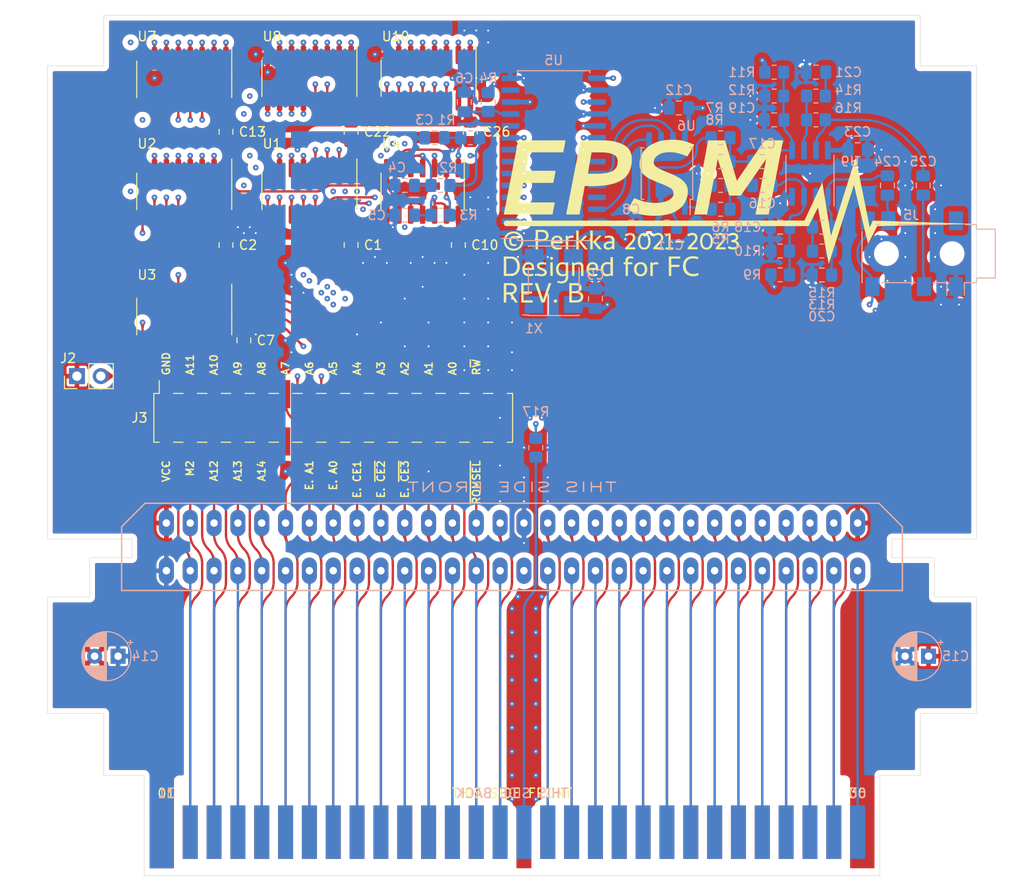
<source format=kicad_pcb>
(kicad_pcb (version 20211014) (generator pcbnew)
  (title_block (title "EPSM Expansion Audio FC") (date "2023-01-01") (rev "B") (company "Perkka; Persune"))
  (layers (0 "F.Cu" mixed) (1 "In1.Cu" mixed) (2 "In2.Cu" mixed) (31 "B.Cu" mixed) (34 "B.Paste" user) (35 "F.Paste" user) (36 "B.SilkS" user "B.Silkscreen") (37 "F.SilkS" user "F.Silkscreen") (38 "B.Mask" user) (39 "F.Mask" user) (44 "Edge.Cuts" user))
  (net 0 "")
  (net 1 "/GND")
  (net 2 "/CPU_A11")
  (net 3 "/CPU_A10")
  (net 4 "/CPU_A9")
  (net 5 "/CPU_A8")
  (net 6 "/CPU_A7")
  (net 7 "/CPU_A6")
  (net 8 "/CPU_A5")
  (net 9 "/CPU_A4")
  (net 10 "/CPU_A3")
  (net 11 "/CPU_A2")
  (net 12 "/CPU_A1")
  (net 13 "/CPU_A0")
  (net 14 "/CPU_R~{W}")
  (net 15 "/~{IRQ}")
  (net 16 "/PPU_~{RD}")
  (net 17 "/CIRAM_A10")
  (net 18 "/PPU_A6")
  (net 19 "/PPU_A5")
  (net 20 "/PPU_A4")
  (net 21 "/PPU_A3")
  (net 22 "/PPU_A2")
  (net 23 "/PPU_A1")
  (net 24 "/PPU_A0")
  (net 25 "/PPU_D0")
  (net 26 "/PPU_D1")
  (net 27 "/PPU_D2")
  (net 28 "/PPU_D3")
  (net 29 "/VCC")
  (net 30 "/M2")
  (net 31 "/CPU_A12")
  (net 32 "/CPU_A13")
  (net 33 "/CPU_A14")
  (net 34 "/CPU_D7")
  (net 35 "/CPU_D6")
  (net 36 "/CPU_D5")
  (net 37 "/CPU_D4")
  (net 38 "/CPU_D3")
  (net 39 "/CPU_D2")
  (net 40 "/CPU_D1")
  (net 41 "/CPU_D0")
  (net 42 "/~{ROMSEL}")
  (net 43 "/AUD_2A03")
  (net 44 "/AUD_RF")
  (net 45 "/PPU_~{WR}")
  (net 46 "/CIRAM_~{CE}")
  (net 47 "/PPU_~{A13}")
  (net 48 "/PPU_A7")
  (net 49 "/PPU_A8")
  (net 50 "/PPU_A9")
  (net 51 "/PPU_A10")
  (net 52 "/PPU_A11")
  (net 53 "/PPU_A12")
  (net 54 "/PPU_A13")
  (net 55 "/PPU_D7")
  (net 56 "/PPU_D6")
  (net 57 "/PPU_D5")
  (net 58 "/PPU_D4")
  (net 59 "Net-(C3-Pad1)")
  (net 60 "Net-(C11-Pad1)")
  (net 62 "/OUT_1")
  (net 64 "/EPSM_A1_A1")
  (net 65 "/EPSM_A0_A13")
  (net 66 "/EPSM_CE1_A14")
  (net 67 "/EPSM_CE2_~{ROMSEL}")
  (net 68 "/EPSM_CE3_CPU_R~{W}")
  (net 72 "Net-(R3-Pad1)")
  (net 73 "/$4016_EN")
  (net 74 "Net-(R5-Pad2)")
  (net 75 "/BUF_CS")
  (net 77 "/FF_RESET")
  (net 81 "/YM_D0")
  (net 82 "/YM_D1")
  (net 83 "/YM_D2")
  (net 84 "/YM_D3")
  (net 85 "/YM_D4")
  (net 86 "/YM_D5")
  (net 87 "/YM_D6")
  (net 88 "/YM_D7")
  (net 89 "/YM_CS")
  (net 93 "/~{OUT_1}")
  (net 96 "/~{CS}")
  (net 97 "/BUF_D0")
  (net 98 "/BUF_D1")
  (net 99 "/BUF_D3")
  (net 100 "/BUF_D2")
  (net 101 "/BUF_D4")
  (net 102 "/BUF_D5")
  (net 103 "/BUF_D7")
  (net 104 "/BUF_D6")
  (net 105 "/BUF_A1")
  (net 106 "/YM_A0")
  (net 107 "/BUF_A0")
  (net 108 "/YM_A1")
  (net 109 "Net-(U5-Pad28)")
  (net 110 "Net-(C16-Pad2)")
  (net 112 "Net-(R14-Pad2)")
  (net 113 "Net-(U5-Pad23)")
  (net 114 "Net-(U5-Pad24)")
  (net 115 "Net-(U5-Pad26)")
  (net 116 "Net-(R7-Pad2)")
  (net 117 "Net-(R13-Pad2)")
  (net 119 "Net-(C4-Pad1)")
  (net 120 "Net-(C5-Pad1)")
  (net 121 "Net-(C6-Pad2)")
  (net 122 "Net-(C17-Pad1)")
  (net 123 "Net-(C16-Pad1)")
  (net 124 "Net-(C17-Pad2)")
  (net 125 "Net-(C20-Pad2)")
  (net 126 "Net-(C24-Pad1)")
  (net 127 "Net-(C24-Pad2)")
  (net 128 "Net-(J5-PadR1N)")
  (net 129 "Net-(C21-Pad2)")
  (net 130 "Net-(C25-Pad1)")
  (net 131 "Net-(C25-Pad2)")
  (net 132 "/AUD_EPSM")
  (net 134 "Net-(U4-Pad10)")
  (footprint "Package_SO:SOIC-16_3.9x9.9mm_P1.27mm" (layer "F.Cu") (at 118.11 52.705 -90)
    (fp_text reference "U10")
    (fp_text value "74LS257")
  )
  (footprint "Package_SO:SOIC-14_3.9x8.7mm_P1.27mm" (layer "F.Cu") (at 117.475 64.77 -90)
    (fp_text reference "U4")
    (fp_text value "74LS132")
  )
  (footprint "Package_SO:SOIC-16_3.9x9.9mm_P1.27mm" (layer "F.Cu") (at 105.41 64.77 -90)
    (fp_text reference "U1")
    (fp_text value "74LS174")
  )
  (footprint "Capacitor_SMD:C_0805_2012Metric_Pad1.18x1.45mm_HandSolder" (layer "F.Cu") (at 98.425 80.645 90)
    (fp_text reference "C7")
    (fp_text value "0.1uF")
  )
  (footprint "Package_SO:SOIC-16_3.9x9.9mm_P1.27mm" (layer "F.Cu") (at 92.075 78.105 -90)
    (fp_text reference "U3")
    (fp_text value "74LS139")
  )
  (footprint "Connector_PinHeader_2.54mm:PinHeader_1x02_P2.54mm_Vertical" (layer "F.Cu") (at 80.64 84.455 90)
    (fp_text reference "J2")
    (fp_text value "OUT_1")
  )
  (footprint "Connector_PinSocket_2.54mm:PinSocket_2x15_P2.54mm_Vertical_SMD" (layer "F.Cu") (at 107.95 88.9 90)
    (fp_text reference "J3")
    (fp_text value "EPSM_ADDRESSING")
  )
  (footprint "Capacitor_SMD:C_0805_2012Metric_Pad1.18x1.45mm_HandSolder" (layer "F.Cu") (at 96.52 58.42 90)
    (fp_text reference "C13")
    (fp_text value "0.1uF")
  )
  (footprint "Capacitor_SMD:C_0805_2012Metric_Pad1.18x1.45mm_HandSolder" (layer "F.Cu") (at 96.52 70.485 90)
    (fp_text reference "C2")
    (fp_text value "0.1uF")
  )
  (footprint "EPSM-Famicom:HVC-ETROM-01" (layer "F.Cu") (at 127 127)
    (fp_text reference "J4" hide)
    (fp_text value "CONSOLE_M")
  )
  (footprint "Package_SO:SOIC-16_3.9x9.9mm_P1.27mm" (layer "F.Cu") (at 92.075 64.77 -90)
    (fp_text reference "U2")
    (fp_text value "74LS174")
  )
  (footprint "Package_SO:SOIC-16_3.9x9.9mm_P1.27mm" (layer "F.Cu") (at 105.41 52.705 -90)
    (fp_text reference "U8")
    (fp_text value "74LS257")
  )
  (footprint "Capacitor_SMD:C_0805_2012Metric_Pad1.18x1.45mm_HandSolder" (layer "F.Cu") (at 122.555 58.42 90)
    (fp_text reference "C26")
    (fp_text value "0.1uF")
  )
  (footprint "Capacitor_SMD:C_0805_2012Metric_Pad1.18x1.45mm_HandSolder" (layer "F.Cu") (at 109.855 58.42 90)
    (fp_text reference "C22")
    (fp_text value "0.1uF")
  )
  (footprint "Package_SO:SOIC-16_3.9x9.9mm_P1.27mm" (layer "F.Cu") (at 92.075 52.82875 -90)
    (fp_text reference "U7")
    (fp_text value "74LS257")
  )
  (footprint "EPSM-Famicom:EPSM_silkscreen" (layer "F.Cu") (at 151.13 67.945)
    (fp_text reference "Ref**" hide)
    (fp_text value "Val**" hide)
  )
  (footprint "Capacitor_SMD:C_0805_2012Metric_Pad1.18x1.45mm_HandSolder" (layer "F.Cu") (at 109.855 70.485 90)
    (fp_text reference "C1")
    (fp_text value "0.1uF")
  )
  (footprint "Capacitor_SMD:C_0805_2012Metric_Pad1.18x1.45mm_HandSolder" (layer "F.Cu") (at 121.285 70.485 90)
    (fp_text reference "C10")
    (fp_text value "0.1uF")
  )
  (footprint "Resistor_SMD:R_0805_2012Metric_Pad1.20x1.40mm_HandSolder" (layer "B.Cu") (at 149.225 59.055 180)
    (fp_text reference "R7")
    (fp_text value "680")
  )
  (footprint "Resistor_SMD:R_0805_2012Metric_Pad1.20x1.40mm_HandSolder" (layer "B.Cu") (at 154.94 52.07)
    (fp_text reference "R11")
    (fp_text value "47K")
  )
  (footprint "Resistor_SMD:R_0805_2012Metric_Pad1.20x1.40mm_HandSolder" (layer "B.Cu") (at 129.54 92.075 -90)
    (fp_text reference "R17")
    (fp_text value "1K")
  )
  (footprint "Capacitor_SMD:C_0805_2012Metric_Pad1.18x1.45mm_HandSolder" (layer "B.Cu") (at 163.83 60.325 180)
    (fp_text reference "C23")
    (fp_text value "0.1uF")
  )
  (footprint "Capacitor_SMD:C_0805_2012Metric_Pad1.18x1.45mm_HandSolder" (layer "B.Cu") (at 115.57 67.31 180)
    (fp_text reference "C5")
    (fp_text value "68pF")
  )
  (footprint "Capacitor_SMD:C_0805_2012Metric_Pad1.18x1.45mm_HandSolder" (layer "B.Cu") (at 155.575 68.58 180)
    (fp_text reference "C18")
    (fp_text value "68pF")
  )
  (footprint "Capacitor_SMD:C_0805_2012Metric_Pad1.18x1.45mm_HandSolder" (layer "B.Cu") (at 121.92 55.245 -90)
    (fp_text reference "C6")
    (fp_text value "10uF")
  )
  (footprint "Resistor_SMD:R_0805_2012Metric_Pad1.20x1.40mm_HandSolder" (layer "B.Cu") (at 149.225 64.135 180)
    (fp_text reference "R6")
    (fp_text value "3K")
  )
  (footprint "Capacitor_SMD:C_0805_2012Metric_Pad1.18x1.45mm_HandSolder" (layer "B.Cu") (at 170.815 64.135 -90)
    (fp_text reference "C25")
    (fp_text value "10uF")
  )
  (footprint "EPSM-Famicom:FC_CONN_F" (layer "B.Cu") (at 127 102.65)
    (fp_text reference "J1")
    (fp_text value "CARTRIDGE_F" hide)
  )
  (footprint "Resistor_SMD:R_0805_2012Metric_Pad1.20x1.40mm_HandSolder" (layer "B.Cu") (at 119.38 67.31 180)
    (fp_text reference "R3")
    (fp_text value "1K")
  )
  (footprint "Capacitor_SMD:C_0805_2012Metric_Pad1.18x1.45mm_HandSolder" (layer "B.Cu") (at 159.385 52.06)
    (fp_text reference "C21")
    (fp_text value "10uF")
  )
  (footprint "Resistor_SMD:R_0805_2012Metric_Pad1.20x1.40mm_HandSolder" (layer "B.Cu") (at 155.575 71.12 180)
    (fp_text reference "R10")
    (fp_text value "47K")
  )
  (footprint "Oscillator:Oscillator_SMD_SeikoEpson_SG8002CA-4Pin_7.0x5.0mm" (layer "B.Cu") (at 131.445 74.295 90)
    (fp_text reference "X1")
    (fp_text value "SG-8002CA")
  )
  (footprint "Resistor_SMD:R_0805_2012Metric_Pad1.20x1.40mm_HandSolder" (layer "B.Cu") (at 149.225 61.595 180)
    (fp_text reference "R8")
    (fp_text value "3K")
  )
  (footprint "Resistor_SMD:R_0805_2012Metric_Pad1.20x1.40mm_HandSolder" (layer "B.Cu") (at 160.02 68.58)
    (fp_text reference "R15")
    (fp_text value "22K")
  )
  (footprint "Capacitor_THT:CP_Radial_D5.0mm_P2.50mm" (layer "B.Cu") (at 85.025113 114.3 180)
    (fp_text reference "C14")
    (fp_text value "100uF")
  )
  (footprint "Capacitor_SMD:C_0805_2012Metric_Pad1.18x1.45mm_HandSolder" (layer "B.Cu") (at 115.57 64.135 180)
    (fp_text reference "C4")
    (fp_text value "68pF")
  )
  (footprint "Resistor_SMD:R_0805_2012Metric_Pad1.20x1.40mm_HandSolder" (layer "B.Cu") (at 159.385 57.15)
    (fp_text reference "R16")
    (fp_text value "22K")
  )
  (footprint "Resistor_SMD:R_0805_2012Metric_Pad1.20x1.40mm_HandSolder" (layer "B.Cu") (at 160.02 71.12 180)
    (fp_text reference "R13")
    (fp_text value "8.2K")
  )
  (footprint "Package_SO:SOIC-8_5.275x5.275mm_P1.27mm" (layer "B.Cu") (at 143.51 62.865 90)
    (fp_text reference "U6")
    (fp_text value "BU9480F")
  )
  (footprint "EPSM-Famicom:Jack_3.5mm_PJ311_Horizontal" (layer "B.Cu") (at 176.5 71.4 90)
    (fp_text reference "J5")
    (fp_text value "AudioJack4_SwitchTR1")
  )
  (footprint "Capacitor_SMD:C_0805_2012Metric_Pad1.18x1.45mm_HandSolder" (layer "B.Cu") (at 143.51 68.58 180)
    (fp_text reference "C11")
    (fp_text value "10uF")
  )
  (footprint "Resistor_SMD:R_0805_2012Metric_Pad1.20x1.40mm_HandSolder" (layer "B.Cu") (at 122.555 59.055 180)
    (fp_text reference "R1")
    (fp_text value "1K")
  )
  (footprint "Resistor_SMD:R_0805_2012Metric_Pad1.20x1.40mm_HandSolder" (layer "B.Cu") (at 124.46 55.245 -90)
    (fp_text reference "R4")
    (fp_text value "1K")
  )
  (footprint "Capacitor_SMD:C_0805_2012Metric_Pad1.18x1.45mm_HandSolder" (layer "B.Cu") (at 153.67 64.135)
    (fp_text reference "C16")
    (fp_text value "10uF")
  )
  (footprint "Capacitor_SMD:C_0805_2012Metric_Pad1.18x1.45mm_HandSolder" (layer "B.Cu") (at 153.67 61.595)
    (fp_text reference "C17")
    (fp_text value "10uF")
  )
  (footprint "EPSM-Famicom:SOP-28_7.5x12.8mm_P1.27mm" (layer "B.Cu") (at 131.445 60.96)
    (fp_text reference "U5")
    (fp_text value "YMF288")
  )
  (footprint "Resistor_SMD:R_0805_2012Metric_Pad1.20x1.40mm_HandSolder" (layer "B.Cu") (at 159.385 54.61 180)
    (fp_text reference "R14")
    (fp_text value "8.2K")
  )
  (footprint "Capacitor_SMD:C_0805_2012Metric_Pad1.18x1.45mm_HandSolder" (layer "B.Cu") (at 154.94 57.15 180)
    (fp_text reference "C19")
    (fp_text value "68pF")
  )
  (footprint "Capacitor_SMD:C_0805_2012Metric_Pad1.18x1.45mm_HandSolder" (layer "B.Cu") (at 144.78 55.88)
    (fp_text reference "C12")
    (fp_text value "0.1uF")
  )
  (footprint "Package_SO:SOIC-8_3.9x4.9mm_P1.27mm" (layer "B.Cu") (at 158.75 62.865 90)
    (fp_text reference "U9")
    (fp_text value "LM358")
  )
  (footprint "Capacitor_SMD:C_0805_2012Metric_Pad1.18x1.45mm_HandSolder" (layer "B.Cu") (at 135.89 76.2 90)
    (fp_text reference "C9")
    (fp_text value "68pF")
  )
  (footprint "Resistor_SMD:R_0805_2012Metric_Pad1.20x1.40mm_HandSolder" (layer "B.Cu") (at 119.38 64.135 180)
    (fp_text reference "R2")
    (fp_text value "3K")
  )
  (footprint "Resistor_SMD:R_0805_2012Metric_Pad1.20x1.40mm_HandSolder" (layer "B.Cu") (at 155.575 73.66)
    (fp_text reference "R9")
    (fp_text value "47K")
  )
  (footprint "Resistor_SMD:R_0805_2012Metric_Pad1.20x1.40mm_HandSolder" (layer "B.Cu") (at 149.225 66.675 180)
    (fp_text reference "R5")
    (fp_text value "680")
  )
  (footprint "Capacitor_SMD:C_0805_2012Metric_Pad1.18x1.45mm_HandSolder" (layer "B.Cu") (at 118.745 59.055 180)
    (fp_text reference "C3")
    (fp_text value "68pF")
  )
  (footprint "Capacitor_SMD:C_0805_2012Metric_Pad1.18x1.45mm_HandSolder" (layer "B.Cu") (at 139.7 68.58 180)
    (fp_text reference "C8")
    (fp_text value "0.1uF")
  )
  (footprint "Capacitor_SMD:C_0805_2012Metric_Pad1.18x1.45mm_HandSolder" (layer "B.Cu") (at 167.005 64.135 -90)
    (fp_text reference "C24")
    (fp_text value "10uF")
  )
  (footprint "Resistor_SMD:R_0805_2012Metric_Pad1.20x1.40mm_HandSolder" (layer "B.Cu") (at 154.94 54.61 180)
    (fp_text reference "R12")
    (fp_text value "47K")
  )
  (footprint "Capacitor_THT:CP_Radial_D5.0mm_P2.50mm" (layer "B.Cu") (at 171.385113 114.3 180)
    (fp_text reference "C15")
    (fp_text value "100uF")
  )
  (footprint "Capacitor_SMD:C_0805_2012Metric_Pad1.18x1.45mm_HandSolder" (layer "B.Cu") (at 160.02 73.68)
    (fp_text reference "C20")
    (fp_text value "10uF")
  )
  (gr_line (start 82 108) (end 82 103.8) (layer "Edge.Cuts") (width 0.05))
  (gr_line (start 83.5 120.4) (end 77.5 120.4) (layer "Edge.Cuts") (width 0.05))
  (gr_line (start 170.5 127) (end 166.2 127) (layer "Edge.Cuts") (width 0.05))
  (gr_line (start 77.5 101.8) (end 77.5 51.4) (layer "Edge.Cuts") (width 0.05))
  (gr_line (start 176.5 108) (end 176.5 120.4) (layer "Edge.Cuts") (width 0.05))
  (gr_line (start 87.8 137.7) (end 87.8 127) (layer "Edge.Cuts") (width 0.05))
  (gr_line (start 176.5 120.4) (end 170.5 120.4) (layer "Edge.Cuts") (width 0.05))
  (gr_line (start 170.5 120.4) (end 170.5 127) (layer "Edge.Cuts") (width 0.05))
  (gr_line (start 172 108) (end 176.5 108) (layer "Edge.Cuts") (width 0.05))
  (gr_line (start 83.5 51.4) (end 83.5 46) (layer "Edge.Cuts") (width 0.05))
  (gr_line (start 167.5 103.8) (end 172 103.8) (layer "Edge.Cuts") (width 0.05))
  (gr_line (start 176.5 101.8) (end 167.5 101.8) (layer "Edge.Cuts") (width 0.05))
  (gr_line (start 83.5 127) (end 83.5 120.4) (layer "Edge.Cuts") (width 0.05))
  (gr_line (start 166.2 127) (end 166.2 137.7) (layer "Edge.Cuts") (width 0.05))
  (gr_line (start 77.5 108) (end 82 108) (layer "Edge.Cuts") (width 0.05))
  (gr_line (start 170.5 46) (end 170.5 51.4) (layer "Edge.Cuts") (width 0.05))
  (gr_line (start 87.8 127) (end 83.5 127) (layer "Edge.Cuts") (width 0.05))
  (gr_line (start 82 103.8) (end 86.5 103.8) (layer "Edge.Cuts") (width 0.05))
  (gr_line (start 172 103.8) (end 172 108) (layer "Edge.Cuts") (width 0.05))
  (gr_line (start 176.5 51.4) (end 170.5 51.4) (layer "Edge.Cuts") (width 0.05))
  (gr_line (start 86.5 103.8) (end 86.5 101.8) (layer "Edge.Cuts") (width 0.05))
  (gr_line (start 166.2 137.7) (end 87.8 137.7) (layer "Edge.Cuts") (width 0.05))
  (gr_line (start 176.5 51.4) (end 176.5 101.8) (layer "Edge.Cuts") (width 0.05))
  (gr_line (start 77.5 120.4) (end 77.5 108) (layer "Edge.Cuts") (width 0.05))
  (gr_line (start 86.5 101.8) (end 77.5 101.8) (layer "Edge.Cuts") (width 0.05))
  (gr_line (start 167.5 101.8) (end 167.5 103.8) (layer "Edge.Cuts") (width 0.05))
  (gr_line (start 77.5 51.4) (end 83.5 51.4) (layer "Edge.Cuts") (width 0.05))
  (gr_line (start 83.5 46) (end 170.5 46) (layer "Edge.Cuts") (width 0.05))
  (gr_text "31" (at 90.17 128.905) (layer "B.SilkS") (effects (font (size 1 1)) (justify mirror)))
  (gr_text "60" (at 163.83 128.905) (layer "B.SilkS") (effects (font (size 1 1)) (justify mirror)))
  (gr_text "THIS SIDE BACK" (at 127 128.905) (layer "B.SilkS") (effects (font (size 1 1)) (justify mirror)))
  (gr_text "VCC\n\nM2\n\nA12\n\nA13\n\nA14\n\n \n\nE. A1\n\nE. A0\n\nE. CE1\n\nE. ~{CE2}\n\nE. ~{CE3}\n\n \n\n \n\n~{ROMSEL}\n\n " (at 107.95 93.345 90) (layer "F.SilkS") (effects (font (size 0.79 0.8) (thickness 0.15875)) (justify right)))
  (gr_text "30\n" (at 163.83 128.905) (layer "F.SilkS") (effects (font (size 1 1))))
  (gr_text "THIS SIDE FRONT" (at 127 128.905) (layer "F.SilkS") (effects (font (size 1 1))))
  (gr_text "01" (at 90.17 128.905) (layer "F.SilkS") (effects (font (size 1 1))))
  (gr_text "GND\n\nA11\n\nA10\n\nA9\n\nA8\n\nA7\n\nA6\n\nA5\n\nA4\n\nA3\n\nA2\n\nA1\n\nA0\n\nR~{W}\n\n " (at 107.95 84.455 90) (layer "F.SilkS") (effects (font (size 0.79 0.8) (thickness 0.15875)) (justify left)))
  (segment (start 129.54 98.425) (end 129.54 107.315) (width 0.5) (layer "F.Cu") (net 1))
  (segment (start 127 98.425) (end 127 101.6) (width 0.5) (layer "F.Cu") (net 1))
  (segment (start 120.65 60.325) (end 121.285 59.69) (width 0.5) (layer "F.Cu") (net 1))
  (segment (start 108.78625 59.25625) (end 108.585 59.055) (width 0.5) (layer "F.Cu") (net 1))
  (segment (start 109.27211 59.4575) (end 109.855 59.4575) (width 0.5) (layer "F.Cu") (net 1))
  (via (at 172.085 69.215) (size 0.6) (drill 0.2) (layers "F.Cu" "B.Cu") (net 1))
  (via (at 129.54 69.85) (size 0.6) (drill 0.2) (layers "F.Cu" "B.Cu") (net 1))
  (via (at 99.695 50.165) (size 0.6) (drill 0.2) (layers "F.Cu" "B.Cu") (net 1))
  (via (at 146.685 62.865) (size 0.6) (drill 0.2) (layers "F.Cu" "B.Cu") (net 1))
  (via (at 165.1 71.755) (size 0.6) (drill 0.2) (layers "F.Cu" "B.Cu") (net 1))
  (via (at 121.92 83.82) (size 0.6) (drill 0.2) (layers "F.Cu" "B.Cu") (net 1))
  (via (at 124.46 47.625) (size 0.6) (drill 0.2) (layers "F.Cu" "B.Cu") (net 1))
  (via (at 129.54 127) (size 0.6) (drill 0.2) (layers "F.Cu" "B.Cu") (net 1))
  (via (at 115.57 76.2) (size 0.6) (drill 0.2) (layers "F.Cu" "B.Cu") (net 1))
  (via (at 127 129.54) (size 0.6) (drill 0.2) (layers "F.Cu" "B.Cu") (net 1))
  (via (at 103.505 74.93) (size 0.6) (drill 0.2) (layers "F.Cu" "B.Cu") (net 1))
  (via (at 124.46 76.2) (size 0.6) (drill 0.2) (layers "F.Cu" "B.Cu") (net 1))
  (via (at 118.11 81.28) (size 0.6) (drill 0.2) (layers "F.Cu" "B.Cu") (net 1))
  (via (at 141.605 69.85) (size 0.6) (drill 0.2) (layers "F.Cu" "B.Cu") (net 1))
  (via (at 124.46 78.74) (size 0.6) (drill 0.2) (layers "F.Cu" "B.Cu") (net 1))
  (via (at 102.87 72.39) (size 0.6) (drill 0.2) (layers "F.Cu" "B.Cu") (net 1))
  (via (at 121.92 78.74) (size 0.6) (drill 0.2) (layers "F.Cu" "B.Cu") (net 1))
  (via (at 127 78.74) (size 0.6) (drill 0.2) (layers "F.Cu" "B.Cu") (net 1))
  (via (at 124.46 81.28) (size 0.6) (drill 0.2) (layers "F.Cu" "B.Cu") (net 1))
  (via (at 130.175 107.95) (size 0.6) (drill 0.2) (layers "F.Cu" "B.Cu") (net 1))
  (via (at 166.37 69.85) (size 0.6) (drill 0.2) (layers "F.Cu" "B.Cu") (net 1))
  (via (at 127 124.46) (size 0.6) (drill 0.2) (layers "F.Cu" "B.Cu") (net 1))
  (via (at 155.575 66.04) (size 0.6) (drill 0.2) (layers "F.Cu" "B.Cu") (net 1))
  (via (at 102.87 83.185) (size 0.6) (drill 0.2) (layers "F.Cu" "B.Cu") (net 1))
  (via (at 120.65 52.705) (size 0.6) (drill 0.2) (layers "F.Cu" "B.Cu") (net 1))
  (via (at 127 114.3) (size 0.6) (drill 0.2) (layers "F.Cu" "B.Cu") (net 1))
  (via (at 165.735 77.47) (size 0.6) (drill 0.2) (layers "F.Cu" "B.Cu") (net 1))
  (via (at 117.475 71.755) (size 0.6) (drill 0.2) (layers "F.Cu" "B.Cu") (net 1))
  (via (at 121.92 81.28) (size 0.6) (drill 0.2) (layers "F.Cu" "B.Cu") (net 1))
  (via (at 103.505 81.915) (size 0.6) (drill 0.2) (layers "F.Cu" "B.Cu") (net 1))
  (via (at 103.505 73.66) (size 0.6) (drill 0.2) (layers "F.Cu" "B.Cu") (net 1))
  (via (at 104.14 60.325) (size 0.6) (drill 0.2) (layers "F.Cu" "B.Cu") (net 1))
  (via (at 127 109.22) (size 0.6) (drill 0.2) (layers "F.Cu" "B.Cu") (net 1))
  (via (at 129.54 73.66) (size 0.6) (drill 0.2) (layers "F.Cu" "B.Cu") (net 1))
  (via (at 134.62 56.515) (size 0.6) (drill 0.2) (layers "F.Cu" "B.Cu") (net 1))
  (via (at 124.46 48.895) (size 0.6) (drill 0.2) (layers "F.Cu" "B.Cu") (net 1))
  (via (at 123.19 47.625) (size 0.6) (drill 0.2) (layers "F.Cu" "B.Cu") (net 1))
  (via (at 120.65 60.325) (size 0.6) (drill 0.2) (layers "F.Cu" "B.Cu") (net 1))
  (via (at 105.41 83.185) (size 0.6) (drill 0.2) (layers "F.Cu" "B.Cu") (net 1))
  (via (at 127 73.66) (size 0.6) (drill 0.2) (layers "F.Cu" "B.Cu") (net 1))
  (via (at 168.91 69.215) (size 0.6) (drill 0.2) (layers "F.Cu" "B.Cu") (net 1))
  (via (at 118.11 83.82) (size 0.6) (drill 0.2) (layers "F.Cu" "B.Cu") (net 1))
  (via (at 130.175 88.9) (size 0.6) (drill 0.2) (layers "F.Cu" "B.Cu") (net 1))
  (via (at 167.005 74.295) (size 0.6) (drill 0.2) (layers "F.Cu" "B.Cu") (net 1))
  (via (at 123.19 52.705) (size 0.6) (drill 0.2) (layers "F.Cu" "B.Cu") (net 1))
  (via (at 127 116.84) (size 0.6) (drill 0.2) (layers "F.Cu" "B.Cu") (net 1))
  (via (at 122.555 65.405) (size 0.6) (drill 0.2) (layers "F.Cu" "B.Cu") (net 1))
  (via (at 114.3 68.58) (size 0.6) (drill 0.2) (layers "F.Cu" "B.Cu") (net 1))
  (via (at 129.54 111.76) (size 0.6) (drill 0.2) (layers "F.Cu" "B.Cu") (net 1))
  (via (at 158.75 74.93) (size 0.6) (drill 0.2) (layers "F.Cu" "B.Cu") (net 1))
  (via (at 127 111.76) (size 0.6) (drill 0.2) (layers "F.Cu" "B.Cu") (net 1))
  (via (at 104.775 75.565) (size 0.6) (drill 0.2) (layers "F.Cu" "B.Cu") (net 1))
  (via (at 172.085 66.675) (size 0.6) (drill 0.2) (layers "F.Cu" "B.Cu") (net 1))
  (via (at 115.57 83.82) (size 0.6) (drill 0.2) (layers "F.Cu" "B.Cu") (net 1))
  (via (at 114.3 64.77) (size 0.6) (drill 0.2) (layers "F.Cu" "B.Cu") (net 1))
  (via (at 128.27 69.215) (size 0.6) (drill 0.2) (layers "F.Cu" "B.Cu") (net 1))
  (via (at 128.27 92.075) (size 0.6) (drill 0.2) (layers "F.Cu" "B.Cu") (net 1))
  (via (at 102.87 94.615) (size 0.6) (drill 0.2) (layers "F.Cu" "B.Cu") (net 1))
  (via (at 152.4 54.61) (size 0.6) (drill 0.2) (layers "F.Cu" "B.Cu") (net 1))
  (via (at 129.54 116.84) (size 0.6) (drill 0.2) (layers "F.Cu" "B.Cu") (net 1))
  (via (at 107.95 94.615) (size 0.6) (drill 0.2) (layers "F.Cu" "B.Cu") (net 1))
  (via (at 121.92 52.705) (size 0.6) (drill 0.2) (layers "F.Cu" "B.Cu") (net 1))
  (via (at 116.205 72.39) (size 0.6) (drill 0.2) (layers "F.Cu" "B.Cu") (net 1))
  (via (at 124.46 83.82) (size 0.6) (drill 0.2) (layers "F.Cu" "B.Cu") (net 1))
  (via (at 113.03 78.74) (size 0.6) (drill 0.2) (layers "F.Cu" "B.Cu") (net 1))
  (via (at 102.87 80.645) (size 0.6) (drill 0.2) (layers "F.Cu" "B.Cu") (net 1))
  (via (at 124.46 52.705) (size 0.6) (drill 0.2) (layers "F.Cu" "B.Cu") (net 1))
  (via (at 124.46 65.405) (size 0.6) (drill 0.2) (layers "F.Cu" "B.Cu") (net 1))
  (via (at 115.57 81.28) (size 0.6) (drill 0.2) (layers "F.Cu" "B.Cu") (net 1))
  (via (at 168.91 61.595) (size 0.6) (drill 0.2) (layers "F.Cu" "B.Cu") (net 1))
  (via (at 125.73 93.98) (size 0.6) (drill 0.2) (layers "F.Cu" "B.Cu") (net 1))
  (via (at 127.635 71.755) (size 0.6) (drill 0.2) (layers "F.Cu" "B.Cu") (net 1))
  (via (at 172.72 76.835) (size 0.6) (drill 0.2) (layers "F.Cu" "B.Cu") (net 1))
  (via (at 120.015 72.39) (size 0.6) (drill 0.2) (layers "F.Cu" "B.Cu") (net 1))
  (via (at 168.91 66.675) (size 0.6) (drill 0.2) (layers "F.Cu" "B.Cu") (net 1))
  (via (at 129.54 109.22) (size 0.6) (drill 0.2) (layers "F.Cu" "B.Cu") (net 1))
  (via (at 127 83.82) (size 0.6) (drill 0.2) (layers "F.Cu" "B.Cu") (net 1))
  (via (at 130.81 95.25) (size 0.6) (drill 0.2) (layers "F.Cu" "B.Cu") (net 1))
  (via (at 128.27 102.235) (size 0.6) (drill 0.2) (layers "F.Cu" "B.Cu") (net 1))
  (via (at 128.905 88.9) (size 0.6) (drill 0.2) (layers "F.Cu" "B.Cu") (net 1))
  (via (at 128.27 52.705) (size 0.6) (drill 0.2) (layers "F.Cu" "B.Cu") (net 1))
  (via (at 130.81 97.79) (size 0.6) (drill 0.2) (layers "F.Cu" "B.Cu") (net 1))
  (via (at 117.475 74.93) (size 0.6) (drill 0.2) (layers "F.Cu" "B.Cu") (net 1))
  (via (at 112.395 50.165) (size 0.6) (drill 0.2) (layers "F.Cu" "B.Cu") (net 1))
  (via (at 105.41 94.615) (size 0.6) (drill 0.2) (layers "F.Cu" "B.Cu") (net 1))
  (via (at 134.62 53.975) (size 0.6) (drill 0.2) (layers "F.Cu" "B.Cu") (net 1))
  (via (at 125.73 88.9) (size 0.6) (drill 0.2) (layers "F.Cu" "B.Cu") (net 1))
  (via (at 127 119.38) (size 0.6) (drill 0.2) (layers "F.Cu" "B.Cu") (net 1))
  (via (at 129.54 129.54) (size 0.6) (drill 0.2) (layers "F.Cu" "B.Cu") (net 1))
  (via (at 130.81 92.075) (size 0.6) (drill 0.2) (layers "F.Cu" "B.Cu") (net 1))
  (via (at 158.115 50.8) (size 0.6) (drill 0.2) (layers "F.Cu" "B.Cu") (net 1))
  (via (at 118.11 78.74) (size 0.6) (drill 0.2) (layers "F.Cu" "B.Cu") (net 1))
  (via (at 129.54 119.38) (size 0.6) (drill 0.2) (layers "F.Cu" "B.Cu") (net 1))
  (via (at 122.555 66.675) (size 0.6) (drill 0.2) (layers "F.Cu" "B.Cu") (net 1))
  (via (at 153.035 71.12) (size 0.6) (drill 0.2) (layers "F.Cu" "B.Cu") (net 1))
  (via (at 168.91 71.755) (size 0.6) (drill 0.2) (layers "F.Cu" "B.Cu") (net 1))
  (via (at 172.72 64.135) (size 0.6) (drill 0.2) (layers "F.Cu" "B.Cu") (net 1))
  (via (at 142.24 55.88) (size 0.6) (drill 0.2) (layers "F.Cu" "B.Cu") (net 1))
  (via (at 121.92 73.66) (size 0.6) (drill 0.2) (layers "F.Cu" "B.Cu") (net 1))
  (via (at 129.54 124.46) (size 0.6) (drill 0.2) (layers "F.Cu" "B.Cu") (net 1))
  (via (at 168.91 64.135) (size 0.6) (drill 0.2) (layers "F.Cu" "B.Cu") (net 1))
  (via (at 113.665 72.39) (size 0.6) (drill 0.2) (layers "F.Cu" "B.Cu") (net 1))
  (via (at 127.635 107.95) (size 0.6) (drill 0.2) (layers "F.Cu" "B.Cu") (net 1))
  (via (at 111.125 72.39) (size 0.6) (drill 0.2) (layers "F.Cu" "B.Cu") (net 1))
  (via (at 124.46 72.39) (size 0.6) (drill 0.2) (layers "F.Cu" "B.Cu") (net 1))
  (via (at 110.49 80.01) (size 0.6) (drill 0.2) (layers "F.Cu" "B.Cu") (net 1))
  (via (at 130.81 71.755) (size 0.6) (drill 0.2) (layers "F.Cu" "B.Cu") (net 1))
  (via (at 135.89 73.66) (size 0.6) (drill 0.2) (layers "F.Cu" "B.Cu") (net 1))
  (via (at 100.965 52.07) (size 0.6) (drill 0.2) (layers "F.Cu" "B.Cu") (net 1))
  (via (at 88.9 52.705) (size 0.6) (drill 0.2) (layers "F.Cu" "B.Cu") (net 1))
  (via (at 124.46 66.675) (size 0.6) (drill 0.2) (layers "F.Cu" "B.Cu") (net 1))
  (via (at 128.27 97.79) (size 0.6) (drill 0.2) (layers "F.Cu" "B.Cu") (net 1))
  (via (at 127 81.915) (size 0.6) (drill 0.2) (layers "F.Cu" "B.Cu") (net 1))
  (via (at 112.395 71.755) (size 0.6) (drill 0.2) (layers "F.Cu" "B.Cu") (net 1))
  (via (at 118.11 94.615) (size 0.6) (drill 0.2) (layers "F.Cu" "B.Cu") (net 1))
  (via (at 174.625 76.835) (size 0.6) (drill 0.2) (layers "F.Cu" "B.Cu") (net 1))
  (via (at 166.37 60.325) (size 0.6) (drill 0.2) (layers "F.Cu" "B.Cu") (net 1))
  (via (at 172.085 71.755) (size 0.6) (drill 0.2) (layers "F.Cu" "B.Cu") (net 1))
  (via (at 110.49 94.615) (size 0.6) (drill 0.2) (layers "F.Cu" "B.Cu") (net 1))
  (via (at 127 76.2) (size 0.6) (drill 0.2) (layers "F.Cu" "B.Cu") (net 1))
  (via (at 153.035 68.58) (size 0.6) (drill 0.2) (layers "F.Cu" "B.Cu") (net 1))
  (via (at 129.54 114.3) (size 0.6) (drill 0.2) (layers "F.Cu" "B.Cu") (net 1))
  (via (at 152.4 57.15) (size 0.6) (drill 0.2) (layers "F.Cu" "B.Cu") (net 1))
  (via (at 113.03 94.615) (size 0.6) (drill 0.2) (layers "F.Cu" "B.Cu") (net 1))
  (via (at 127 127) (size 0.6) (drill 0.2) (layers "F.Cu" "B.Cu") (net 1))
  (via (at 172.72 74.93) (size 0.6) (drill 0.2) (layers "F.Cu" "B.Cu") (net 1))
  (via (at 163.83 62.23) (size 0.6) (drill 0.2) (layers "F.Cu" "B.Cu") (net 1))
  (via (at 115.57 94.615) (size 0.6) (drill 0.2) (layers "F.Cu" "B.Cu") (net 1))
  (via (at 127 121.92) (size 0.6) (drill 0.2) (layers "F.Cu" "B.Cu") (net 1))
  (via (at 168.91 74.295) (size 0.6) (drill 0.2) (layers "F.Cu" "B.Cu") (net 1))
  (via (at 121.92 47.625) (size 0.6) (drill 0.2) (layers "F.Cu" "B.Cu") (net 1))
  (via (at 125.73 97.79) (size 0.6) (drill 0.2) (layers "F.Cu" "B.Cu") (net 1))
  (via (at 128.27 95.25) (size 0.6) (drill 0.2) (layers "F.Cu" "B.Cu") (net 1))
  (via (at 158.75 62.865) (size 0.6) (drill 0.2) (layers "F.Cu" "B.Cu") (net 1))
  (via (at 121.92 76.2) (size 0.6) (drill 0.2) (layers "F.Cu" "B.Cu") (net 1))
  (via (at 129.54 121.92) (size 0.6) (drill 0.2) (layers "F.Cu" "B.Cu") (net 1))
  (via (at 118.745 72.39) (size 0.6) (drill 0.2) (layers "F.Cu" "B.Cu") (net 1))
  (arc (start 108.78625 59.25625) (mid 109.009164 59.405196) (end 109.27211 59.4575) (width 0.5) (layer "F.Cu") (net 1))
  (segment (start 136.525 78.74) (end 137.795 77.47) (width 0.5) (layer "B.Cu") (net 1))
  (segment (start 142.875 66.0425) (end 142.875 66.8875) (width 0.5) (layer "B.Cu") (net 1))
  (segment (start 145.600987 63.5) (end 144.3575 63.5) (width 0.5) (layer "B.Cu") (net 1))
  (segment (start 146.685 62.865) (end 146.3675 63.1825) (width 0.5) (layer "B.Cu") (net 1))
  (segment (start 153.94 57.1125) (end 153.9025 57.15) (width 0.5) (layer "B.Cu") (net 1))
  (segment (start 174.3 73.97) (end 174.3 74.9) (width 0.5) (layer "B.Cu") (net 1))
  (segment (start 142.4725 67.99711) (end 142.4725 68.58) (width 0.5) (layer "B.Cu") (net 1))
  (segment (start 127 98.425) (end 127 102.235) (width 0.5) (layer "B.Cu") (net 1))
  (segment (start 142.875 66.8875) (end 142.875 67.025389) (width 0.5) (layer "B.Cu") (net 1))
  (segment (start 142.875 66.0425) (end 142.875 64.9825) (width 0.5) (layer "B.Cu") (net 1))
  (segment (start 154.575 68.6175) (end 154.5375 68.58) (width 0.5) (layer "B.Cu") (net 1))
  (arc (start 144.3575 63.5) (mid 143.309214 63.934214) (end 142.875 64.9825) (width 0.5) (layer "B.Cu") (net 1))
  (arc (start 146.3675 63.1825) (mid 146.01582 63.417484) (end 145.600987 63.5) (width 0.5) (layer "B.Cu") (net 1))
  (arc (start 142.875 67.025389) (mid 142.822696 67.288335) (end 142.67375 67.51125) (width 0.5) (layer "B.Cu") (net 1))
  (arc (start 142.67375 67.51125) (mid 142.524803 67.734164) (end 142.4725 67.99711) (width 0.5) (layer "B.Cu") (net 1))
  (segment (start 92.71 97.418025) (end 92.71 99.0475) (width 0.25) (layer "F.Cu") (net 2))
  (segment (start 92.71 87.366974) (end 92.71 86.38) (width 0.25) (layer "F.Cu") (net 2))
  (segment (start 92.71 99.0475) (end 92.71 101.1725) (width 0.25) (layer "F.Cu") (net 2))
  (segment (start 93.98 90.433025) (end 93.98 94.351974) (width 0.25) (layer "F.Cu") (net 2))
  (segment (start 92.71 109.483025) (end 92.71 133.05) (width 0.25) (layer "F.Cu") (net 2))
  (segment (start 92.71 101.1725) (end 92.71 101.336974) (width 0.25) (layer "F.Cu") (net 2))
  (segment (start 93.98 106.416974) (end 93.98 104.403025) (width 0.25) (layer "F.Cu") (net 2))
  (arc (start 93.345 107.95) (mid 92.875031 108.653357) (end 92.71 109.483025) (width 0.25) (layer "F.Cu") (net 2))
  (arc (start 93.98 106.416974) (mid 93.814968 107.246641) (end 93.345 107.95) (width 0.25) (layer "F.Cu") (net 2))
  (arc (start 93.345 95.885) (mid 92.875031 96.588357) (end 92.71 97.418025) (width 0.25) (layer "F.Cu") (net 2))
  (arc (start 93.98 94.351974) (mid 93.814968 95.181641) (end 93.345 95.885) (width 0.25) (layer "F.Cu") (net 2))
  (arc (start 92.71 87.366974) (mid 92.875031 88.196641) (end 93.345 88.9) (width 0.25) (layer "F.Cu") (net 2))
  (arc (start 93.345 102.87) (mid 93.814968 103.573357) (end 93.98 104.403025) (width 0.25) (layer "F.Cu") (net 2))
  (arc (start 93.345 88.9) (mid 93.814968 89.603357) (end 93.98 90.433025) (width 0.25) (layer "F.Cu") (net 2))
  (arc (start 92.71 101.336974) (mid 92.875031 102.166641) (end 93.345 102.87) (width 0.25) (layer "F.Cu") (net 2))
  (segment (start 95.25 87.366974) (end 95.25 86.38) (width 0.25) (layer "F.Cu") (net 3))
  (segment (start 95.25 109.483025) (end 95.25 133.05) (width 0.25) (layer "F.Cu") (net 3))
  (segment (start 96.52 106.416974) (end 96.52 104.403025) (width 0.25) (layer "F.Cu") (net 3))
  (segment (start 95.25 99.0475) (end 95.25 101.1725) (width 0.25) (layer "F.Cu") (net 3))
  (segment (start 95.25 97.418025) (end 95.25 99.0475) (width 0.25) (layer "F.Cu") (net 3))
  (segment (start 96.52 94.351974) (end 96.52 90.433025) (width 0.25) (layer "F.Cu") (net 3))
  (segment (start 95.25 101.1725) (end 95.25 101.336974) (width 0.25) (layer "F.Cu") (net 3))
  (arc (start 95.25 87.366974) (mid 95.415031 88.196641) (end 95.885 88.9) (width 0.25) (layer "F.Cu") (net 3))
  (arc (start 95.885 88.9) (mid 96.354968 89.603357) (end 96.52 90.433025) (width 0.25) (layer "F.Cu") (net 3))
  (arc (start 95.25 101.336974) (mid 95.415031 102.166641) (end 95.885 102.87) (width 0.25) (layer "F.Cu") (net 3))
  (arc (start 96.52 94.351974) (mid 96.354968 95.181641) (end 95.885 95.885) (width 0.25) (layer "F.Cu") (net 3))
  (arc (start 96.52 106.416974) (mid 96.354968 107.246641) (end 95.885 107.95) (width 0.25) (layer "F.Cu") (net 3))
  (arc (start 95.885 95.885) (mid 95.415031 96.588357) (end 95.25 97.418025) (width 0.25) (layer "F.Cu") (net 3))
  (arc (start 95.885 102.87) (mid 96.354968 103.573357) (end 96.52 104.403025) (width 0.25) (layer "F.Cu") (net 3))
  (arc (start 95.885 107.95) (mid 95.415031 108.653357) (end 95.25 109.483025) (width 0.25) (layer "F.Cu") (net 3))
  (segment (start 97.79 99.0475) (end 97.79 101.1725) (width 0.25) (layer "F.Cu") (net 4))
  (segment (start 97.79 99.0475) (end 97.79 97.418025) (width 0.25) (layer "F.Cu") (net 4))
  (segment (start 97.79 101.1725) (end 97.79 101.336974) (width 0.25) (layer "F.Cu") (net 4))
  (segment (start 97.79 87.366974) (end 97.79 86.38) (width 0.25) (layer "F.Cu") (net 4))
  (segment (start 97.79 109.483025) (end 97.79 133.05) (width 0.25) (layer "F.Cu") (net 4))
  (segment (start 99.06 94.351974) (end 99.06 90.433025) (width 0.25) (layer "F.Cu") (net 4))
  (segment (start 99.06 106.416974) (end 99.06 104.403025) (width 0.25) (layer "F.Cu") (net 4))
  (arc (start 98.425 88.9) (mid 98.894968 89.603357) (end 99.06 90.433025) (width 0.25) (layer "F.Cu") (net 4))
  (arc (start 99.06 106.416974) (mid 98.894968 107.246641) (end 98.425 107.95) (width 0.25) (layer "F.Cu") (net 4))
  (arc (start 98.425 95.885) (mid 97.955031 96.588357) (end 97.79 97.418025) (width 0.25) (layer "F.Cu") (net 4))
  (arc (start 97.79 87.366974) (mid 97.955031 88.196641) (end 98.425 88.9) (width 0.25) (layer "F.Cu") (net 4))
  (arc (start 98.425 107.95) (mid 97.955031 108.653357) (end 97.79 109.483025) (width 0.25) (layer "F.Cu") (net 4))
  (arc (start 98.425 102.87) (mid 98.894968 103.573357) (end 99.06 104.403025) (width 0.25) (layer "F.Cu") (net 4))
  (arc (start 97.79 101.336974) (mid 97.955031 102.166641) (end 98.425 102.87) (width 0.25) (layer "F.Cu") (net 4))
  (arc (start 99.06 94.351974) (mid 98.894968 95.181641) (end 98.425 95.885) (width 0.25) (layer "F.Cu") (net 4))
  (segment (start 100.33 87.366974) (end 100.33 86.38) (width 0.25) (layer "F.Cu") (net 5))
  (segment (start 101.6 106.416974) (end 101.6 104.403025) (width 0.25) (layer "F.Cu") (net 5))
  (segment (start 100.33 97.418025) (end 100.33 100.11) (width 0.25) (layer "F.Cu") (net 5))
  (segment (start 101.6 94.351974) (end 101.6 90.433025) (width 0.25) (layer "F.Cu") (net 5))
  (segment (start 100.33 109.483025) (end 100.33 133.05) (width 0.25) (layer "F.Cu") (net 5))
  (segment (start 100.33 101.336974) (end 100.33 100.11) (width 0.25) (layer "F.Cu") (net 5))
  (arc (start 100.965 102.87) (mid 101.434968 103.573357) (end 101.6 104.403025) (width 0.25) (layer "F.Cu") (net 5))
  (arc (start 100.965 88.9) (mid 101.434968 89.603357) (end 101.6 90.433025) (width 0.25) (layer "F.Cu") (net 5))
  (arc (start 100.33 87.366974) (mid 100.495031 88.196641) (end 100.965 88.9) (width 0.25) (layer "F.Cu") (net 5))
  (arc (start 100.965 107.95) (mid 100.495031 108.653357) (end 100.33 109.483025) (width 0.25) (layer "F.Cu") (net 5))
  (arc (start 100.33 101.336974) (mid 100.495031 102.166641) (end 100.965 102.87) (width 0.25) (layer "F.Cu") (net 5))
  (arc (start 101.6 106.416974) (mid 101.434968 107.246641) (end 100.965 107.95) (width 0.25) (layer "F.Cu") (net 5))
  (arc (start 101.6 94.351974) (mid 101.434968 95.181641) (end 100.965 95.885) (width 0.25) (layer "F.Cu") (net 5))
  (arc (start 100.965 95.885) (mid 100.495031 96.588357) (end 100.33 97.418025) (width 0.25) (layer "F.Cu") (net 5))
  (segment (start 102.87 109.483025) (end 102.87 133.05) (width 0.25) (layer "F.Cu") (net 6))
  (segment (start 102.87 97.418025) (end 102.87 100.11) (width 0.25) (layer "F.Cu") (net 6))
  (segment (start 104.14 94.351974) (end 104.14 90.433025) (width 0.25) (layer "F.Cu") (net 6))
  (segment (start 102.87 87.366974) (end 102.87 86.38) (width 0.25) (layer "F.Cu") (net 6))
  (segment (start 102.87 101.336974) (end 102.87 100.11) (width 0.25) (layer "F.Cu") (net 6))
  (segment (start 104.14 106.416974) (end 104.14 104.403025) (width 0.25) (layer "F.Cu") (net 6))
  (arc (start 103.505 95.885) (mid 103.035031 96.588357) (end 102.87 97.418025) (width 0.25) (layer "F.Cu") (net 6))
  (arc (start 102.87 101.336974) (mid 103.035031 102.166641) (end 103.505 102.87) (width 0.25) (layer "F.Cu") (net 6))
  (arc (start 102.87 87.366974) (mid 103.035031 88.196641) (end 103.505 88.9) (width 0.25) (layer "F.Cu") (net 6))
  (arc (start 103.505 88.9) (mid 103.974968 89.603357) (end 104.14 90.433025) (width 0.25) (layer "F.Cu") (net 6))
  (arc (start 104.14 106.416974) (mid 103.974968 107.246641) (end 103.505 107.95) (width 0.25) (layer "F.Cu") (net 6))
  (arc (start 103.505 102.87) (mid 103.974968 103.573357) (end 104.14 104.403025) (width 0.25) (layer "F.Cu") (net 6))
  (arc (start 103.505 107.95) (mid 103.035031 108.653357) (end 102.87 109.483025) (width 0.25) (layer "F.Cu") (net 6))
  (arc (start 104.14 94.351974) (mid 103.974968 95.181641) (end 103.505 95.885) (width 0.25) (layer "F.Cu") (net 6))
  (segment (start 105.41 109.483025) (end 105.41 133.05) (width 0.25) (layer "F.Cu") (net 7))
  (segment (start 106.68 94.351974) (end 106.68 90.433025) (width 0.25) (layer "F.Cu") (net 7))
  (segment (start 106.68 106.416974) (end 106.68 104.403025) (width 0.25) (layer "F.Cu") (net 7))
  (segment (start 105.41 97.418025) (end 105.41 99.0475) (width 0.25) (layer "F.Cu") (net 7))
  (segment (start 105.41 101.1725) (end 105.41 101.336974) (width 0.25) (layer "F.Cu") (net 7))
  (segment (start 105.41 99.0475) (end 105.41 101.1725) (width 0.25) (layer "F.Cu") (net 7))
  (segment (start 105.41 87.366974) (end 105.41 86.38) (width 0.25) (layer "F.Cu") (net 7))
  (arc (start 106.68 94.351974) (mid 106.514968 95.181641) (end 106.045 95.885) (width 0.25) (layer "F.Cu") (net 7))
  (arc (start 105.41 87.366974) (mid 105.575031 88.196641) (end 106.045 88.9) (width 0.25) (layer "F.Cu") (net 7))
  (arc (start 105.41 101.336974) (mid 105.575031 102.166641) (end 106.045 102.87) (width 0.25) (layer "F.Cu") (net 7))
  (arc (start 106.045 102.87) (mid 106.514968 103.573357) (end 106.68 104.403025) (width 0.25) (layer "F.Cu") (net 7))
  (arc (start 106.045 88.9) (mid 106.514968 89.603357) (end 106.68 90.433025) (width 0.25) (layer "F.Cu") (net 7))
  (arc (start 106.68 106.416974) (mid 106.514968 107.246641) (end 106.045 107.95) (width 0.25) (layer "F.Cu") (net 7))
  (arc (start 106.045 95.885) (mid 105.575031 96.588357) (end 105.41 97.418025) (width 0.25) (layer "F.Cu") (net 7))
  (arc (start 106.045 107.95) (mid 105.575031 108.653357) (end 105.41 109.483025) (width 0.25) (layer "F.Cu") (net 7))
  (segment (start 109.22 106.416974) (end 109.22 104.403025) (width 0.25) (layer "F.Cu") (net 8))
  (segment (start 109.22 94.351974) (end 109.22 90.433025) (width 0.25) (layer "F.Cu") (net 8))
  (segment (start 107.95 99.0475) (end 107.95 97.418025) (width 0.25) (layer "F.Cu") (net 8))
  (segment (start 107.95 101.1725) (end 107.95 101.336974) (width 0.25) (layer "F.Cu") (net 8))
  (segment (start 107.95 109.483025) (end 107.95 133.05) (width 0.25) (layer "F.Cu") (net 8))
  (segment (start 107.95 99.0475) (end 107.95 101.1725) (width 0.25) (layer "F.Cu") (net 8))
  (segment (start 107.95 87.366974) (end 107.95 86.38) (width 0.25) (layer "F.Cu") (net 8))
  (arc (start 107.95 87.366974) (mid 108.115031 88.196641) (end 108.585 88.9) (width 0.25) (layer "F.Cu") (net 8))
  (arc (start 109.22 94.351974) (mid 109.054968 95.181641) (end 108.585 95.885) (width 0.25) (layer "F.Cu") (net 8))
  (arc (start 108.585 88.9) (mid 109.054968 89.603357) (end 109.22 90.433025) (width 0.25) (layer "F.Cu") (net 8))
  (arc (start 108.585 95.885) (mid 108.115031 96.588357) (end 107.95 97.418025) (width 0.25) (layer "F.Cu") (net 8))
  (arc (start 108.585 102.87) (mid 109.054968 103.573357) (end 109.22 104.403025) (width 0.25) (layer "F.Cu") (net 8))
  (arc (start 108.585 107.95) (mid 108.115031 108.653357) (end 107.95 109.483025) (width 0.25) (layer "F.Cu") (net 8))
  (arc (start 109.22 106.416974) (mid 109.054968 107.246641) (end 108.585 107.95) (width 0.25) (layer "F.Cu") (net 8))
  (arc (start 107.95 101.336974) (mid 108.115031 102.166641) (end 108.585 102.87) (width 0.25) (layer "F.Cu") (net 8))
  (segment (start 110.49 87.366974) (end 110.49 86.38) (width 0.25) (layer "F.Cu") (net 9))
  (segment (start 110.49 109.483025) (end 110.49 133.05) (width 0.25) (layer "F.Cu") (net 9))
  (segment (start 111.76 90.433025) (end 111.76 94.351974) (width 0.25) (layer "F.Cu") (net 9))
  (segment (start 110.49 97.418025) (end 110.49 99.0475) (width 0.25) (layer "F.Cu") (net 9))
  (segment (start 110.49 101.1725) (end 110.49 101.336974) (width 0.25) (layer "F.Cu") (net 9))
  (segment (start 111.76 106.416974) (end 111.76 104.403025) (width 0.25) (layer "F.Cu") (net 9))
  (segment (start 110.49 99.0475) (end 110.49 101.1725) (width 0.25) (layer "F.Cu") (net 9))
  (arc (start 111.125 95.885) (mid 110.655031 96.588357) (end 110.49 97.418025) (width 0.25) (layer "F.Cu") (net 9))
  (arc (start 111.76 94.351974) (mid 111.594968 95.181641) (end 111.125 95.885) (width 0.25) (layer "F.Cu") (net 9))
  (arc (start 111.125 102.87) (mid 111.594968 103.573357) (end 111.76 104.403025) (width 0.25) (layer "F.Cu") (net 9))
  (arc (start 111.125 88.9) (mid 111.594968 89.603357) (end 111.76 90.433025) (width 0.25) (layer "F.Cu") (net 9))
  (arc (start 111.125 107.95) (mid 110.655031 108.653357) (end 110.49 109.483025) (width 0.25) (layer "F.Cu") (net 9))
  (arc (start 111.76 106.416974) (mid 111.594968 107.246641) (end 111.125 107.95) (width 0.25) (layer "F.Cu") (net 9))
  (arc (start 110.49 87.366974) (mid 110.655031 88.196641) (end 111.125 88.9) (width 0.25) (layer "F.Cu") (net 9))
  (arc (start 110.49 101.336974) (mid 110.655031 102.166641) (end 111.125 102.87) (width 0.25) (layer "F.Cu") (net 9))
  (segment (start 113.03 87.366974) (end 113.03 86.38) (width 0.25) (layer "F.Cu") (net 10))
  (segment (start 114.3 106.416974) (end 114.3 104.403025) (width 0.25) (layer "F.Cu") (net 10))
  (segment (start 113.03 99.0475) (end 113.03 101.1725) (width 0.25) (layer "F.Cu") (net 10))
  (segment (start 113.03 109.483025) (end 113.03 133.05) (width 0.25) (layer "F.Cu") (net 10))
  (segment (start 114.3 90.433025) (end 114.3 94.351974) (width 0.25) (layer "F.Cu") (net 10))
  (segment (start 113.03 101.1725) (end 113.03 101.336974) (width 0.25) (layer "F.Cu") (net 10))
  (segment (start 113.03 99.0475) (end 113.03 97.418025) (width 0.25) (layer "F.Cu") (net 10))
  (arc (start 113.03 101.336974) (mid 113.195031 102.166641) (end 113.665 102.87) (width 0.25) (layer "F.Cu") (net 10))
  (arc (start 113.665 88.9) (mid 114.134968 89.603357) (end 114.3 90.433025) (width 0.25) (layer "F.Cu") (net 10))
  (arc (start 113.665 95.885) (mid 113.195031 96.588357) (end 113.03 97.418025) (width 0.25) (layer "F.Cu") (net 10))
  (arc (start 114.3 106.416974) (mid 114.134968 107.246641) (end 113.665 107.95) (width 0.25) (layer "F.Cu") (net 10))
  (arc (start 114.3 94.351974) (mid 114.134968 95.181641) (end 113.665 95.885) (width 0.25) (layer "F.Cu") (net 10))
  (arc (start 113.03 87.366974) (mid 113.195031 88.196641) (end 113.665 88.9) (width 0.25) (layer "F.Cu") (net 10))
  (arc (start 113.665 102.87) (mid 114.134968 103.573357) (end 114.3 104.403025) (width 0.25) (layer "F.Cu") (net 10))
  (arc (start 113.665 107.95) (mid 113.195031 108.653357) (end 113.03 109.483025) (width 0.25) (layer "F.Cu") (net 10))
  (segment (start 115.57 109.483025) (end 115.57 133.05) (width 0.25) (layer "F.Cu") (net 11))
  (segment (start 115.57 87.366974) (end 115.57 86.38) (width 0.25) (layer "F.Cu") (net 11))
  (segment (start 115.57 97.418025) (end 115.57 100.11) (width 0.25) (layer "F.Cu") (net 11))
  (segment (start 115.57 101.336974) (end 115.57 100.11) (width 0.25) (layer "F.Cu") (net 11))
  (segment (start 116.84 94.351974) (end 116.84 90.433025) (width 0.25) (layer "F.Cu") (net 11))
  (segment (start 116.84 106.416974) (end 116.84 104.403025) (width 0.25) (layer "F.Cu") (net 11))
  (arc (start 116.84 94.351974) (mid 116.674968 95.181641) (end 116.205 95.885) (width 0.25) (layer "F.Cu") (net 11))
  (arc (start 116.84 106.416974) (mid 116.674968 107.246641) (end 116.205 107.95) (width 0.25) (layer "F.Cu") (net 11))
  (arc (start 116.205 88.9) (mid 116.674968 89.603357) (end 116.84 90.433025) (width 0.25) (layer "F.Cu") (net 11))
  (arc (start 115.57 87.366974) (mid 115.735031 88.196641) (end 116.205 88.9) (width 0.25) (layer "F.Cu") (net 11))
  (arc (start 115.57 101.336974) (mid 115.735031 102.166641) (end 116.205 102.87) (width 0.25) (layer "F.Cu") (net 11))
  (arc (start 116.205 102.87) (mid 116.674968 103.573357) (end 116.84 104.403025) (width 0.25) (layer "F.Cu") (net 11))
  (arc (start 116.205 95.885) (mid 115.735031 96.588357) (end 115.57 97.418025) (width 0.25) (layer "F.Cu") (net 11))
  (arc (start 116.205 107.95) (mid 115.735031 108.653357) (end 115.57 109.483025) (width 0.25) (layer "F.Cu") (net 11))
  (segment (start 119.38 106.416974) (end 119.38 104.403025) (width 0.25) (layer "F.Cu") (net 12))
  (segment (start 118.11 87.366974) (end 118.11 86.38) (width 0.25) (layer "F.Cu") (net 12))
  (segment (start 118.11 109.483025) (end 118.11 133.05) (width 0.25) (layer "F.Cu") (net 12))
  (segment (start 119.38 94.351974) (end 119.38 90.433025) (width 0.25) (layer "F.Cu") (net 12))
  (segment (start 118.11 97.418025) (end 118.11 100.11) (width 0.25) (layer "F.Cu") (net 12))
  (segment (start 118.11 101.336974) (end 118.11 100.11) (width 0.25) (layer "F.Cu") (net 12))
  (arc (start 119.38 106.416974) (mid 119.214968 107.246641) (end 118.745 107.95) (width 0.25) (layer "F.Cu") (net 12))
  (arc (start 118.745 88.9) (mid 119.214968 89.603357) (end 119.38 90.433025) (width 0.25) (layer "F.Cu") (net 12))
  (arc (start 118.745 95.885) (mid 118.275031 96.588357) (end 118.11 97.418025) (width 0.25) (layer "F.Cu") (net 12))
  (arc (start 118.11 101.336974) (mid 118.275031 102.166641) (end 118.745 102.87) (width 0.25) (layer "F.Cu") (net 12))
  (arc (start 119.38 94.351974) (mid 119.214968 95.181641) (end 118.745 95.885) (width 0.25) (layer "F.Cu") (net 12))
  (arc (start 118.745 102.87) (mid 119.214968 103.573357) (end 119.38 104.403025) (width 0.25) (layer "F.Cu") (net 12))
  (arc (start 118.11 87.366974) (mid 118.275031 88.196641) (end 118.745 88.9) (width 0.25) (layer "F.Cu") (net 12))
  (arc (start 118.745 107.95) (mid 118.275031 108.653357) (end 118.11 109.483025) (width 0.25) (layer "F.Cu") (net 12))
  (segment (start 121.92 94.351974) (end 121.92 90.433025) (width 0.25) (layer "F.Cu") (net 13))
  (segment (start 120.65 101.336974) (end 120.65 100.11) (width 0.25) (layer "F.Cu") (net 13))
  (segment (start 121.92 106.416974) (end 121.92 104.403025) (width 0.25) (layer "F.Cu") (net 13))
  (segment (start 120.65 97.418025) (end 120.65 100.11) (width 0.25) (layer "F.Cu") (net 13))
  (segment (start 120.65 109.483025) (end 120.65 133.05) (width 0.25) (layer "F.Cu") (net 13))
  (segment (start 120.65 87.366974) (end 120.65 86.38) (width 0.25) (layer "F.Cu") (net 13))
  (arc (start 121.92 106.416974) (mid 121.754968 107.246641) (end 121.285 107.95) (width 0.25) (layer "F.Cu") (net 13))
  (arc (start 121.285 88.9) (mid 121.754968 89.603357) (end 121.92 90.433025) (width 0.25) (layer "F.Cu") (net 13))
  (arc (start 121.285 107.95) (mid 120.815031 108.653357) (end 120.65 109.483025) (width 0.25) (layer "F.Cu") (net 13))
  (arc (start 121.92 94.351974) (mid 121.754968 95.181641) (end 121.285 95.885) (width 0.25) (layer "F.Cu") (net 13))
  (arc (start 120.65 101.336974) (mid 120.815031 102.166641) (end 121.285 102.87) (width 0.25) (layer "F.Cu") (net 13))
  (arc (start 121.285 95.885) (mid 120.815031 96.588357) (end 120.65 97.418025) (width 0.25) (layer "F.Cu") (net 13))
  (arc (start 121.285 102.87) (mid 121.754968 103.573357) (end 121.92 104.403025) (width 0.25) (layer "F.Cu") (net 13))
  (arc (start 120.65 87.366974) (mid 120.815031 88.196641) (end 121.285 88.9) (width 0.25) (layer "F.Cu") (net 13))
  (segment (start 124.46 106.416974) (end 124.46 104.403025) (width 0.25) (layer "F.Cu") (net 14))
  (segment (start 123.19 99.0475) (end 123.19 101.1725) (width 0.25) (layer "F.Cu") (net 14))
  (segment (start 123.19 87.366974) (end 123.19 86.38) (width 0.25) (layer "F.Cu") (net 14))
  (segment (start 123.19 101.1725) (end 123.19 101.336974) (width 0.25) (layer "F.Cu") (net 14))
  (segment (start 123.19 109.483025) (end 123.19 133.05) (width 0.25) (layer "F.Cu") (net 14))
  (segment (start 123.19 99.0475) (end 123.19 97.418025) (width 0.25) (layer "F.Cu") (net 14))
  (segment (start 124.46 90.433025) (end 124.46 94.351974) (width 0.25) (layer "F.Cu") (net 14))
  (arc (start 123.825 107.95) (mid 123.355031 108.653357) (end 123.19 109.483025) (width 0.25) (layer "F.Cu") (net 14))
  (arc (start 123.19 87.366974) (mid 123.355031 88.196641) (end 123.825 88.9) (width 0.25) (layer "F.Cu") (net 14))
  (arc (start 123.825 102.87) (mid 124.294968 103.573357) (end 124.46 104.403025) (width 0.25) (layer "F.Cu") (net 14))
  (arc (start 123.825 88.9) (mid 124.294968 89.603357) (end 124.46 90.433025) (width 0.25) (layer "F.Cu") (net 14))
  (arc (start 124.46 94.351974) (mid 124.294968 95.181641) (end 123.825 95.885) (width 0.25) (layer "F.Cu") (net 14))
  (arc (start 123.825 95.885) (mid 123.355031 96.588357) (end 123.19 97.418025) (width 0.25) (layer "F.Cu") (net 14))
  (arc (start 123.19 101.336974) (mid 123.355031 102.166641) (end 123.825 102.87) (width 0.25) (layer "F.Cu") (net 14))
  (arc (start 124.46 106.416974) (mid 124.294968 107.246641) (end 123.825 107.95) (width 0.25) (layer "F.Cu") (net 14))
  (segment (start 125.73 101.336974) (end 125.73 100.11) (width 0.25) (layer "F.Cu") (net 15))
  (segment (start 127 106.416974) (end 127 104.403025) (width 0.25) (layer "F.Cu") (net 15))
  (segment (start 125.73 109.483025) (end 125.73 133.05) (width 0.25) (layer "F.Cu") (net 15))
  (via (at 137.795 52.705) (size 0.6) (drill 0.2) (layers "F.Cu" "B.Cu") (net 15))
  (arc (start 126.365 107.95) (mid 125.895031 108.653357) (end 125.73 109.483025) (width 0.25) (layer "F.Cu") (net 15))
  (arc (start 126.365 102.87) (mid 126.834968 103.573357) (end 127 104.403025) (width 0.25) (layer "F.Cu") (net 15))
  (arc (start 125.73 101.336974) (mid 125.895031 102.166641) (end 126.365 102.87) (width 0.25) (layer "F.Cu") (net 15))
  (arc (start 127 106.416974) (mid 126.834968 107.246641) (end 126.365 107.95) (width 0.25) (layer "F.Cu") (net 15))
  (segment (start 137.795 52.705) (end 136.045 52.705) (width 0.25) (layer "B.Cu") (net 15))
  (segment (start 130.81 101.336974) (end 130.81 100.11) (width 0.25) (layer "F.Cu") (net 16))
  (segment (start 130.81 109.483025) (end 130.81 133.05) (width 0.25) (layer "F.Cu") (net 16))
  (segment (start 132.08 104.403025) (end 132.08 106.416974) (width 0.25) (layer "F.Cu") (net 16))
  (arc (start 132.08 106.416974) (mid 131.914968 107.246641) (end 131.445 107.95) (width 0.25) (layer "F.Cu") (net 16))
  (arc (start 131.445 102.87) (mid 131.914968 103.573357) (end 132.08 104.403025) (width 0.25) (layer "F.Cu") (net 16))
  (arc (start 130.81 101.336974) (mid 130.975031 102.166641) (end 131.445 102.87) (width 0.25) (layer "F.Cu") (net 16))
  (arc (start 131.445 107.95) (mid 130.975031 108.653357) (end 130.81 109.483025) (width 0.25) (layer "F.Cu") (net 16))
  (segment (start 134.62 104.403025) (end 134.62 106.416974) (width 0.25) (layer "F.Cu") (net 17))
  (segment (start 133.35 101.336974) (end 133.35 100.11) (width 0.25) (layer "F.Cu") (net 17))
  (segment (start 133.35 109.483025) (end 133.35 133.05) (width 0.25) (layer "F.Cu") (net 17))
  (arc (start 134.62 106.416974) (mid 134.454968 107.246641) (end 133.985 107.95) (width 0.25) (layer "F.Cu") (net 17))
  (arc (start 133.985 107.95) (mid 133.515031 108.653357) (end 133.35 109.483025) (width 0.25) (layer "F.Cu") (net 17))
  (arc (start 133.985 102.87) (mid 134.454968 103.573357) (end 134.62 104.403025) (width 0.25) (layer "F.Cu") (net 17))
  (arc (start 133.35 101.336974) (mid 133.515031 102.166641) (end 133.985 102.87) (width 0.25) (layer "F.Cu") (net 17))
  (segment (start 137.16 106.416974) (end 137.16 104.403025) (width 0.25) (layer "F.Cu") (net 18))
  (segment (start 135.89 101.336974) (end 135.89 100.11) (width 0.25) (layer "F.Cu") (net 18))
  (segment (start 135.89 109.483025) (end 135.89 133.05) (width 0.25) (layer "F.Cu") (net 18))
  (arc (start 135.89 101.336974) (mid 136.055031 102.166641) (end 136.525 102.87) (width 0.25) (layer "F.Cu") (net 18))
  (arc (start 136.525 102.87) (mid 136.994968 103.573357) (end 137.16 104.403025) (width 0.25) (layer "F.Cu") (net 18))
  (arc (start 137.16 106.416974) (mid 136.994968 107.246641) (end 136.525 107.95) (width 0.25) (layer "F.Cu") (net 18))
  (arc (start 136.525 107.95) (mid 136.055031 108.653357) (end 135.89 109.483025) (width 0.25) (layer "F.Cu") (net 18))
  (segment (start 138.43 101.336974) (end 138.43 100.11) (width 0.25) (layer "F.Cu") (net 19))
  (segment (start 139.7 106.416974) (end 139.7 104.403025) (width 0.25) (layer "F.Cu") (net 19))
  (segment (start 138.43 109.483025) (end 138.43 133.05) (width 0.25) (layer "F.Cu") (net 19))
  (arc (start 139.7 106.416974) (mid 139.534968 107.246641) (end 139.065 107.95) (width 0.25) (layer "F.Cu") (net 19))
  (arc (start 139.065 102.87) (mid 139.534968 103.573357) (end 139.7 104.403025) (width 0.25) (layer "F.Cu") (net 19))
  (arc (start 138.43 101.336974) (mid 138.595031 102.166641) (end 139.065 102.87) (width 0.25) (layer "F.Cu") (net 19))
  (arc (start 139.065 107.95) (mid 138.595031 108.653357) (end 138.43 109.483025) (width 0.25) (layer "F.Cu") (net 19))
  (segment (start 140.97 101.336974) (end 140.97 100.11) (width 0.25) (layer "F.Cu") (net 20))
  (segment (start 140.97 109.483025) (end 140.97 133.05) (width 0.25) (layer "F.Cu") (net 20))
  (segment (start 142.24 106.416974) (end 142.24 104.403025) (width 0.25) (layer "F.Cu") (net 20))
  (arc (start 141.605 102.87) (mid 142.074968 103.573357) (end 142.24 104.403025) (width 0.25) (layer "F.Cu") (net 20))
  (arc (start 141.605 107.95) (mid 141.135031 108.653357) (end 140.97 109.483025) (width 0.25) (layer "F.Cu") (net 20))
  (arc (start 140.97 101.336974) (mid 141.135031 102.166641) (end 141.605 102.87) (width 0.25) (layer "F.Cu") (net 20))
  (arc (start 142.24 106.416974) (mid 142.074968 107.246641) (end 141.605 107.95) (width 0.25) (layer "F.Cu") (net 20))
  (segment (start 144.78 106.416974) (end 144.78 104.403025) (width 0.25) (layer "F.Cu") (net 21))
  (segment (start 143.51 109.483025) (end 143.51 133.05) (width 0.25) (layer "F.Cu") (net 21))
  (segment (start 143.51 101.336974) (end 143.51 100.11) (width 0.25) (layer "F.Cu") (net 21))
  (arc (start 143.51 101.336974) (mid 143.675031 102.166641) (end 144.145 102.87) (width 0.25) (layer "F.Cu") (net 21))
  (arc (start 144.145 102.87) (mid 144.614968 103.573357) (end 144.78 104.403025) (width 0.25) (layer "F.Cu") (net 21))
  (arc (start 144.145 107.95) (mid 143.675031 108.653357) (end 143.51 109.483025) (width 0.25) (layer "F.Cu") (net 21))
  (arc (start 144.78 106.416974) (mid 144.614968 107.246641) (end 144.145 107.95) (width 0.25) (layer "F.Cu") (net 21))
  (segment (start 146.05 109.483025) (end 146.05 133.05) (width 0.25) (layer "F.Cu") (net 22))
  (segment (start 146.05 101.336974) (end 146.05 100.11) (width 0.25) (layer "F.Cu") (net 22))
  (segment (start 147.32 104.403025) (end 147.32 106.416974) (width 0.25) (layer "F.Cu") (net 22))
  (arc (start 146.685 107.95) (mid 146.215031 108.653357) (end 146.05 109.483025) (width 0.25) (layer "F.Cu") (net 22))
  (arc (start 146.685 102.87) (mid 147.154968 103.573357) (end 147.32 104.403025) (width 0.25) (layer "F.Cu") (net 22))
  (arc (start 146.05 101.336974) (mid 146.215031 102.166641) (end 146.685 102.87) (width 0.25) (layer "F.Cu") (net 22))
  (arc (start 147.32 106.416974) (mid 147.154968 107.246641) (end 146.685 107.95) (width 0.25) (layer "F.Cu") (net 22))
  (segment (start 148.59 109.483025) (end 148.59 133.05) (width 0.25) (layer "F.Cu") (net 23))
  (segment (start 149.86 104.403025) (end 149.86 106.416974) (width 0.25) (layer "F.Cu") (net 23))
  (segment (start 148.59 101.336974) (end 148.59 100.11) (width 0.25) (layer "F.Cu") (net 23))
  (arc (start 149.225 102.87) (mid 149.694968 103.573357) (end 149.86 104.403025) (width 0.25) (layer "F.Cu") (net 23))
  (arc (start 149.86 106.416974) (mid 149.694968 107.246641) (end 149.225 107.95) (width 0.25) (layer "F.Cu") (net 23))
  (arc (start 148.59 101.336974) (mid 148.755031 102.166641) (end 149.225 102.87) (width 0.25) (layer "F.Cu") (net 23))
  (arc (start 149.225 107.95) (mid 148.755031 108.653357) (end 148.59 109.483025) (width 0.25) (layer "F.Cu") (net 23))
  (segment (start 152.4 104.403025) (end 152.4 106.416974) (width 0.25) (layer "F.Cu") (net 24))
  (segment (start 151.13 101.336974) (end 151.13 100.11) (width 0.25) (layer "F.Cu") (net 24))
  (segment (start 151.13 109.483025) (end 151.13 133.05) (width 0.25) (layer "F.Cu") (net 24))
  (arc (start 151.765 107.95) (mid 151.295031 108.653357) (end 151.13 109.483025) (width 0.25) (layer "F.Cu") (net 24))
  (arc (start 152.4 106.416974) (mid 152.234968 107.246641) (end 151.765 107.95) (width 0.25) (layer "F.Cu") (net 24))
  (arc (start 151.13 101.336974) (mid 151.295031 102.166641) (end 151.765 102.87) (width 0.25) (layer "F.Cu") (net 24))
  (arc (start 151.765 102.87) (mid 152.234968 103.573357) (end 152.4 104.403025) (width 0.25) (layer "F.Cu") (net 24))
  (segment (start 153.67 101.336974) (end 153.67 100.11) (width 0.25) (layer "F.Cu") (net 25))
  (segment (start 153.67 109.483025) (end 153.67 133.05) (width 0.25) (layer "F.Cu") (net 25))
  (segment (start 154.94 104.403025) (end 154.94 106.416974) (width 0.25) (layer "F.Cu") (net 25))
  (arc (start 153.67 101.336974) (mid 153.835031 102.166641) (end 154.305 102.87) (width 0.25) (layer "F.Cu") (net 25))
  (arc (start 154.94 106.416974) (mid 154.774968 107.246641) (end 154.305 107.95) (width 0.25) (layer "F.Cu") (net 25))
  (arc (start 154.305 107.95) (mid 153.835031 108.653357) (end 153.67 109.483025) (width 0.25) (layer "F.Cu") (net 25))
  (arc (start 154.305 102.87) (mid 154.774968 103.573357) (end 154.94 104.403025) (width 0.25) (layer "F.Cu") (net 25))
  (segment (start 156.21 109.483025) (end 156.21 133.05) (width 0.25) (layer "F.Cu") (net 26))
  (segment (start 157.48 106.416974) (end 157.48 104.403025) (width 0.25) (layer "F.Cu") (net 26))
  (segment (start 156.21 101.336974) (end 156.21 100.11) (width 0.25) (layer "F.Cu") (net 26))
  (arc (start 156.845 102.87) (mid 157.314968 103.573357) (end 157.48 104.403025) (width 0.25) (layer "F.Cu") (net 26))
  (arc (start 157.48 106.416974) (mid 157.314968 107.246641) (end 156.845 107.95) (width 0.25) (layer "F.Cu") (net 26))
  (arc (start 156.21 101.336974) (mid 156.375031 102.166641) (end 156.845 102.87) (width 0.25) (layer "F.Cu") (net 26))
  (arc (start 156.845 107.95) (mid 156.375031 108.653357) (end 156.21 109.483025) (width 0.25) (layer "F.Cu") (net 26))
  (segment (start 158.75 109.483025) (end 158.75 133.05) (width 0.25) (layer "F.Cu") (net 27))
  (segment (start 160.02 104.403025) (end 160.02 106.416974) (width 0.25) (layer "F.Cu") (net 27))
  (segment (start 158.75 101.336974) (end 158.75 100.11) (width 0.25) (layer "F.Cu") (net 27))
  (arc (start 158.75 101.336974) (mid 158.915031 102.166641) (end 159.385 102.87) (width 0.25) (layer "F.Cu") (net 27))
  (arc (start 159.385 102.87) (mid 159.854968 103.573357) (end 160.02 104.403025) (width 0.25) (layer "F.Cu") (net 27))
  (arc (start 159.385 107.95) (mid 158.915031 108.653357) (end 158.75 109.483025) (width 0.25) (layer "F.Cu") (net 27))
  (arc (start 160.02 106.416974) (mid 159.854968 107.246641) (end 159.385 107.95) (width 0.25) (layer "F.Cu") (net 27))
  (segment (start 162.56 104.403025) (end 162.56 106.416974) (width 0.25) (layer "F.Cu") (net 28))
  (segment (start 161.29 101.336974) (end 161.29 100.11) (width 0.25) (layer "F.Cu") (net 28))
  (segment (start 161.29 109.483025) (end 161.29 133.05) (width 0.25) (layer "F.Cu") (net 28))
  (arc (start 161.925 107.95) (mid 161.455031 108.653357) (end 161.29 109.483025) (width 0.25) (layer "F.Cu") (net 28))
  (arc (start 161.29 101.336974) (mid 161.455031 102.166641) (end 161.925 102.87) (width 0.25) (layer "F.Cu") (net 28))
  (arc (start 162.56 106.416974) (mid 162.394968 107.246641) (end 161.925 107.95) (width 0.25) (layer "F.Cu") (net 28))
  (arc (start 161.925 102.87) (mid 162.394968 103.573357) (end 162.56 104.403025) (width 0.25) (layer "F.Cu") (net 28))
  (segment (start 97.467487 80.332512) (end 98.110298 79.689701) (width 0.5) (layer "F.Cu") (net 29))
  (segment (start 122.555 57.3825) (end 122.555 55.18) (width 0.5) (layer "F.Cu") (net 29))
  (segment (start 96.52 54.956875) (end 96.52 55.650625) (width 0.5) (layer "F.Cu") (net 29))
  (segment (start 121.285 69.4475) (end 121.285 67.245) (width 0.5) (layer "F.Cu") (net 29))
  (segment (start 109.793125 57.444375) (end 109.73125 57.50625) (width 0.5) (layer "F.Cu") (net 29))
  (segment (start 99.49375 79.80875) (end 99.695 80.01) (width 0.5) (layer "F.Cu") (net 29))
  (segment (start 96.52 69.4475) (end 96.52 67.245) (width 0.5) (layer "F.Cu") (net 29))
  (segment (start 96.87 80.58) (end 96.52 80.58) (width 0.5) (layer "F.Cu") (net 29))
  (segment (start 98.54125 79.6075) (end 99.007889 79.6075) (width 0.5) (layer "F.Cu") (net 29))
  (segment (start 98.54125 79.6075) (end 98.30875 79.6075) (width 0.5) (layer "F.Cu") (net 29))
  (segment (start 96.52 54.956875) (end 96.52 54.61) (width 0.5) (layer "F.Cu") (net 29))
  (segment (start 96.52 55.650625) (end 96.52 57.3825) (width 0.5) (layer "F.Cu") (net 29))
  (segment (start 90.17 93.98) (end 90.17 91.42) (width 0.5) (layer "F.Cu") (net 29))
  (segment (start 109.855 69.4475) (end 109.855 67.245) (width 0.5) (layer "F.Cu") (net 29))
  (segment (start 109.855 57.294995) (end 109.855 55.18) (width 0.5) (layer "F.Cu") (net 29))
  (via (at 100.33 58.42) (size 0.6) (drill 0.2) (layers "F.Cu" "B.Cu") (net 29))
  (via (at 134.62 61.595) (size 0.6) (drill 0.2) (layers "F.Cu" "B.Cu") (net 29))
  (via (at 99.695 80.01) (size 0.6) (drill 0.2) (layers "F.Cu" "B.Cu") (net 29))
  (via (at 147.32 55.88) (size 0.6) (drill 0.2) (layers "F.Cu" "B.Cu") (net 29))
  (via (at 163.195 59.055) (size 0.6) (drill 0.2) (layers "F.Cu" "B.Cu") (net 29))
  (via (at 153.67 50.8) (size 0.6) (drill 0.2) (layers "F.Cu" "B.Cu") (net 29))
  (via (at 139.065 69.85) (size 0.6) (drill 0.2) (layers "F.Cu" "B.Cu") (net 29))
  (via (at 99.06 68.58) (size 0.6) (drill 0.2) (layers "F.Cu" "B.Cu") (net 29))
  (via (at 125.095 53.34) (size 0.6) (drill 0.2) (layers "F.Cu" "B.Cu") (net 29))
  (via (at 90.17 93.98) (size 0.6) (drill 0.2) (layers "F.Cu" "B.Cu") (net 29))
  (via (at 97.79 68.58) (size 0.6) (drill 0.2) (layers "F.Cu" "B.Cu") (net 29))
  (via (at 154.94 74.93) (size 0.6) (drill 0.2) (layers "F.Cu" "B.Cu") (net 29))
  (via (at 134.62 57.785) (size 0.6) (drill 0.2) (layers "F.Cu" "B.Cu") (net 29))
  (via (at 98.425 69.215) (size 0.6) (drill 0.2) (layers "F.Cu" "B.Cu") (net 29))
  (via (at 99.695 69.215) (size 0.6) (drill 0.2) (layers "F.Cu" "B.Cu") (net 29))
  (via (at 128.905 55.245) (size 0.6) (drill 0.2) (layers "F.Cu" "B.Cu") (net 29))
  (via (at 137.16 76.835) (size 0.6) (drill 0.2) (layers "F.Cu" "B.Cu") (net 29))
  (arc (start 99.49375 79.80875) (mid 99.270835 79.659803) (end 99.007889 79.6075) (width 0.5) (layer "F.Cu") (net 29))
  (arc (start 109.855 57.294995) (mid 109.838919 57.375838) (end 109.793125 57.444375) (width 0.5) (layer "F.Cu") (net 29))
  (arc (start 97.467487 80.332512) (mid 97.193357 80.515679) (end 96.87 80.58) (width 0.5) (layer "F.Cu") (net 29))
  (arc (start 98.30875 79.6075) (mid 98.201348 79.628863) (end 98.110298 79.689701) (width 0.5) (layer "F.Cu") (net 29))
  (segment (start 136.472889 77.2375) (end 136.00625 77.2375) (width 0.5) (layer "B.Cu") (net 29))
  (segment (start 136.00625 77.2375) (end 135.77375 77.2375) (width 0.5) (layer "B.Cu") (net 29))
  (segment (start 134.62 57.785) (end 136.045 57.785) (width 0.5) (layer "B.Cu") (net 29))
  (segment (start 153.67 50.8) (end 153.805 50.935) (width 0.5) (layer "B.Cu") (net 29))
  (segment (start 137.16 76.835) (end 136.95875 77.03625) (width 0.5) (layer "B.Cu") (net 29))
  (segment (start 128.905 55.245) (end 126.845 55.245) (width 0.5) (layer "B.Cu") (net 29))
  (segment (start 136.710987 67.945) (end 136.045 67.945) (width 0.5) (layer "B.Cu") (net 29))
  (segment (start 163.195 59.055) (end 162.99375 59.25625) (width 0.5) (layer "B.Cu") (net 29))
  (segment (start 161.879038 60.39) (end 160.655 60.39) (width 0.5) (layer "B.Cu") (net 29))
  (segment (start 147.32 55.88) (end 145.8175 55.88) (width 0.5) (layer "B.Cu") (net 29))
  (segment (start 154.94 74.93) (end 154.7575 74.7475) (width 0.5) (layer "B.Cu") (net 29))
  (segment (start 137.488292 68.273292) (end 137.4775 68.2625) (width 0.5) (layer "B.Cu") (net 29))
  (segment (start 145.8175 57.732889) (end 145.8175 55.88) (width 0.5) (layer "B.Cu") (net 29))
  (segment (start 134.970389 76.835) (end 133.545 76.835) (width 0.5) (layer "B.Cu") (net 29))
  (segment (start 139.065 69.85) (end 138.86375 69.64875) (width 0.5) (layer "B.Cu") (net 29))
  (segment (start 125.095 53.34) (end 124.555459 53.87954) (width 0.5) (layer "B.Cu") (net 29))
  (segment (start 145.415 58.70461) (end 145.415 59.265) (width 0.5) (layer "B.Cu") (net 29))
  (segment (start 162.7925 59.74211) (end 162.7925 60.325) (width 0.5) (layer "B.Cu") (net 29))
  (segment (start 135.575298 77.155298) (end 135.45625 77.03625) (width 0.5) (layer "B.Cu") (net 29))
  (segment (start 153.94 51.260918) (end 153.94 52.07) (width 0.5) (layer "B.Cu") (net 29))
  (segment (start 124.46 54.11) (end 124.46 54.245) (width 0.5) (layer "B.Cu") (net 29))
  (segment (start 162.035961 60.325) (end 162.7925 60.325) (width 0.5) (layer "B.Cu") (net 29))
  (segment (start 134.62 61.595) (end 136.045 61.595) (width 0.5) (layer "B.Cu") (net 29))
  (segment (start 154.575 74.306906) (end 154.575 73.66) (width 0.5) (layer "B.Cu") (net 29))
  (segment (start 138.6625 69.01375) (end 138.6625 69.162889) (width 0.5) (layer "B.Cu") (net 29))
  (arc (start 138.6625 69.162889) (mid 138.714803 69.425835) (end 138.86375 69.64875) (width 0.5) (layer "B.Cu") (net 29))
  (arc (start 162.99375 59.25625) (mid 162.844803 59.479164) (end 162.7925 59.74211) (width 0.5) (layer "B.Cu") (net 29))
  (arc (start 124.555459 53.87954) (mid 124.484808 53.985276) (end 124.46 54.11) (width 0.5) (layer "B.Cu") (net 29))
  (arc (start 135.45625 77.03625) (mid 135.233335 76.887303) (end 134.970389 76.835) (width 0.5) (layer "B.Cu") (net 29))
  (arc (start 153.805 50.935) (mid 153.904914 51.084532) (end 153.94 51.260918) (width 0.5) (layer "B.Cu") (net 29))
  (arc (start 145.61625 58.21875) (mid 145.467303 58.441664) (end 145.415 58.70461) (width 0.5) (layer "B.Cu") (net 29))
  (arc (start 137.488292 68.273292) (mid 137.828017 68.500289) (end 138.22875 68.58) (width 0.5) (layer "B.Cu") (net 29))
  (arc (start 161.9575 60.3575) (mid 161.921501 60.381553) (end 161.879038 60.39) (width 0.5) (layer "B.Cu") (net 29))
  (arc (start 136.95875 77.03625) (mid 136.735835 77.185196) (end 136.472889 77.2375) (width 0.5) (layer "B.Cu") (net 29))
  (arc (start 145.8175 57.732889) (mid 145.765196 57.995835) (end 145.61625 58.21875) (width 0.5) (layer "B.Cu") (net 29))
  (arc (start 138.6625 69.01375) (mid 138.535457 68.707042) (end 138.22875 68.58) (width 0.5) (layer "B.Cu") (net 29))
  (arc (start 162.035961 60.325) (mid 161.993498 60.333446) (end 161.9575 60.3575) (width 0.5) (layer "B.Cu") (net 29))
  (arc (start 137.4775 68.2625) (mid 137.12582 68.027515) (end 136.710987 67.945) (width 0.5) (layer "B.Cu") (net 29))
  (arc (start 135.575298 77.155298) (mid 135.666348 77.216136) (end 135.77375 77.2375) (width 0.5) (layer "B.Cu") (net 29))
  (arc (start 154.575 74.306906) (mid 154.62243 74.545353) (end 154.7575 74.7475) (width 0.5) (layer "B.Cu") (net 29))
  (segment (start 91.44 97.418025) (end 91.44 101.336974) (width 0.25) (layer "F.Cu") (net 30))
  (segment (start 92.71 104.3475) (end 92.71 105.19) (width 0.25) (layer "F.Cu") (net 30))
  (segment (start 92.71 94.351974) (end 92.71 91.42) (width 0.25) (layer "F.Cu") (net 30))
  (segment (start 92.114262 102.909262) (end 92.075 102.87) (width 0.25) (layer "F.Cu") (net 30))
  (arc (start 92.075 95.885) (mid 91.605031 96.588357) (end 91.44 97.418025) (width 0.25) (layer "F.Cu") (net 30))
  (arc (start 92.71 94.351974) (mid 92.544968 95.181641) (end 92.075 95.885) (width 0.25) (layer "F.Cu") (net 30))
  (arc (start 91.44 101.336974) (mid 91.605031 102.166641) (end 92.075 102.87) (width 0.25) (layer "F.Cu") (net 30))
  (arc (start 92.114262 102.909262) (mid 92.555172 103.569131) (end 92.71 104.3475) (width 0.25) (layer "F.Cu") (net 30))
  (segment (start 92.71 133.05) (end 92.71 105.19) (width 0.25) (layer "B.Cu") (net 30))
  (segment (start 94.615 102.87) (end 94.654262 102.909262) (width 0.25) (layer "F.Cu") (net 31))
  (segment (start 93.98 101.336974) (end 93.98 97.418025) (width 0.25) (layer "F.Cu") (net 31))
  (segment (start 95.25 104.3475) (end 95.25 105.19) (width 0.25) (layer "F.Cu") (net 31))
  (segment (start 95.25 94.351974) (end 95.25 91.42) (width 0.25) (layer "F.Cu") (net 31))
  (arc (start 94.654262 102.909262) (mid 95.095172 103.569131) (end 95.25 104.3475) (width 0.25) (layer "F.Cu") (net 31))
  (arc (start 94.615 95.885) (mid 94.145031 96.588357) (end 93.98 97.418025) (width 0.25) (layer "F.Cu") (net 31))
  (arc (start 93.98 101.336974) (mid 94.145031 102.166641) (end 94.615 102.87) (width 0.25) (layer "F.Cu") (net 31))
  (arc (start 95.25 94.351974) (mid 95.084968 95.181641) (end 94.615 95.885) (width 0.25) (layer "F.Cu") (net 31))
  (segment (start 95.25 105.19) (end 95.25 133.05) (width 0.25) (layer "B.Cu") (net 31))
  (segment (start 97.155 102.87) (end 97.194262 102.909262) (width 0.25) (layer "F.Cu") (net 32))
  (segment (start 97.79 94.351974) (end 97.79 91.42) (width 0.25) (layer "F.Cu") (net 32))
  (segment (start 97.79 104.3475) (end 97.79 105.19) (width 0.25) (layer "F.Cu") (net 32))
  (segment (start 96.52 97.418025) (end 96.52 101.336974) (width 0.25) (layer "F.Cu") (net 32))
  (arc (start 97.194262 102.909262) (mid 97.635172 103.569131) (end 97.79 104.3475) (width 0.25) (layer "F.Cu") (net 32))
  (arc (start 96.52 101.336974) (mid 96.685031 102.166641) (end 97.155 102.87) (width 0.25) (layer "F.Cu") (net 32))
  (arc (start 97.155 95.885) (mid 96.685031 96.588357) (end 96.52 97.418025) (width 0.25) (layer "F.Cu") (net 32))
  (arc (start 97.79 94.351974) (mid 97.624968 95.181641) (end 97.155 95.885) (width 0.25) (layer "F.Cu") (net 32))
  (segment (start 97.79 105.19) (end 97.79 133.05) (width 0.25) (layer "B.Cu") (net 32))
  (segment (start 99.734262 102.909262) (end 99.695 102.87) (width 0.25) (layer "F.Cu") (net 33))
  (segment (start 100.33 94.351974) (end 100.33 91.42) (width 0.25) (layer "F.Cu") (net 33))
  (segment (start 100.33 104.3475) (end 100.33 105.19) (width 0.25) (layer "F.Cu") (net 33))
  (segment (start 99.06 97.418025) (end 99.06 101.336974) (width 0.25) (layer "F.Cu") (net 33))
  (arc (start 99.734262 102.909262) (mid 100.175172 103.569131) (end 100.33 104.3475) (width 0.25) (layer "F.Cu") (net 33))
  (arc (start 99.06 101.336974) (mid 99.225031 102.166641) (end 99.695 102.87) (width 0.25) (layer "F.Cu") (net 33))
  (arc (start 100.33 94.351974) (mid 100.164968 95.181641) (end 99.695 95.885) (width 0.25) (layer "F.Cu") (net 33))
  (arc (start 99.695 95.885) (mid 99.225031 96.588357) (end 99.06 97.418025) (width 0.25) (layer "F.Cu") (net 33))
  (segment (start 100.33 133.05) (end 100.33 105.19) (width 0.25) (layer "B.Cu") (net 33))
  (segment (start 103.505 60.96) (end 103.505 62.295) (width 0.25) (layer "F.Cu") (net 34))
  (segment (start 116.205 53.34) (end 116.205 55.18) (width 0.25) (layer "F.Cu") (net 34))
  (segment (start 93.98 60.96) (end 93.98 62.295) (width 0.25) (layer "F.Cu") (net 34))
  (via (at 116.205 53.34) (size 0.6) (drill 0.2) (layers "F.Cu" "B.Cu") (net 34))
  (via (at 113.665 60.325) (size 0.6) (drill 0.2) (layers "F.Cu" "B.Cu") (net 34))
  (via (at 103.505 60.96) (size 0.6) (drill 0.2) (layers "F.Cu" "B.Cu") (net 34))
  (via (at 106.68 75.565) (size 0.6) (drill 0.2) (layers "F.Cu" "B.Cu") (net 34))
  (via (at 93.98 60.96) (size 0.6) (drill 0.2) (layers "F.Cu" "B.Cu") (net 34))
  (segment (start 102.87 105.19) (end 102.87 133.05) (width 0.25) (layer "B.Cu") (net 34))
  (segment (start 107.315 66.489012) (end 107.315 67.245) (width 0.25) (layer "F.Cu") (net 35))
  (segment (start 108.399012 65.405) (end 112.395 65.405) (width 0.25) (layer "F.Cu") (net 35))
  (segment (start 108.585 48.895) (end 108.585 50.23) (width 0.25) (layer "F.Cu") (net 35))
  (segment (start 92.71 60.96) (end 92.71 62.295) (width 0.25) (layer "F.Cu") (net 35))
  (via (at 107.315 76.2) (size 0.6) (drill 0.2) (layers "F.Cu" "B.Cu") (net 35))
  (via (at 112.395 65.405) (size 0.6) (drill 0.2) (layers "F.Cu" "B.Cu") (net 35))
  (via (at 92.71 60.96) (size 0.6) (drill 0.2) (layers "F.Cu" "B.Cu") (net 35))
  (via (at 108.585 48.895) (size 0.6) (drill 0.2) (layers "F.Cu" "B.Cu") (net 35))
  (arc (start 108.399012 65.405) (mid 107.984178 65.487515) (end 107.6325 65.7225) (width 0.25) (layer "F.Cu") (net 35))
  (arc (start 107.6325 65.7225) (mid 107.397515 66.074178) (end 107.315 66.489012) (width 0.25) (layer "F.Cu") (net 35))
  (segment (start 105.41 133.05) (end 105.41 105.19) (width 0.25) (layer "B.Cu") (net 35))
  (segment (start 90.17 60.96) (end 90.17 62.295) (width 0.25) (layer "F.Cu") (net 36))
  (segment (start 104.775 48.895) (end 104.775 50.23) (width 0.25) (layer "F.Cu") (net 36))
  (segment (start 103.505 65.405) (end 103.505 67.245) (width 0.25) (layer "F.Cu") (net 36))
  (via (at 90.17 60.96) (size 0.6) (drill 0.2) (layers "F.Cu" "B.Cu") (net 36))
  (via (at 104.775 48.895) (size 0.6) (drill 0.2) (layers "F.Cu" "B.Cu") (net 36))
  (via (at 107.95 76.835) (size 0.6) (drill 0.2) (layers "F.Cu" "B.Cu") (net 36))
  (via (at 103.505 65.405) (size 0.6) (drill 0.2) (layers "F.Cu" "B.Cu") (net 36))
  (via (at 109.22 64.77) (size 0.6) (drill 0.2) (layers "F.Cu" "B.Cu") (net 36))
  (segment (start 107.95 105.19) (end 107.95 133.05) (width 0.25) (layer "B.Cu") (net 36))
  (segment (start 107.315 53.34) (end 107.315 55.18) (width 0.25) (layer "F.Cu") (net 37))
  (segment (start 90.17 65.405) (end 90.17 67.245) (width 0.25) (layer "F.Cu") (net 37))
  (segment (start 106.045 65.405) (end 106.045 67.245) (width 0.25) (layer "F.Cu") (net 37))
  (via (at 90.17 65.405) (size 0.6) (drill 0.2) (layers "F.Cu" "B.Cu") (net 37))
  (via (at 109.22 76.2) (size 0.6) (drill 0.2) (layers "F.Cu" "B.Cu") (net 37))
  (via (at 107.315 53.34) (size 0.6) (drill 0.2) (layers "F.Cu" "B.Cu") (net 37))
  (via (at 111.125 66.675) (size 0.6) (drill 0.2) (layers "F.Cu" "B.Cu") (net 37))
  (via (at 106.045 65.405) (size 0.6) (drill 0.2) (layers "F.Cu" "B.Cu") (net 37))
  (segment (start 110.49 133.05) (end 110.49 105.19) (width 0.25) (layer "B.Cu") (net 37))
  (segment (start 103.505 56.515) (end 103.505 55.18) (width 0.25) (layer "F.Cu") (net 38))
  (segment (start 107.315 60.325) (end 107.315 62.295) (width 0.25) (layer "F.Cu") (net 38))
  (via (at 107.315 60.325) (size 0.6) (drill 0.2) (layers "F.Cu" "B.Cu") (net 38))
  (via (at 103.505 56.515) (size 0.6) (drill 0.2) (layers "F.Cu" "B.Cu") (net 38))
  (via (at 107.95 75.565) (size 0.6) (drill 0.2) (layers "F.Cu" "B.Cu") (net 38))
  (segment (start 113.03 105.19) (end 113.03 133.05) (width 0.25) (layer "B.Cu") (net 38))
  (segment (start 95.25 48.895) (end 95.25 50.35375) (width 0.25) (layer "F.Cu") (net 39))
  (segment (start 106.045 60.325) (end 106.045 62.295) (width 0.25) (layer "F.Cu") (net 39))
  (via (at 106.045 60.325) (size 0.6) (drill 0.2) (layers "F.Cu" "B.Cu") (net 39))
  (via (at 107.315 74.93) (size 0.6) (drill 0.2) (layers "F.Cu" "B.Cu") (net 39))
  (via (at 95.25 48.895) (size 0.6) (drill 0.2) (layers "F.Cu" "B.Cu") (net 39))
  (segment (start 115.57 133.05) (end 115.57 105.19) (width 0.25) (layer "B.Cu") (net 39))
  (segment (start 91.44 48.895) (end 91.44 50.35375) (width 0.25) (layer "F.Cu") (net 40))
  (via (at 105.41 74.295) (size 0.6) (drill 0.2) (layers "F.Cu" "B.Cu") (net 40))
  (via (at 91.44 48.895) (size 0.6) (drill 0.2) (layers "F.Cu" "B.Cu") (net 40))
  (segment (start 118.11 133.05) (end 118.11 105.19) (width 0.25) (layer "B.Cu") (net 40))
  (segment (start 93.98 57.15) (end 93.98 55.30375) (width 0.25) (layer "F.Cu") (net 41))
  (via (at 104.775 73.66) (size 0.6) (drill 0.2) (layers "F.Cu" "B.Cu") (net 41))
  (via (at 93.98 57.15) (size 0.6) (drill 0.2) (layers "F.Cu" "B.Cu") (net 41))
  (segment (start 120.65 133.05) (end 120.65 105.19) (width 0.25) (layer "B.Cu") (net 41))
  (segment (start 123.19 94.351974) (end 123.19 91.42) (width 0.25) (layer "F.Cu") (net 42))
  (segment (start 123.19 104.3475) (end 123.19 105.19) (width 0.25) (layer "F.Cu") (net 42))
  (segment (start 122.594262 102.909262) (end 122.555 102.87) (width 0.25) (layer "F.Cu") (net 42))
  (segment (start 121.92 97.418025) (end 121.92 101.336974) (width 0.25) (layer "F.Cu") (net 42))
  (arc (start 122.555 95.885) (mid 122.085031 96.588357) (end 121.92 97.418025) (width 0.25) (layer "F.Cu") (net 42))
  (arc (start 123.19 94.351974) (mid 123.024968 95.181641) (end 122.555 95.885) (width 0.25) (layer "F.Cu") (net 42))
  (arc (start 122.594262 102.909262) (mid 123.035172 103.569131) (end 123.19 104.3475) (width 0.25) (layer "F.Cu") (net 42))
  (arc (start 121.92 101.336974) (mid 122.085031 102.166641) (end 122.555 102.87) (width 0.25) (layer "F.Cu") (net 42))
  (segment (start 123.19 133.05) (end 123.19 105.19) (width 0.25) (layer "B.Cu") (net 42))
  (segment (start 125.73 133.05) (end 125.73 105.19) (width 0.25) (layer "B.Cu") (net 43))
  (via (at 147.955 62.865) (size 0.6) (drill 0.2) (layers "F.Cu" "B.Cu") (net 44))
  (segment (start 147.955 63.309081) (end 147.955 62.865) (width 0.25) (layer "B.Cu") (net 44))
  (segment (start 148.225 63.9525) (end 148.225 64.135) (width 0.25) (layer "B.Cu") (net 44))
  (segment (start 148.095953 63.640953) (end 148.09 63.635) (width 0.25) (layer "B.Cu") (net 44))
  (segment (start 148.095953 62.089046) (end 148.09 62.095) (width 0.25) (layer "B.Cu") (net 44))
  (segment (start 148.225 61.7775) (end 148.225 61.595) (width 0.25) (layer "B.Cu") (net 44))
  (segment (start 147.955 62.865) (end 147.955 62.420918) (width 0.25) (layer "B.Cu") (net 44))
  (arc (start 148.095953 63.640953) (mid 148.191461 63.783891) (end 148.225 63.9525) (width 0.25) (layer "B.Cu") (net 44))
  (arc (start 147.955 63.309081) (mid 147.990085 63.485467) (end 148.09 63.635) (width 0.25) (layer "B.Cu") (net 44))
  (arc (start 148.225 61.7775) (mid 148.191461 61.946107) (end 148.095953 62.089046) (width 0.25) (layer "B.Cu") (net 44))
  (arc (start 148.09 62.095) (mid 147.990085 62.244532) (end 147.955 62.420918) (width 0.25) (layer "B.Cu") (net 44))
  (segment (start 130.81 133.05) (end 130.81 105.19) (width 0.25) (layer "B.Cu") (net 45))
  (segment (start 133.35 105.19) (end 133.35 133.05) (width 0.25) (layer "B.Cu") (net 46))
  (segment (start 135.89 133.05) (end 135.89 105.19) (width 0.25) (layer "B.Cu") (net 47))
  (segment (start 138.43 105.19) (end 138.43 133.05) (width 0.25) (layer "B.Cu") (net 48))
  (segment (start 140.97 133.05) (end 140.97 105.19) (width 0.25) (layer "B.Cu") (net 49))
  (segment (start 143.51 105.19) (end 143.51 133.05) (width 0.25) (layer "B.Cu") (net 50))
  (segment (start 146.05 133.05) (end 146.05 105.19) (width 0.25) (layer "B.Cu") (net 51))
  (segment (start 148.59 105.19) (end 148.59 133.05) (width 0.25) (layer "B.Cu") (net 52))
  (segment (start 151.13 133.05) (end 151.13 105.19) (width 0.25) (layer "B.Cu") (net 53))
  (segment (start 153.67 105.19) (end 153.67 133.05) (width 0.25) (layer "B.Cu") (net 54))
  (segment (start 156.21 133.05) (end 156.21 105.19) (width 0.25) (layer "B.Cu") (net 55))
  (segment (start 158.75 105.19) (end 158.75 133.05) (width 0.25) (layer "B.Cu") (net 56))
  (segment (start 161.29 133.05) (end 161.29 105.19) (width 0.25) (layer "B.Cu") (net 57))
  (segment (start 163.83 133.05) (end 163.83 105.19) (width 0.25) (layer "B.Cu") (net 58))
  (segment (start 121.285 60.96) (end 121.285 62.295) (width 0.25) (layer "F.Cu") (net 59))
  (via (at 121.285 60.96) (size 0.6) (drill 0.2) (layers "F.Cu" "B.Cu") (net 59))
  (segment (start 121.285 60.515918) (end 121.285 60.96) (width 0.25) (layer "B.Cu") (net 59))
  (segment (start 121.555 59.055) (end 119.7825 59.055) (width 0.25) (layer "B.Cu") (net 59))
  (segment (start 121.555 59.055) (end 121.555 59.864081) (width 0.25) (layer "B.Cu") (net 59))
  (arc (start 121.555 59.864081) (mid 121.519914 60.040467) (end 121.42 60.19) (width 0.25) (layer "B.Cu") (net 59))
  (arc (start 121.42 60.19) (mid 121.320085 60.339532) (end 121.285 60.515918) (width 0.25) (layer "B.Cu") (net 59))
  (segment (start 144.145 67.025389) (end 144.145 66.465) (width 0.25) (layer "B.Cu") (net 60))
  (segment (start 144.5475 67.99711) (end 144.5475 68.58) (width 0.25) (layer "B.Cu") (net 60))
  (arc (start 144.34625 67.51125) (mid 144.495196 67.734164) (end 144.5475 67.99711) (width 0.25) (layer "B.Cu") (net 60))
  (arc (start 144.145 67.025389) (mid 144.197303 67.288335) (end 144.34625 67.51125) (width 0.25) (layer "B.Cu") (net 60))
  (segment (start 92.71 82.55) (end 93.0275 82.55) (width 0.25) (layer "F.Cu") (net 62))
  (segment (start 93.98 81.465987) (end 93.98 81.1825) (width 0.25) (layer "F.Cu") (net 62))
  (segment (start 86.917961 84.455) (end 83.18 84.455) (width 0.25) (layer "F.Cu") (net 62))
  (segment (start 93.662499 82.232499) (end 93.569506 82.325493) (width 0.25) (layer "F.Cu") (net 62))
  (segment (start 103.1875 79.6925) (end 104.775 81.28) (width 0.25) (layer "F.Cu") (net 62))
  (segment (start 92.71 82.55) (end 92.71 80.58) (width 0.25) (layer "F.Cu") (net 62))
  (segment (start 99.354935 78.105) (end 96.148025 78.105) (width 0.25) (layer "F.Cu") (net 62))
  (segment (start 92.71 82.55) (end 91.44 82.55) (width 0.25) (layer "F.Cu") (net 62))
  (segment (start 93.98 79.9775) (end 93.98 81.1825) (width 0.25) (layer "F.Cu") (net 62))
  (segment (start 89.217499 83.502499) (end 89.271974 83.448025) (width 0.25) (layer "F.Cu") (net 62))
  (segment (start 94.406031 78.948968) (end 94.615 78.74) (width 0.25) (layer "F.Cu") (net 62))
  (segment (start 100.965 65.405) (end 100.965 67.245) (width 0.25) (layer "F.Cu") (net 62))
  (via (at 104.775 81.28) (size 0.6) (drill 0.2) (layers "F.Cu" "B.Cu") (net 62))
  (via (at 100.965 65.405) (size 0.6) (drill 0.2) (layers "F.Cu" "B.Cu") (net 62))
  (arc (start 91.44 82.55) (mid 90.266672 82.783389) (end 89.271974 83.448025) (width 0.25) (layer "F.Cu") (net 62))
  (arc (start 93.98 81.465987) (mid 93.897484 81.88082) (end 93.662499 82.232499) (width 0.25) (layer "F.Cu") (net 62))
  (arc (start 93.569506 82.325493) (mid 93.320831 82.491652) (end 93.0275 82.55) (width 0.25) (layer "F.Cu") (net 62))
  (arc (start 96.148025 78.105) (mid 95.318357 78.270031) (end 94.615 78.74) (width 0.25) (layer "F.Cu") (net 62))
  (arc (start 89.217499 83.502499) (mid 88.162462 84.207453) (end 86.917961 84.455) (width 0.25) (layer "F.Cu") (net 62))
  (arc (start 103.1875 79.6925) (mid 101.429104 78.517577) (end 99.354935 78.105) (width 0.25) (layer "F.Cu") (net 62))
  (arc (start 94.406031 78.948968) (mid 94.090721 79.420862) (end 93.98 79.9775) (width 0.25) (layer "F.Cu") (net 62))
  (segment (start 120.015 53.34) (end 120.015 55.18) (width 0.25) (layer "F.Cu") (net 64))
  (segment (start 104.14 87.366974) (end 104.14 85.4075) (width 0.25) (layer "F.Cu") (net 64))
  (segment (start 104.14 84.7725) (end 104.14 84.455) (width 0.25) (layer "F.Cu") (net 64))
  (segment (start 105.41 90.433025) (end 105.41 91.42) (width 0.25) (layer "F.Cu") (net 64))
  (segment (start 104.14 84.7725) (end 104.14 85.4075) (width 0.25) (layer "F.Cu") (net 64))
  (via (at 104.14 84.455) (size 0.6) (drill 0.2) (layers "F.Cu" "B.Cu") (net 64))
  (via (at 120.015 53.34) (size 0.6) (drill 0.2) (layers "F.Cu" "B.Cu") (net 64))
  (arc (start 104.775 88.9) (mid 105.244968 89.603357) (end 105.41 90.433025) (width 0.25) (layer "F.Cu") (net 64))
  (arc (start 104.14 87.366974) (mid 104.305031 88.196641) (end 104.775 88.9) (width 0.25) (layer "F.Cu") (net 64))
  (segment (start 107.95 90.433025) (end 107.95 91.42) (width 0.25) (layer "F.Cu") (net 65))
  (segment (start 106.68 87.366974) (end 106.68 85.4075) (width 0.25) (layer "F.Cu") (net 65))
  (segment (start 106.68 84.7725) (end 106.68 84.455) (width 0.25) (layer "F.Cu") (net 65))
  (segment (start 117.475 48.895) (end 117.475 50.23) (width 0.25) (layer "F.Cu") (net 65))
  (segment (start 106.68 84.7725) (end 106.68 85.4075) (width 0.25) (layer "F.Cu") (net 65))
  (via (at 117.475 48.895) (size 0.6) (drill 0.2) (layers "F.Cu" "B.Cu") (net 65))
  (via (at 106.68 84.455) (size 0.6) (drill 0.2) (layers "F.Cu" "B.Cu") (net 65))
  (arc (start 106.68 87.366974) (mid 106.845031 88.196641) (end 107.315 88.9) (width 0.25) (layer "F.Cu") (net 65))
  (arc (start 107.315 88.9) (mid 107.784968 89.603357) (end 107.95 90.433025) (width 0.25) (layer "F.Cu") (net 65))
  (segment (start 96.334012 77.47) (end 99.372465 77.47) (width 0.25) (layer "F.Cu") (net 66))
  (segment (start 107.872961 83.107961) (end 104.259117 79.494117) (width 0.25) (layer "F.Cu") (net 66))
  (segment (start 95.25 76.385987) (end 95.25 75.63) (width 0.25) (layer "F.Cu") (net 66))
  (segment (start 110.49 90.433025) (end 110.49 91.42) (width 0.25) (layer "F.Cu") (net 66))
  (segment (start 109.22 87.366974) (end 109.22 86.36) (width 0.25) (layer "F.Cu") (net 66))
  (arc (start 109.22 87.366974) (mid 109.385031 88.196641) (end 109.855 88.9) (width 0.25) (layer "F.Cu") (net 66))
  (arc (start 109.855 88.9) (mid 110.324968 89.603357) (end 110.49 90.433025) (width 0.25) (layer "F.Cu") (net 66))
  (arc (start 95.25 76.385987) (mid 95.332515 76.80082) (end 95.5675 77.1525) (width 0.25) (layer "F.Cu") (net 66))
  (arc (start 104.259117 79.494117) (mid 102.017102 77.99605) (end 99.372465 77.47) (width 0.25) (layer "F.Cu") (net 66))
  (arc (start 95.5675 77.1525) (mid 95.919178 77.387484) (end 96.334012 77.47) (width 0.25) (layer "F.Cu") (net 66))
  (arc (start 107.872961 83.107961) (mid 108.869915 84.600009) (end 109.22 86.36) (width 0.25) (layer "F.Cu") (net 66))
  (segment (start 113.03 90.433025) (end 113.03 91.42) (width 0.25) (layer "F.Cu") (net 67))
  (segment (start 96.87 75.63) (end 96.52 75.63) (width 0.25) (layer "F.Cu") (net 67))
  (segment (start 111.76 87.366974) (end 111.76 84.904012) (width 0.25) (layer "F.Cu") (net 67))
  (segment (start 97.8225 76.2325) (end 97.467487 75.877487) (width 0.25) (layer "F.Cu") (net 67))
  (segment (start 109.405987 83.370987) (end 104.441544 78.406544) (width 0.25) (layer "F.Cu") (net 67))
  (segment (start 99.277063 76.835) (end 100.6475 76.835) (width 0.25) (layer "F.Cu") (net 67))
  (segment (start 110.675987 83.82) (end 110.49 83.82) (width 0.25) (layer "F.Cu") (net 67))
  (arc (start 97.467487 75.877487) (mid 97.193357 75.694319) (end 96.87 75.63) (width 0.25) (layer "F.Cu") (net 67))
  (arc (start 111.76 87.366974) (mid 111.925031 88.196641) (end 112.395 88.9) (width 0.25) (layer "F.Cu") (net 67))
  (arc (start 104.441544 78.406544) (mid 102.700822 77.24343) (end 100.6475 76.835) (width 0.25) (layer "F.Cu") (net 67))
  (arc (start 109.405987 83.370987) (mid 109.903336 83.703305) (end 110.49 83.82) (width 0.25) (layer "F.Cu") (net 67))
  (arc (start 111.4425 84.1375) (mid 111.677484 84.489178) (end 111.76 84.904012) (width 0.25) (layer "F.Cu") (net 67))
  (arc (start 111.4425 84.1375) (mid 111.09082 83.902515) (end 110.675987 83.82) (width 0.25) (layer "F.Cu") (net 67))
  (arc (start 112.395 88.9) (mid 112.864968 89.603357) (end 113.03 90.433025) (width 0.25) (layer "F.Cu") (net 67))
  (arc (start 97.8225 76.2325) (mid 98.489859 76.678415) (end 99.277063 76.835) (width 0.25) (layer "F.Cu") (net 67))
  (segment (start 112.844012 83.82) (end 113.215987 83.82) (width 0.25) (layer "F.Cu") (net 68))
  (segment (start 93.98 74.9625) (end 93.98 75.63) (width 0.25) (layer "F.Cu") (net 68))
  (segment (start 111.310987 83.185) (end 111.125 83.185) (width 0.25) (layer "F.Cu") (net 68))
  (segment (start 96.8375 74.295) (end 96.2025 74.295) (width 0.25) (layer "F.Cu") (net 68))
  (segment (start 115.57 90.433025) (end 115.57 91.42) (width 0.25) (layer "F.Cu") (net 68))
  (segment (start 105.076544 77.771544) (end 110.040987 82.735987) (width 0.25) (layer "F.Cu") (net 68))
  (segment (start 97.379506 74.519506) (end 98.1075 75.2475) (width 0.25) (layer "F.Cu") (net 68))
  (segment (start 114.3 87.366974) (end 114.3 84.904012) (width 0.25) (layer "F.Cu") (net 68))
  (segment (start 101.2825 76.2) (end 100.407038 76.2) (width 0.25) (layer "F.Cu") (net 68))
  (segment (start 96.2025 74.295) (end 94.6475 74.295) (width 0.25) (layer "F.Cu") (net 68))
  (arc (start 94.6475 74.295) (mid 94.175506 74.490506) (end 93.98 74.9625) (width 0.25) (layer "F.Cu") (net 68))
  (arc (start 110.040987 82.735987) (mid 110.538336 83.068305) (end 111.125 83.185) (width 0.25) (layer "F.Cu") (net 68))
  (arc (start 114.3 87.366974) (mid 114.465031 88.196641) (end 114.935 88.9) (width 0.25) (layer "F.Cu") (net 68))
  (arc (start 114.935 88.9) (mid 115.404968 89.603357) (end 115.57 90.433025) (width 0.25) (layer "F.Cu") (net 68))
  (arc (start 105.076544 77.771544) (mid 103.335822 76.60843) (end 101.2825 76.2) (width 0.25) (layer "F.Cu") (net 68))
  (arc (start 113.9825 84.1375) (mid 113.63082 83.902515) (end 113.215987 83.82) (width 0.25) (layer "F.Cu") (net 68))
  (arc (start 113.9825 84.1375) (mid 114.217484 84.489178) (end 114.3 84.904012) (width 0.25) (layer "F.Cu") (net 68))
  (arc (start 97.379506 74.519506) (mid 97.130831 74.353347) (end 96.8375 74.295) (width 0.25) (layer "F.Cu") (net 68))
  (arc (start 112.0775 83.5025) (mid 112.429178 83.737484) (end 112.844012 83.82) (width 0.25) (layer "F.Cu") (net 68))
  (arc (start 98.1075 75.2475) (mid 99.162537 75.952453) (end 100.407038 76.2) (width 0.25) (layer "F.Cu") (net 68))
  (arc (start 112.0775 83.5025) (mid 111.72582 83.267515) (end 111.310987 83.185) (width 0.25) (layer "F.Cu") (net 68))
  (segment (start 118.930987 60.325) (end 116.019012 60.325) (width 0.25) (layer "F.Cu") (net 72))
  (segment (start 114.935 61.409012) (end 114.935 62.295) (width 0.25) (layer "F.Cu") (net 72))
  (segment (start 120.015 61.6275) (end 120.015 62.9625) (width 0.25) (layer "F.Cu") (net 72))
  (segment (start 120.015 65.405) (end 120.015 62.9625) (width 0.25) (layer "F.Cu") (net 72))
  (segment (start 120.015 61.6275) (end 120.015 61.409012) (width 0.25) (layer "F.Cu") (net 72))
  (via (at 120.015 65.405) (size 0.6) (drill 0.2) (layers "F.Cu" "B.Cu") (net 72))
  (arc (start 119.6975 60.6425) (mid 119.34582 60.407515) (end 118.930987 60.325) (width 0.25) (layer "F.Cu") (net 72))
  (arc (start 116.019012 60.325) (mid 115.604178 60.407515) (end 115.2525 60.6425) (width 0.25) (layer "F.Cu") (net 72))
  (arc (start 119.6975 60.6425) (mid 119.932484 60.994178) (end 120.015 61.409012) (width 0.25) (layer "F.Cu") (net 72))
  (arc (start 115.2525 60.6425) (mid 115.017515 60.994178) (end 114.935 61.409012) (width 0.25) (layer "F.Cu") (net 72))
  (segment (start 120.38 66.028093) (end 120.38 67.31) (width 0.25) (layer "B.Cu") (net 72))
  (segment (start 120.1975 65.5875) (end 120.015 65.405) (width 0.25) (layer "B.Cu") (net 72))
  (arc (start 120.1975 65.5875) (mid 120.332569 65.789645) (end 120.38 66.028093) (width 0.25) (layer "B.Cu") (net 72))
  (segment (start 109.855 48.895) (end 109.855 50.23) (width 0.25) (layer "F.Cu") (net 73))
  (segment (start 122.555 48.895) (end 122.555 50.23) (width 0.25) (layer "F.Cu") (net 73))
  (segment (start 91.44 65.405) (end 91.44 67.245) (width 0.25) (layer "F.Cu") (net 73))
  (segment (start 96.52 48.895) (end 96.52 50.35375) (width 0.25) (layer "F.Cu") (net 73))
  (via (at 122.555 60.96) (size 0.6) (drill 0.2) (layers "F.Cu" "B.Cu") (net 73))
  (via (at 109.855 48.895) (size 0.6) (drill 0.2) (layers "F.Cu" "B.Cu") (net 73))
  (via (at 86.36 48.895) (size 0.6) (drill 0.2) (layers "F.Cu" "B.Cu") (net 73))
  (via (at 122.555 48.895) (size 0.6) (drill 0.2) (layers "F.Cu" "B.Cu") (net 73))
  (via (at 86.36 64.77) (size 0.6) (drill 0.2) (layers "F.Cu" "B.Cu") (net 73))
  (via (at 91.44 65.405) (size 0.6) (drill 0.2) (layers "F.Cu" "B.Cu") (net 73))
  (via (at 96.52 48.895) (size 0.6) (drill 0.2) (layers "F.Cu" "B.Cu") (net 73))
  (segment (start 123.19 60.96) (end 122.555 60.96) (width 0.25) (layer "B.Cu") (net 73))
  (segment (start 123.19 60.96) (end 123.19 60.583093) (width 0.25) (layer "B.Cu") (net 73))
  (segment (start 123.555 59.701906) (end 123.555 59.055) (width 0.25) (layer "B.Cu") (net 73))
  (segment (start 123.19 60.96) (end 123.19 63.050987) (width 0.25) (layer "B.Cu") (net 73))
  (segment (start 122.105987 64.135) (end 120.38 64.135) (width 0.25) (layer "B.Cu") (net 73))
  (arc (start 123.19 63.050987) (mid 123.107484 63.46582) (end 122.8725 63.8175) (width 0.25) (layer "B.Cu") (net 73))
  (arc (start 122.8725 63.8175) (mid 122.52082 64.052484) (end 122.105987 64.135) (width 0.25) (layer "B.Cu") (net 73))
  (arc (start 123.3725 60.1425) (mid 123.23743 60.344645) (end 123.19 60.583093) (width 0.25) (layer "B.Cu") (net 73))
  (arc (start 123.555 59.701906) (mid 123.507569 59.940353) (end 123.3725 60.1425) (width 0.25) (layer "B.Cu") (net 73))
  (segment (start 146.326507 66.465) (end 145.415 66.465) (width 0.25) (layer "B.Cu") (net 74))
  (segment (start 146.833492 66.675) (end 148.225 66.675) (width 0.25) (layer "B.Cu") (net 74))
  (arc (start 146.58 66.57) (mid 146.463696 66.492288) (end 146.326507 66.465) (width 0.25) (layer "B.Cu") (net 74))
  (arc (start 146.58 66.57) (mid 146.696303 66.647711) (end 146.833492 66.675) (width 0.25) (layer "B.Cu") (net 74))
  (segment (start 118.745 60.96) (end 118.745 62.295) (width 0.25) (layer "F.Cu") (net 75))
  (segment (start 121.285 48.895) (end 121.285 50.23) (width 0.25) (layer "F.Cu") (net 75))
  (via (at 118.745 60.96) (size 0.6) (drill 0.2) (layers "F.Cu" "B.Cu") (net 75))
  (via (at 121.285 48.895) (size 0.6) (drill 0.2) (layers "F.Cu" "B.Cu") (net 75))
  (segment (start 96.946031 63.926031) (end 97.565493 64.545493) (width 0.25) (layer "F.Cu") (net 77))
  (segment (start 98.7425 64.77) (end 98.1075 64.77) (width 0.25) (layer "F.Cu") (net 77))
  (segment (start 107.764012 64.135) (end 109.855 64.135) (width 0.25) (layer "F.Cu") (net 77))
  (segment (start 109.855 64.135) (end 109.855 62.295) (width 0.25) (layer "F.Cu") (net 77))
  (segment (start 96.52 62.8975) (end 96.52 62.295) (width 0.25) (layer "F.Cu") (net 77))
  (segment (start 109.855 64.135) (end 111.496974 64.135) (width 0.25) (layer "F.Cu") (net 77))
  (segment (start 106.230987 64.77) (end 98.7425 64.77) (width 0.25) (layer "F.Cu") (net 77))
  (segment (start 113.665 66.303025) (end 113.665 67.245) (width 0.25) (layer "F.Cu") (net 77))
  (arc (start 113.03 64.77) (mid 112.326641 64.300031) (end 111.496974 64.135) (width 0.25) (layer "F.Cu") (net 77))
  (arc (start 96.52 62.8975) (mid 96.630721 63.454137) (end 96.946031 63.926031) (width 0.25) (layer "F.Cu") (net 77))
  (arc (start 97.565493 64.545493) (mid 97.814168 64.711652) (end 98.1075 64.77) (width 0.25) (layer "F.Cu") (net 77))
  (arc (start 113.03 64.77) (mid 113.499968 65.473357) (end 113.665 66.303025) (width 0.25) (layer "F.Cu") (net 77))
  (arc (start 106.9975 64.4525) (mid 106.64582 64.687484) (end 106.230987 64.77) (width 0.25) (layer "F.Cu") (net 77))
  (arc (start 107.764012 64.135) (mid 107.349178 64.217515) (end 106.9975 64.4525) (width 0.25) (layer "F.Cu") (net 77))
  (segment (start 91.44 57.15) (end 91.44 55.30375) (width 0.25) (layer "F.Cu") (net 81))
  (via (at 128.27 67.945) (size 0.6) (drill 0.2) (layers "F.Cu" "B.Cu") (net 81))
  (via (at 91.44 57.15) (size 0.6) (drill 0.2) (layers "F.Cu" "B.Cu") (net 81))
  (segment (start 128.27 67.945) (end 126.845 67.945) (width 0.25) (layer "B.Cu") (net 81))
  (segment (start 88.9 48.895) (end 88.9 50.35375) (width 0.25) (layer "F.Cu") (net 82))
  (via (at 128.27 66.675) (size 0.6) (drill 0.2) (layers "F.Cu" "B.Cu") (net 82))
  (via (at 88.9 48.895) (size 0.6) (drill 0.2) (layers "F.Cu" "B.Cu") (net 82))
  (segment (start 128.27 66.675) (end 126.845 66.675) (width 0.25) (layer "B.Cu") (net 82))
  (segment (start 92.71 48.895) (end 92.71 50.35375) (width 0.25) (layer "F.Cu") (net 83))
  (via (at 92.71 48.895) (size 0.6) (drill 0.2) (layers "F.Cu" "B.Cu") (net 83))
  (via (at 128.27 65.405) (size 0.6) (drill 0.2) (layers "F.Cu" "B.Cu") (net 83))
  (segment (start 128.27 65.405) (end 126.845 65.405) (width 0.25) (layer "B.Cu") (net 83))
  (segment (start 100.965 56.515) (end 100.965 55.18) (width 0.25) (layer "F.Cu") (net 84))
  (via (at 128.27 64.135) (size 0.6) (drill 0.2) (layers "F.Cu" "B.Cu") (net 84))
  (via (at 100.965 56.515) (size 0.6) (drill 0.2) (layers "F.Cu" "B.Cu") (net 84))
  (segment (start 128.27 64.135) (end 126.845 64.135) (width 0.25) (layer "B.Cu") (net 84))
  (segment (start 104.775 56.515) (end 104.775 55.18) (width 0.25) (layer "F.Cu") (net 85))
  (via (at 128.27 62.865) (size 0.6) (drill 0.2) (layers "F.Cu" "B.Cu") (net 85))
  (via (at 104.775 56.515) (size 0.6) (drill 0.2) (layers "F.Cu" "B.Cu") (net 85))
  (segment (start 128.27 62.865) (end 126.845 62.865) (width 0.25) (layer "B.Cu") (net 85))
  (segment (start 102.235 48.895) (end 102.235 50.23) (width 0.25) (layer "F.Cu") (net 86))
  (via (at 128.27 61.595) (size 0.6) (drill 0.2) (layers "F.Cu" "B.Cu") (net 86))
  (via (at 102.235 48.895) (size 0.6) (drill 0.2) (layers "F.Cu" "B.Cu") (net 86))
  (segment (start 128.27 61.595) (end 126.845 61.595) (width 0.25) (layer "B.Cu") (net 86))
  (segment (start 106.045 48.895) (end 106.045 50.23) (width 0.25) (layer "F.Cu") (net 87))
  (via (at 128.27 60.325) (size 0.6) (drill 0.2) (layers "F.Cu" "B.Cu") (net 87))
  (via (at 106.045 48.895) (size 0.6) (drill 0.2) (layers "F.Cu" "B.Cu") (net 87))
  (segment (start 128.27 60.325) (end 126.845 60.325) (width 0.25) (layer "B.Cu") (net 87))
  (segment (start 113.665 53.34) (end 113.665 55.18) (width 0.25) (layer "F.Cu") (net 88))
  (via (at 128.27 59.055) (size 0.6) (drill 0.2) (layers "F.Cu" "B.Cu") (net 88))
  (via (at 113.665 53.34) (size 0.6) (drill 0.2) (layers "F.Cu" "B.Cu") (net 88))
  (segment (start 128.27 59.055) (end 126.845 59.055) (width 0.25) (layer "B.Cu") (net 88))
  (segment (start 118.745 48.895) (end 118.745 50.23) (width 0.25) (layer "F.Cu") (net 89))
  (via (at 118.745 48.895) (size 0.6) (drill 0.2) (layers "F.Cu" "B.Cu") (net 89))
  (via (at 134.62 55.245) (size 0.6) (drill 0.2) (layers "F.Cu" "B.Cu") (net 89))
  (segment (start 134.62 55.245) (end 136.045 55.245) (width 0.25) (layer "B.Cu") (net 89))
  (segment (start 87.63 69.215) (end 87.63 67.245) (width 0.25) (layer "F.Cu") (net 93))
  (segment (start 87.63 78.74) (end 87.63 80.58) (width 0.25) (layer "F.Cu") (net 93))
  (via (at 87.63 69.215) (size 0.6) (drill 0.2) (layers "F.Cu" "B.Cu") (net 93))
  (via (at 87.63 78.74) (size 0.6) (drill 0.2) (layers "F.Cu" "B.Cu") (net 93))
  (segment (start 91.44 73.66) (end 91.44 75.63) (width 0.25) (layer "F.Cu") (net 96))
  (segment (start 120.015 48.895) (end 120.015 50.23) (width 0.25) (layer "F.Cu") (net 96))
  (via (at 115.57 68.58) (size 0.6) (drill 0.2) (layers "F.Cu" "B.Cu") (net 96))
  (via (at 120.015 48.895) (size 0.6) (drill 0.2) (layers "F.Cu" "B.Cu") (net 96))
  (via (at 91.44 73.66) (size 0.6) (drill 0.2) (layers "F.Cu" "B.Cu") (net 96))
  (segment (start 92.71 57.15) (end 92.71 55.30375) (width 0.25) (layer "F.Cu") (net 97))
  (segment (start 88.9 65.405) (end 88.9 67.245) (width 0.25) (layer "F.Cu") (net 97))
  (via (at 87.63 57.15) (size 0.6) (drill 0.2) (layers "F.Cu" "B.Cu") (net 97))
  (via (at 88.9 65.405) (size 0.6) (drill 0.2) (layers "F.Cu" "B.Cu") (net 97))
  (via (at 92.71 57.15) (size 0.6) (drill 0.2) (layers "F.Cu" "B.Cu") (net 97))
  (segment (start 88.9 60.96) (end 88.9 62.295) (width 0.25) (layer "F.Cu") (net 98))
  (segment (start 90.17 48.895) (end 90.17 50.35375) (width 0.25) (layer "F.Cu") (net 98))
  (via (at 88.9 60.96) (size 0.6) (drill 0.2) (layers "F.Cu" "B.Cu") (net 98))
  (via (at 98.425 56.515) (size 0.6) (drill 0.2) (layers "F.Cu" "B.Cu") (net 98))
  (via (at 98.425 64.135) (size 0.6) (drill 0.2) (layers "F.Cu" "B.Cu") (net 98))
  (via (at 90.17 48.895) (size 0.6) (drill 0.2) (layers "F.Cu" "B.Cu") (net 98))
  (segment (start 102.235 56.515) (end 102.235 55.18) (width 0.25) (layer "F.Cu") (net 99))
  (segment (start 95.25 60.96) (end 95.25 62.295) (width 0.25) (layer "F.Cu") (net 99))
  (via (at 102.235 56.515) (size 0.6) (drill 0.2) (layers "F.Cu" "B.Cu") (net 99))
  (via (at 99.06 60.96) (size 0.6) (drill 0.2) (layers "F.Cu" "B.Cu") (net 99))
  (via (at 95.25 60.96) (size 0.6) (drill 0.2) (layers "F.Cu" "B.Cu") (net 99))
  (via (at 99.06 54.61) (size 0.6) (drill 0.2) (layers "F.Cu" "B.Cu") (net 99))
  (segment (start 93.98 48.895) (end 93.98 50.35375) (width 0.25) (layer "F.Cu") (net 100))
  (segment (start 91.44 60.96) (end 91.44 62.295) (width 0.25) (layer "F.Cu") (net 100))
  (via (at 99.695 62.23) (size 0.6) (drill 0.2) (layers "F.Cu" "B.Cu") (net 100))
  (via (at 93.98 48.895) (size 0.6) (drill 0.2) (layers "F.Cu" "B.Cu") (net 100))
  (via (at 91.44 60.96) (size 0.6) (drill 0.2) (layers "F.Cu" "B.Cu") (net 100))
  (segment (start 104.775 65.405) (end 104.775 67.245) (width 0.25) (layer "F.Cu") (net 101))
  (segment (start 106.045 53.34) (end 106.045 55.18) (width 0.25) (layer "F.Cu") (net 101))
  (via (at 106.045 53.34) (size 0.6) (drill 0.2) (layers "F.Cu" "B.Cu") (net 101))
  (via (at 104.775 65.405) (size 0.6) (drill 0.2) (layers "F.Cu" "B.Cu") (net 101))
  (via (at 110.49 64.77) (size 0.6) (drill 0.2) (layers "F.Cu" "B.Cu") (net 101))
  (segment (start 102.235 65.405) (end 102.235 67.245) (width 0.25) (layer "F.Cu") (net 102))
  (segment (start 103.505 48.895) (end 103.505 50.23) (width 0.25) (layer "F.Cu") (net 102))
  (via (at 103.505 48.895) (size 0.6) (drill 0.2) (layers "F.Cu" "B.Cu") (net 102))
  (via (at 102.235 65.405) (size 0.6) (drill 0.2) (layers "F.Cu" "B.Cu") (net 102))
  (via (at 107.95 64.77) (size 0.6) (drill 0.2) (layers "F.Cu" "B.Cu") (net 102))
  (segment (start 102.235 60.96) (end 102.235 62.295) (width 0.25) (layer "F.Cu") (net 103))
  (segment (start 114.935 53.34) (end 114.935 55.18) (width 0.25) (layer "F.Cu") (net 103))
  (via (at 102.235 60.96) (size 0.6) (drill 0.2) (layers "F.Cu" "B.Cu") (net 103))
  (via (at 114.935 53.34) (size 0.6) (drill 0.2) (layers "F.Cu" "B.Cu") (net 103))
  (via (at 113.03 60.96) (size 0.6) (drill 0.2) (layers "F.Cu" "B.Cu") (net 103))
  (segment (start 108.585 66.170929) (end 108.585 67.245) (width 0.25) (layer "F.Cu") (net 104))
  (segment (start 110.806091 66.04) (end 111.76 66.04) (width 0.25) (layer "F.Cu") (net 104))
  (segment (start 108.901091 65.854838) (end 110.35907 65.854838) (width 0.25) (layer "F.Cu") (net 104))
  (segment (start 107.315 48.895) (end 107.315 50.23) (width 0.25) (layer "F.Cu") (net 104))
  (via (at 107.315 48.895) (size 0.6) (drill 0.2) (layers "F.Cu" "B.Cu") (net 104))
  (via (at 111.76 66.04) (size 0.6) (drill 0.2) (layers "F.Cu" "B.Cu") (net 104))
  (arc (start 108.901091 65.854838) (mid 108.780128 65.878899) (end 108.677581 65.947419) (width 0.25) (layer "F.Cu") (net 104))
  (arc (start 110.582581 65.947419) (mid 110.480033 65.878899) (end 110.35907 65.854838) (width 0.25) (layer "F.Cu") (net 104))
  (arc (start 108.677581 65.947419) (mid 108.609061 66.049966) (end 108.585 66.170929) (width 0.25) (layer "F.Cu") (net 104))
  (arc (start 110.582581 65.947419) (mid 110.685128 66.015938) (end 110.806091 66.04) (width 0.25) (layer "F.Cu") (net 104))
  (segment (start 116.205 48.895) (end 116.205 50.23) (width 0.25) (layer "F.Cu") (net 105))
  (segment (start 104.775 60.96) (end 104.775 62.295) (width 0.25) (layer "F.Cu") (net 105))
  (via (at 104.775 60.96) (size 0.6) (drill 0.2) (layers "F.Cu" "B.Cu") (net 105))
  (via (at 114.3 59.69) (size 0.6) (drill 0.2) (layers "F.Cu" "B.Cu") (net 105))
  (via (at 116.205 48.895) (size 0.6) (drill 0.2) (layers "F.Cu" "B.Cu") (net 105))
  (segment (start 114.935 48.895) (end 114.935 50.23) (width 0.25) (layer "F.Cu") (net 106))
  (via (at 114.935 48.895) (size 0.6) (drill 0.2) (layers "F.Cu" "B.Cu") (net 106))
  (via (at 134.62 59.055) (size 0.6) (drill 0.2) (layers "F.Cu" "B.Cu") (net 106))
  (segment (start 134.62 59.055) (end 136.045 59.055) (width 0.25) (layer "B.Cu") (net 106))
  (segment (start 118.745 53.34) (end 118.745 55.18) (width 0.25) (layer "F.Cu") (net 107))
  (segment (start 108.585 60.325) (end 108.585 62.295) (width 0.25) (layer "F.Cu") (net 107))
  (via (at 108.585 60.325) (size 0.6) (drill 0.2) (layers "F.Cu" "B.Cu") (net 107))
  (via (at 118.745 53.34) (size 0.6) (drill 0.2) (layers "F.Cu" "B.Cu") (net 107))
  (via (at 115.57 59.69) (size 0.6) (drill 0.2) (layers "F.Cu" "B.Cu") (net 107))
  (segment (start 117.475 53.34) (end 117.475 55.18) (width 0.25) (layer "F.Cu") (net 108))
  (via (at 117.475 53.34) (size 0.6) (drill 0.2) (layers "F.Cu" "B.Cu") (net 108))
  (via (at 134.62 60.325) (size 0.6) (drill 0.2) (layers "F.Cu" "B.Cu") (net 108))
  (segment (start 134.62 60.325) (end 136.045 60.325) (width 0.25) (layer "B.Cu") (net 108))
  (segment (start 135.403 69.215) (end 136.045 69.215) (width 0.25) (layer "B.Cu") (net 109))
  (segment (start 133.545 71.093) (end 133.545 71.755) (width 0.25) (layer "B.Cu") (net 109))
  (segment (start 134.013104 69.962895) (end 134.307037 69.668962) (width 0.25) (layer "B.Cu") (net 109))
  (arc (start 135.403 69.215) (mid 134.809869 69.33298) (end 134.307037 69.668962) (width 0.25) (layer "B.Cu") (net 109))
  (arc (start 134.013104 69.962895) (mid 133.666656 70.481391) (end 133.545 71.093) (width 0.25) (layer "B.Cu") (net 109))
  (segment (start 156.575 68.644016) (end 156.575 69.23375) (width 0.25) (layer "B.Cu") (net 110))
  (segment (start 156.6125 67.706902) (end 156.6125 68.553483) (width 0.25) (layer "B.Cu") (net 110))
  (segment (start 156.575 69.23375) (end 156.575 70.46625) (width 0.25) (layer "B.Cu") (net 110))
  (segment (start 157.1625 67.31) (end 157.009402 67.31) (width 0.25) (layer "B.Cu") (net 110))
  (segment (start 157.797499 66.992499) (end 157.704506 67.085493) (width 0.25) (layer "B.Cu") (net 110))
  (segment (start 156.575 70.46625) (end 156.575 71.12) (width 0.25) (layer "B.Cu") (net 110))
  (segment (start 155.14125 64.135) (end 154.7075 64.135) (width 0.25) (layer "B.Cu") (net 110))
  (segment (start 155.892499 63.817499) (end 155.881707 63.828292) (width 0.25) (layer "B.Cu") (net 110))
  (segment (start 158.115 64.584012) (end 158.115 65.34) (width 0.25) (layer "B.Cu") (net 110))
  (segment (start 158.115 66.225987) (end 158.115 65.34) (width 0.25) (layer "B.Cu") (net 110))
  (segment (start 157.030987 63.5) (end 156.659012 63.5) (width 0.25) (layer "B.Cu") (net 110))
  (segment (start 156.575 71.12) (end 156.575 73.66) (width 0.25) (layer "B.Cu") (net 110))
  (arc (start 157.7975 63.8175) (mid 158.032484 64.169178) (end 158.115 64.584012) (width 0.25) (layer "B.Cu") (net 110))
  (arc (start 157.7975 63.8175) (mid 157.44582 63.582515) (end 157.030987 63.5) (width 0.25) (layer "B.Cu") (net 110))
  (arc (start 155.881707 63.828292) (mid 155.541982 64.055289) (end 155.14125 64.135) (width 0.25) (layer "B.Cu") (net 110))
  (arc (start 156.6125 68.553483) (mid 156.607627 68.577981) (end 156.59375 68.59875) (width 0.25) (layer "B.Cu") (net 110))
  (arc (start 156.72875 67.42625) (mid 156.642712 67.555014) (end 156.6125 67.706902) (width 0.25) (layer "B.Cu") (net 110))
  (arc (start 157.009402 67.31) (mid 156.857514 67.340212) (end 156.72875 67.42625) (width 0.25) (layer "B.Cu") (net 110))
  (arc (start 156.59375 68.59875) (mid 156.579872 68.619518) (end 156.575 68.644016) (width 0.25) (layer "B.Cu") (net 110))
  (arc (start 158.115 66.225987) (mid 158.032484 66.64082) (end 157.797499 66.992499) (width 0.25) (layer "B.Cu") (net 110))
  (arc (start 156.659012 63.5) (mid 156.244178 63.582515) (end 155.892499 63.817499) (width 0.25) (layer "B.Cu") (net 110))
  (arc (start 157.704506 67.085493) (mid 157.455831 67.251652) (end 157.1625 67.31) (width 0.25) (layer "B.Cu") (net 110))
  (segment (start 158.385 58.594081) (end 158.385 57.15) (width 0.25) (layer "B.Cu") (net 112))
  (segment (start 158.115 59.245918) (end 158.115 60.39) (width 0.25) (layer "B.Cu") (net 112))
  (segment (start 158.385 57.15) (end 158.385 54.61) (width 0.25) (layer "B.Cu") (net 112))
  (arc (start 158.25 58.92) (mid 158.150085 59.069532) (end 158.115 59.245918) (width 0.25) (layer "B.Cu") (net 112))
  (arc (start 158.385 58.594081) (mid 158.349914 58.770467) (end 158.25 58.92) (width 0.25) (layer "B.Cu") (net 112))
  (segment (start 143.51 57.785) (end 143.846247 58.121247) (width 0.25) (layer "B.Cu") (net 113))
  (segment (start 136.710987 62.865) (end 136.045 62.865) (width 0.25) (layer "B.Cu") (net 113))
  (segment (start 144.145 58.8425) (end 144.145 59.265) (width 0.25) (layer "B.Cu") (net 113))
  (segment (start 137.795 61.780987) (end 137.795 60.402038) (width 0.25) (layer "B.Cu") (net 113))
  (segment (start 141.976974 57.15) (end 141.047038 57.15) (width 0.25) (layer "B.Cu") (net 113))
  (arc (start 143.846247 58.121247) (mid 144.067356 58.45216) (end 144.145 58.8425) (width 0.25) (layer "B.Cu") (net 113))
  (arc (start 143.51 57.785) (mid 142.806641 57.315031) (end 141.976974 57.15) (width 0.25) (layer "B.Cu") (net 113))
  (arc (start 137.795 61.780987) (mid 137.712484 62.19582) (end 137.4775 62.5475) (width 0.25) (layer "B.Cu") (net 113))
  (arc (start 138.7475 58.1025) (mid 138.042546 59.157537) (end 137.795 60.402038) (width 0.25) (layer "B.Cu") (net 113))
  (arc (start 141.047038 57.15) (mid 139.802537 57.397546) (end 138.7475 58.1025) (width 0.25) (layer "B.Cu") (net 113))
  (arc (start 137.4775 62.5475) (mid 137.12582 62.782484) (end 136.710987 62.865) (width 0.25) (layer "B.Cu") (net 113))
  (segment (start 138.43 61.037038) (end 138.43 61.966974) (width 0.25) (layer "B.Cu") (net 114))
  (segment (start 142.576247 58.121247) (end 142.5575 58.1025) (width 0.25) (layer "B.Cu") (net 114))
  (segment (start 137.554212 63.740787) (end 137.795 63.5) (width 0.25) (layer "B.Cu") (net 114))
  (segment (start 141.2875 57.785) (end 141.790987 57.785) (width 0.25) (layer "B.Cu") (net 114))
  (segment (start 142.875 58.8425) (end 142.875 59.16) (width 0.25) (layer "B.Cu") (net 114))
  (segment (start 139.382499 58.737499) (end 139.66148 58.458519) (width 0.25) (layer "B.Cu") (net 114))
  (segment (start 142.875 59.16) (end 142.875 59.055) (width 0.25) (layer "B.Cu") (net 114))
  (segment (start 136.6025 64.135) (end 136.045 64.135) (width 0.25) (layer "B.Cu") (net 114))
  (arc (start 142.5575 58.1025) (mid 142.20582 57.867515) (end 141.790987 57.785) (width 0.25) (layer "B.Cu") (net 114))
  (arc (start 141.2875 57.785) (mid 140.407504 57.960041) (end 139.66148 58.458519) (width 0.25) (layer "B.Cu") (net 114))
  (arc (start 137.554212 63.740787) (mid 137.117562 64.032547) (end 136.6025 64.135) (width 0.25) (layer "B.Cu") (net 114))
  (arc (start 142.875 59.16) (mid 142.875 59.16) (end 142.875 59.16) (width 0.25) (layer "B.Cu") (net 114))
  (arc (start 142.576247 58.121247) (mid 142.797356 58.45216) (end 142.875 58.8425) (width 0.25) (layer "B.Cu") (net 114))
  (arc (start 139.382499 58.737499) (mid 138.677546 59.792536) (end 138.43 61.037038) (width 0.25) (layer "B.Cu") (net 114))
  (arc (start 138.43 61.966974) (mid 138.264968 62.796641) (end 137.795 63.5) (width 0.25) (layer "B.Cu") (net 114))
  (segment (start 136.6025 66.675) (end 136.045 66.675) (width 0.25) (layer "B.Cu") (net 115))
  (segment (start 140.865 59.265) (end 141.605 59.265) (width 0.25) (layer "B.Cu") (net 115))
  (segment (start 138.112499 65.722499) (end 137.554212 66.280787) (width 0.25) (layer "B.Cu") (net 115))
  (segment (start 139.594999 59.794999) (end 139.60174 59.788259) (width 0.25) (layer "B.Cu") (net 115))
  (segment (start 139.065 61.074533) (end 139.065 63.422961) (width 0.25) (layer "B.Cu") (net 115))
  (arc (start 137.554212 66.280787) (mid 137.117562 66.572547) (end 136.6025 66.675) (width 0.25) (layer "B.Cu") (net 115))
  (arc (start 140.865 59.265) (mid 140.181328 59.40099) (end 139.60174 59.788259) (width 0.25) (layer "B.Cu") (net 115))
  (arc (start 139.594999 59.794999) (mid 139.202742 60.382054) (end 139.065 61.074533) (width 0.25) (layer "B.Cu") (net 115))
  (arc (start 139.065 63.422961) (mid 138.817453 64.667462) (end 138.112499 65.722499) (width 0.25) (layer "B.Cu") (net 115))
  (segment (start 147.769012 59.055) (end 148.225 59.055) (width 0.25) (layer "B.Cu") (net 116))
  (segment (start 146.685 60.139012) (end 146.685 60.325) (width 0.25) (layer "B.Cu") (net 116))
  (segment (start 141.605 63.314012) (end 141.605 66.465) (width 0.25) (layer "B.Cu") (net 116))
  (segment (start 144.516974 62.23) (end 142.689012 62.23) (width 0.25) (layer "B.Cu") (net 116))
  (segment (start 146.235987 61.409012) (end 146.05 61.595) (width 0.25) (layer "B.Cu") (net 116))
  (arc (start 146.685 60.325) (mid 146.568305 60.911663) (end 146.235987 61.409012) (width 0.25) (layer "B.Cu") (net 116))
  (arc (start 141.9225 62.5475) (mid 141.687515 62.899178) (end 141.605 63.314012) (width 0.25) (layer "B.Cu") (net 116))
  (arc (start 147.0025 59.3725) (mid 146.767515 59.724178) (end 146.685 60.139012) (width 0.25) (layer "B.Cu") (net 116))
  (arc (start 142.689012 62.23) (mid 142.274178 62.312515) (end 141.9225 62.5475) (width 0.25) (layer "B.Cu") (net 116))
  (arc (start 147.769012 59.055) (mid 147.354178 59.137515) (end 147.0025 59.3725) (width 0.25) (layer "B.Cu") (net 116))
  (arc (start 146.05 61.595) (mid 145.346641 62.064968) (end 144.516974 62.23) (width 0.25) (layer "B.Cu") (net 116))
  (segment (start 159.02 68.58) (end 159.02 71.12) (width 0.25) (layer "B.Cu") (net 117))
  (segment (start 159.02 68.58) (end 159.02 67.298093) (width 0.25) (layer "B.Cu") (net 117))
  (segment (start 159.385 66.416906) (end 159.385 65.34) (width 0.25) (layer "B.Cu") (net 117))
  (arc (start 159.385 66.416906) (mid 159.337569 66.655353) (end 159.2025 66.8575) (width 0.25) (layer "B.Cu") (net 117))
  (arc (start 159.2025 66.8575) (mid 159.06743 67.059645) (end 159.02 67.298093) (width 0.25) (layer "B.Cu") (net 117))
  (segment (start 117.475 60.96) (end 117.475 62.295) (width 0.25) (layer "F.Cu") (net 119))
  (segment (start 117.475 60.96) (end 116.84 60.96) (width 0.25) (layer "F.Cu") (net 119))
  (segment (start 116.205 61.595) (end 116.205 62.295) (width 0.25) (layer "F.Cu") (net 119))
  (via (at 117.475 60.96) (size 0.6) (drill 0.2) (layers "F.Cu" "B.Cu") (net 119))
  (arc (start 116.84 60.96) (mid 116.390987 61.145987) (end 116.205 61.595) (width 0.25) (layer "F.Cu") (net 119))
  (segment (start 117.9275 61.4125) (end 117.475 60.96) (width 0.25) (layer "B.Cu") (net 119))
  (segment (start 118.38 64.135) (end 116.6075 64.135) (width 0.25) (layer "B.Cu") (net 119))
  (segment (start 118.38 62.504931) (end 118.38 64.135) (width 0.25) (layer "B.Cu") (net 119))
  (arc (start 117.9275 61.4125) (mid 118.262399 61.913711) (end 118.38 62.504931) (width 0.25) (layer "B.Cu") (net 119))
  (segment (start 118.745 66.04) (end 119.4125 66.04) (width 0.25) (layer "F.Cu") (net 120))
  (segment (start 118.745 66.04) (end 118.745 65.405) (width 0.25) (layer "F.Cu") (net 120))
  (segment (start 118.745 66.04) (end 118.745 67.245) (width 0.25) (layer "F.Cu") (net 120))
  (segment (start 120.015 66.6425) (end 120.015 67.245) (width 0.25) (layer "F.Cu") (net 120))
  (via (at 118.745 65.405) (size 0.6) (drill 0.2) (layers "F.Cu" "B.Cu") (net 120))
  (arc (start 120.015 66.6425) (mid 119.838531 66.216468) (end 119.4125 66.04) (width 0.25) (layer "F.Cu") (net 120))
  (segment (start 118.38 67.31) (end 118.38 66.028093) (width 0.25) (layer "B.Cu") (net 120))
  (segment (start 118.38 67.31) (end 116.6075 67.31) (width 0.25) (layer "B.Cu") (net 120))
  (segment (start 118.5625 65.5875) (end 118.745 65.405) (width 0.25) (layer "B.Cu") (net 120))
  (arc (start 118.5625 65.5875) (mid 118.42743 65.789645) (end 118.38 66.028093) (width 0.25) (layer "B.Cu") (net 120))
  (segment (start 124.395983 56.2825) (end 121.92 56.2825) (width 0.25) (layer "B.Cu") (net 121))
  (segment (start 124.486516 56.245) (end 125.269081 56.245) (width 0.25) (layer "B.Cu") (net 121))
  (segment (start 125.920918 56.515) (end 126.845 56.515) (width 0.25) (layer "B.Cu") (net 121))
  (arc (start 124.486516 56.245) (mid 124.462018 56.249872) (end 124.44125 56.26375) (width 0.25) (layer "B.Cu") (net 121))
  (arc (start 125.595 56.38) (mid 125.744532 56.479914) (end 125.920918 56.515) (width 0.25) (layer "B.Cu") (net 121))
  (arc (start 125.595 56.38) (mid 125.445467 56.280085) (end 125.269081 56.245) (width 0.25) (layer "B.Cu") (net 121))
  (arc (start 124.44125 56.26375) (mid 124.420481 56.277627) (end 124.395983 56.2825) (width 0.25) (layer "B.Cu") (net 121))
  (segment (start 150.225 61.595) (end 150.225 59.055) (width 0.25) (layer "B.Cu") (net 122))
  (segment (start 150.225 61.595) (end 152.6325 61.595) (width 0.25) (layer "B.Cu") (net 122))
  (segment (start 150.225 64.135) (end 152.6325 64.135) (width 0.25) (layer "B.Cu") (net 123))
  (segment (start 150.225 64.135) (end 150.225 66.675) (width 0.25) (layer "B.Cu") (net 123))
  (segment (start 155.94 53.975) (end 155.94 55.245) (width 0.25) (layer "B.Cu") (net 124))
  (segment (start 154.7075 61.39375) (end 154.7075 61.595) (width 0.25) (layer "B.Cu") (net 124))
  (segment (start 155.94 55.26375) (end 155.94 56.49625) (width 0.25) (layer "B.Cu") (net 124))
  (segment (start 156.41125 58.62125) (end 156.344311 58.554311) (width 0.25) (layer "B.Cu") (net 124))
  (segment (start 156.845 59.668415) (end 156.845 60.39) (width 0.25) (layer "B.Cu") (net 124))
  (segment (start 155.9775 57.176516) (end 155.9775 57.66875) (width 0.25) (layer "B.Cu") (net 124))
  (segment (start 155.94 55.245) (end 155.94 55.26375) (width 0.25) (layer "B.Cu") (net 124))
  (segment (start 155.94 53.975) (end 155.94 52.07) (width 0.25) (layer "B.Cu") (net 124))
  (segment (start 154.849805 61.050194) (end 155.10875 60.79125) (width 0.25) (layer "B.Cu") (net 124))
  (segment (start 156.077453 60.39) (end 156.845 60.39) (width 0.25) (layer "B.Cu") (net 124))
  (segment (start 155.94 56.49625) (end 155.94 57.085983) (width 0.25) (layer "B.Cu") (net 124))
  (arc (start 154.849805 61.050194) (mid 154.744483 61.207819) (end 154.7075 61.39375) (width 0.25) (layer "B.Cu") (net 124))
  (arc (start 156.41125 58.62125) (mid 156.732272 59.101693) (end 156.845 59.668415) (width 0.25) (layer "B.Cu") (net 124))
  (arc (start 155.95875 57.13125) (mid 155.972627 57.152018) (end 155.9775 57.176516) (width 0.25) (layer "B.Cu") (net 124))
  (arc (start 156.077453 60.39) (mid 155.553194 60.494281) (end 155.10875 60.79125) (width 0.25) (layer "B.Cu") (net 124))
  (arc (start 155.94 57.085983) (mid 155.944872 57.110481) (end 155.95875 57.13125) (width 0.25) (layer "B.Cu") (net 124))
  (arc (start 155.9775 57.66875) (mid 156.072831 58.148012) (end 156.344311 58.554311) (width 0.25) (layer "B.Cu") (net 124))
  (segment (start 161.03875 71.13875) (end 161.02 71.12) (width 0.25) (layer "B.Cu") (net 125))
  (segment (start 161.0575 71.184016) (end 161.0575 73.68) (width 0.25) (layer "B.Cu") (net 125))
  (arc (start 161.03875 71.13875) (mid 161.052627 71.159518) (end 161.0575 71.184016) (width 0.25) (layer "B.Cu") (net 125))
  (segment (start 161.02 67.298093) (end 161.02 68.58) (width 0.25) (layer "B.Cu") (net 126))
  (segment (start 160.655 66.416906) (end 160.655 65.34) (width 0.25) (layer "B.Cu") (net 126))
  (segment (start 165.249139 63.5) (end 161.739012 63.5) (width 0.25) (layer "B.Cu") (net 126))
  (segment (start 166.22086 63.0975) (end 167.005 63.0975) (width 0.25) (layer "B.Cu") (net 126))
  (segment (start 160.655 64.584012) (end 160.655 65.34) (width 0.25) (layer "B.Cu") (net 126))
  (arc (start 166.22086 63.0975) (mid 165.957914 63.149803) (end 165.735 63.29875) (width 0.25) (layer "B.Cu") (net 126))
  (arc (start 160.8375 66.8575) (mid 160.972569 67.059645) (end 161.02 67.298093) (width 0.25) (layer "B.Cu") (net 126))
  (arc (start 160.655 66.416906) (mid 160.70243 66.655353) (end 160.8375 66.8575) (width 0.25) (layer "B.Cu") (net 126))
  (arc (start 165.735 63.29875) (mid 165.512085 63.447696) (end 165.249139 63.5) (width 0.25) (layer "B.Cu") (net 126))
  (arc (start 160.9725 63.8175) (mid 160.737515 64.169178) (end 160.655 64.584012) (width 0.25) (layer "B.Cu") (net 126))
  (arc (start 161.739012 63.5) (mid 161.324178 63.582515) (end 160.9725 63.8175) (width 0.25) (layer "B.Cu") (net 126))
  (segment (start 167.1 66.837175) (end 167.1 67.9) (width 0.25) (layer "B.Cu") (net 127))
  (segment (start 167.005 66.607824) (end 167.005 65.1725) (width 0.25) (layer "B.Cu") (net 127))
  (arc (start 167.005 66.607824) (mid 167.017344 66.669886) (end 167.0525 66.7225) (width 0.25) (layer "B.Cu") (net 127))
  (arc (start 167.0525 66.7225) (mid 167.087655 66.775113) (end 167.1 66.837175) (width 0.25) (layer "B.Cu") (net 127))
  (via (at 165.1 76.835) (size 0.6) (drill 0.2) (layers "F.Cu" "B.Cu") (net 128))
  (via (at 129.54 89.535) (size 0.6) (drill 0.2) (layers "F.Cu" "B.Cu") (net 128))
  (segment (start 165.4 74.9) (end 165.4 76.322867) (width 0.25) (layer "B.Cu") (net 128))
  (segment (start 165.4 74.9) (end 165.4 74.43) (width 0.25) (layer "B.Cu") (net 128))
  (segment (start 164.9 68.658395) (end 164.9 67.9) (width 0.25) (layer "B.Cu") (net 128))
  (segment (start 129.54 89.535) (end 129.54 91.075) (width 0.25) (layer "B.Cu") (net 128))
  (segment (start 163.83 71.4375) (end 163.83 71.241604) (width 0.25) (layer "B.Cu") (net 128))
  (segment (start 165.4 74.9) (end 165.1 75.2) (width 0.25) (layer "B.Cu") (net 128))
  (segment (start 165.1 76.835) (end 165.25 76.685) (width 0.25) (layer "B.Cu") (net 128))
  (segment (start 164.503519 73.063519) (end 165.067659 73.627659) (width 0.25) (layer "B.Cu") (net 128))
  (arc (start 163.83 71.4375) (mid 164.005041 72.317495) (end 164.503519 73.063519) (width 0.25) (layer "B.Cu") (net 128))
  (arc (start 165.067659 73.627659) (mid 165.313627 73.995776) (end 165.4 74.43) (width 0.25) (layer "B.Cu") (net 128))
  (arc (start 164.9 68.658395) (mid 164.760958 69.357406) (end 164.365 69.95) (width 0.25) (layer "B.Cu") (net 128))
  (arc (start 164.365 69.95) (mid 163.969041 70.542593) (end 163.83 71.241604) (width 0.25) (layer "B.Cu") (net 128))
  (arc (start 165.4 76.322867) (mid 165.361016 76.518852) (end 165.25 76.685) (width 0.25) (layer "B.Cu") (net 128))
  (segment (start 160.40375 54.59125) (end 160.385 54.61) (width 0.25) (layer "B.Cu") (net 129))
  (segment (start 160.4225 54.545983) (end 160.4225 52.06) (width 0.25) (layer "B.Cu") (net 129))
  (arc (start 160.4225 54.545983) (mid 160.417627 54.570481) (end 160.40375 54.59125) (width 0.25) (layer "B.Cu") (net 129))
  (segment (start 170.815 62.02875) (end 170.815 63.0975) (width 0.25) (layer "B.Cu") (net 130))
  (segment (start 159.856993 58.583005) (end 160.065034 58.374965) (width 0.25) (layer "B.Cu") (net 130))
  (segment (start 160.8375 57.15) (end 164.310923 57.15) (width 0.25) (layer "B.Cu") (net 130))
  (segment (start 159.385 59.7225) (end 159.385 60.39) (width 0.25) (layer "B.Cu") (net 130))
  (segment (start 170.059279 60.204279) (end 168.91 59.055) (width 0.25) (layer "B.Cu") (net 130))
  (arc (start 160.385 57.6025) (mid 160.301843 58.020555) (end 160.065034 58.374965) (width 0.25) (layer "B.Cu") (net 130))
  (arc (start 168.91 59.055) (mid 166.799925 57.645093) (end 164.310923 57.15) (width 0.25) (layer "B.Cu") (net 130))
  (arc (start 170.059279 60.204279) (mid 170.618594 61.041353) (end 170.815 62.02875) (width 0.25) (layer "B.Cu") (net 130))
  (arc (start 159.856993 58.583005) (mid 159.507666 59.10581) (end 159.385 59.7225) (width 0.25) (layer "B.Cu") (net 130))
  (arc (start 160.8375 57.15) (mid 160.517534 57.282534) (end 160.385 57.6025) (width 0.25) (layer "B.Cu") (net 130))
  (segment (start 170.815 73.514895) (end 170.815 65.1725) (width 0.25) (layer "B.Cu") (net 131))
  (segment (start 170.9 73.720104) (end 170.9 74.9) (width 0.25) (layer "B.Cu") (net 131))
  (arc (start 170.815 73.514895) (mid 170.826045 73.570424) (end 170.8575 73.6175) (width 0.25) (layer "B.Cu") (net 131))
  (arc (start 170.8575 73.6175) (mid 170.888954 73.664575) (end 170.9 73.720104) (width 0.25) (layer "B.Cu") (net 131))
  (segment (start 129.54 106.416974) (end 129.54 93.075) (width 0.25) (layer "B.Cu") (net 132))
  (segment (start 128.27 109.483025) (end 128.27 133.05) (width 0.25) (layer "B.Cu") (net 132))
  (arc (start 128.905 107.95) (mid 128.435031 108.653357) (end 128.27 109.483025) (width 0.25) (layer "B.Cu") (net 132))
  (arc (start 129.54 106.416974) (mid 129.374968 107.246641) (end 128.905 107.95) (width 0.25) (layer "B.Cu") (net 132))
  (segment (start 114.935 66.6425) (end 114.935 67.245) (width 0.25) (layer "F.Cu") (net 134))
  (segment (start 117.475 66.6425) (end 117.475 67.245) (width 0.25) (layer "F.Cu") (net 134))
  (segment (start 116.205 66.04) (end 115.5375 66.04) (width 0.25) (layer "F.Cu") (net 134))
  (segment (start 116.205 66.04) (end 116.205 67.245) (width 0.25) (layer "F.Cu") (net 134))
  (segment (start 116.205 66.04) (end 116.8725 66.04) (width 0.25) (layer "F.Cu") (net 134))
  (arc (start 115.5375 66.04) (mid 115.111468 66.216468) (end 114.935 66.6425) (width 0.25) (layer "F.Cu") (net 134))
  (arc (start 117.475 66.6425) (mid 117.298531 66.216468) (end 116.8725 66.04) (width 0.25) (layer "F.Cu") (net 134))
  (zone (net 97) (net_name "/BUF_D0") (layer "F.Cu") (priority 16962) (connect_pads yes (clearance 0)) (min_thickness 0.0254) (fill yes (thermal_gap 0.508) (thermal_bridge_width 0.508))
    (polygon (pts (xy 89.025 65.995) (xy 89.026711 65.928477) (xy 89.031731 65.872013) (xy 89.039883 65.823553) (xy 89.050994 65.781041) (xy 89.064888 65.742421) (xy 89.081391 65.705639) (xy 89.100328 65.668637) (xy 89.121525 65.629361) (xy 89.144807 65.585756) (xy 89.17 65.535766) (xy 88.9 65.255) (xy 88.63 65.535766) (xy 88.655192 65.585756) (xy 88.678474 65.629361) (xy 88.699671 65.668637) (xy 88.718608 65.705639) (xy 88.735111 65.742421) (xy 88.749005 65.781041) (xy 88.760116 65.823553) (xy 88.768268 65.872013) (xy 88.773288 65.928477) (xy 88.775 65.995)))
  )
  (zone (net 89) (net_name "/YM_CS") (layer "F.Cu") (priority 16962) (connect_pads yes (clearance 0)) (min_thickness 0.0254) (fill yes (thermal_gap 0.508) (thermal_bridge_width 0.508))
    (polygon (pts (xy 118.87 49.485) (xy 118.871711 49.418477) (xy 118.876731 49.362013) (xy 118.884883 49.313553) (xy 118.895994 49.271041) (xy 118.909888 49.232421) (xy 118.926391 49.195639) (xy 118.945328 49.158637) (xy 118.966525 49.119361) (xy 118.989807 49.075756) (xy 119.015 49.025766) (xy 118.745 48.745) (xy 118.475 49.025766) (xy 118.500192 49.075756) (xy 118.523474 49.119361) (xy 118.544671 49.158637) (xy 118.563608 49.195639) (xy 118.580111 49.232421) (xy 118.594005 49.271041) (xy 118.605116 49.313553) (xy 118.613268 49.362013) (xy 118.618288 49.418477) (xy 118.62 49.485)))
  )
  (zone (net 37) (net_name "/CPU_D4") (layer "F.Cu") (priority 16962) (connect_pads yes (clearance 0)) (min_thickness 0.0254) (fill yes (thermal_gap 0.508) (thermal_bridge_width 0.508))
    (polygon (pts (xy 107.44 53.93) (xy 107.441711 53.863477) (xy 107.446731 53.807013) (xy 107.454883 53.758553) (xy 107.465994 53.716041) (xy 107.479888 53.677421) (xy 107.496391 53.640639) (xy 107.515328 53.603637) (xy 107.536525 53.564361) (xy 107.559807 53.520756) (xy 107.585 53.470766) (xy 107.315 53.19) (xy 107.045 53.470766) (xy 107.070192 53.520756) (xy 107.093474 53.564361) (xy 107.114671 53.603637) (xy 107.133608 53.640639) (xy 107.150111 53.677421) (xy 107.164005 53.716041) (xy 107.175116 53.758553) (xy 107.183268 53.807013) (xy 107.188288 53.863477) (xy 107.19 53.93)))
  )
  (zone (net 99) (net_name "/BUF_D3") (layer "F.Cu") (priority 16962) (connect_pads yes (clearance 0)) (min_thickness 0.0254) (fill yes (thermal_gap 0.508) (thermal_bridge_width 0.508))
    (polygon (pts (xy 102.11 55.925) (xy 102.108288 55.991522) (xy 102.103268 56.047986) (xy 102.095116 56.096446) (xy 102.084005 56.138958) (xy 102.070111 56.177578) (xy 102.053608 56.21436) (xy 102.034671 56.251362) (xy 102.013474 56.290638) (xy 101.990192 56.334243) (xy 101.965 56.384234) (xy 102.235 56.665) (xy 102.505 56.384234) (xy 102.479807 56.334243) (xy 102.456525 56.290638) (xy 102.435328 56.251362) (xy 102.416391 56.21436) (xy 102.399888 56.177578) (xy 102.385994 56.138958) (xy 102.374883 56.096446) (xy 102.366731 56.047986) (xy 102.361711 55.991522) (xy 102.36 55.925)))
  )
  (zone (net 100) (net_name "/BUF_D2") (layer "F.Cu") (priority 16962) (connect_pads yes (clearance 0)) (min_thickness 0.0254) (fill yes (thermal_gap 0.508) (thermal_bridge_width 0.508))
    (polygon (pts (xy 94.105 49.485) (xy 94.106711 49.418477) (xy 94.111731 49.362013) (xy 94.119883 49.313553) (xy 94.130994 49.271041) (xy 94.144888 49.232421) (xy 94.161391 49.195639) (xy 94.180328 49.158637) (xy 94.201525 49.119361) (xy 94.224807 49.075756) (xy 94.25 49.025766) (xy 93.98 48.745) (xy 93.71 49.025766) (xy 93.735192 49.075756) (xy 93.758474 49.119361) (xy 93.779671 49.158637) (xy 93.798608 49.195639) (xy 93.815111 49.232421) (xy 93.829005 49.271041) (xy 93.840116 49.313553) (xy 93.848268 49.362013) (xy 93.853288 49.418477) (xy 93.855 49.485)))
  )
  (zone (net 41) (net_name "/CPU_D0") (layer "F.Cu") (priority 16962) (connect_pads yes (clearance 0)) (min_thickness 0.0254) (fill yes (thermal_gap 0.508) (thermal_bridge_width 0.508))
    (polygon (pts (xy 93.855 56.56) (xy 93.853288 56.626522) (xy 93.848268 56.682986) (xy 93.840116 56.731446) (xy 93.829005 56.773958) (xy 93.815111 56.812578) (xy 93.798608 56.84936) (xy 93.779671 56.886362) (xy 93.758474 56.925638) (xy 93.735192 56.969243) (xy 93.71 57.019234) (xy 93.98 57.3) (xy 94.25 57.019234) (xy 94.224807 56.969243) (xy 94.201525 56.925638) (xy 94.180328 56.886362) (xy 94.161391 56.84936) (xy 94.144888 56.812578) (xy 94.130994 56.773958) (xy 94.119883 56.731446) (xy 94.111731 56.682986) (xy 94.106711 56.626522) (xy 94.105 56.56)))
  )
  (zone (net 11) (net_name "/CPU_A2") (layer "F.Cu") (priority 16962) (connect_pads yes (clearance 0)) (min_thickness 0.0254) (fill yes (thermal_gap 0.508) (thermal_bridge_width 0.508))
    (polygon (pts (xy 115.83251 102.073859) (xy 115.763048 101.856381) (xy 115.73288 101.669193) (xy 115.736871 101.505601) (xy 115.769886 101.358909) (xy 115.826793 101.222421) (xy 115.902457 101.089442) (xy 115.991743 100.953277) (xy 116.089518 100.80723) (xy 116.190649 100.644607) (xy 116.29 100.458711) (xy 115.57 99.71) (xy 114.85 100.458711) (xy 114.948869 100.66255) (xy 115.033097 100.836397) (xy 115.10618 100.988723) (xy 115.171614 101.127999) (xy 115.232894 101.262697) (xy 115.293517 101.401289) (xy 115.356976 101.552246) (xy 115.426769 101.724041) (xy 115.506391 101.925143) (xy 115.599338 102.164027)))
  )
  (zone (net 65) (net_name "/EPSM_A0_A13") (layer "F.Cu") (priority 16962) (connect_pads yes (clearance 0)) (min_thickness 0.0254) (fill yes (thermal_gap 0.508) (thermal_bridge_width 0.508))
    (polygon (pts (xy 106.805 85.055) (xy 106.806665 84.987133) (xy 106.811565 84.929482) (xy 106.819557 84.879961) (xy 106.830497 84.836484) (xy 106.844241 84.796966) (xy 106.860646 84.759322) (xy 106.879568 84.721465) (xy 106.900863 84.68131) (xy 106.924388 84.636772) (xy 106.95 84.585766) (xy 106.68 84.305) (xy 106.41 84.585766) (xy 106.435611 84.636772) (xy 106.459136 84.68131) (xy 106.480431 84.721465) (xy 106.499353 84.759322) (xy 106.515758 84.796966) (xy 106.529502 84.836484) (xy 106.540442 84.879961) (xy 106.548434 84.929482) (xy 106.553334 84.987133) (xy 106.555 85.055)))
  )
  (zone (net 102) (net_name "/BUF_D5") (layer "F.Cu") (priority 16962) (connect_pads yes (clearance 0)) (min_thickness 0.0254) (fill yes (thermal_gap 0.508) (thermal_bridge_width 0.508))
    (polygon (pts (xy 103.63 49.485) (xy 103.631711 49.418477) (xy 103.636731 49.362013) (xy 103.644883 49.313553) (xy 103.655994 49.271041) (xy 103.669888 49.232421) (xy 103.686391 49.195639) (xy 103.705328 49.158637) (xy 103.726525 49.119361) (xy 103.749807 49.075756) (xy 103.775 49.025766) (xy 103.505 48.745) (xy 103.235 49.025766) (xy 103.260192 49.075756) (xy 103.283474 49.119361) (xy 103.304671 49.158637) (xy 103.323608 49.195639) (xy 103.340111 49.232421) (xy 103.354005 49.271041) (xy 103.365116 49.313553) (xy 103.373268 49.362013) (xy 103.378288 49.418477) (xy 103.38 49.485)))
  )
  (zone (net 73) (net_name "/$4016_EN") (layer "F.Cu") (priority 16962) (connect_pads yes (clearance 0)) (min_thickness 0.0254) (fill yes (thermal_gap 0.508) (thermal_bridge_width 0.508))
    (polygon (pts (xy 109.98 49.485) (xy 109.981711 49.418477) (xy 109.986731 49.362013) (xy 109.994883 49.313553) (xy 110.005994 49.271041) (xy 110.019888 49.232421) (xy 110.036391 49.195639) (xy 110.055328 49.158637) (xy 110.076525 49.119361) (xy 110.099807 49.075756) (xy 110.125 49.025766) (xy 109.855 48.745) (xy 109.585 49.025766) (xy 109.610192 49.075756) (xy 109.633474 49.119361) (xy 109.654671 49.158637) (xy 109.673608 49.195639) (xy 109.690111 49.232421) (xy 109.704005 49.271041) (xy 109.715116 49.313553) (xy 109.723268 49.362013) (xy 109.728288 49.418477) (xy 109.73 49.485)))
  )
  (zone (net 104) (net_name "/BUF_D6") (layer "F.Cu") (priority 16962) (connect_pads yes (clearance 0)) (min_thickness 0.0254) (fill yes (thermal_gap 0.508) (thermal_bridge_width 0.508))
    (polygon (pts (xy 111.17 66.165) (xy 111.236522 66.166711) (xy 111.292986 66.171731) (xy 111.341446 66.179883) (xy 111.383958 66.190994) (xy 111.422578 66.204888) (xy 111.45936 66.221391) (xy 111.496362 66.240328) (xy 111.535638 66.261525) (xy 111.579243 66.284807) (xy 111.629234 66.31) (xy 111.91 66.04) (xy 111.629234 65.77) (xy 111.579243 65.795192) (xy 111.535638 65.818474) (xy 111.496362 65.839671) (xy 111.45936 65.858608) (xy 111.422578 65.875111) (xy 111.383958 65.889005) (xy 111.341446 65.900116) (xy 111.292986 65.908268) (xy 111.236522 65.913288) (xy 111.17 65.915)))
  )
  (zone (net 1) (net_name "/GND") (layer "F.Cu") (priority 1) (connect_pads yes (clearance 0.57)) (min_thickness 0.254) (fill yes (thermal_gap 0.254) (thermal_bridge_width 0.5) (smoothing fillet) (radius 0.57))
    (polygon (pts (xy 129.07 131.15) (xy 127.47 131.15) (xy 127.47 130.175) (xy 125.73 130.175) (xy 125.73 129.54) (xy 130.81 129.54) (xy 130.81 130.175) (xy 129.07 130.175)))
  )
  (zone (net 13) (net_name "/CPU_A0") (layer "F.Cu") (priority 16962) (connect_pads yes (clearance 0)) (min_thickness 0.0254) (fill yes (thermal_gap 0.508) (thermal_bridge_width 0.508))
    (polygon (pts (xy 120.525 98.52) (xy 120.51548 98.707261) (xy 120.488507 98.860968) (xy 120.446461 98.988444) (xy 120.391721 99.097008) (xy 120.326668 99.193984) (xy 120.253682 99.286693) (xy 120.175142 99.382456) (xy 120.093428 99.488595) (xy 120.010921 99.612432) (xy 119.93 99.761289) (xy 120.65 100.51) (xy 121.37 99.761289) (xy 121.289078 99.612432) (xy 121.206571 99.488595) (xy 121.124857 99.382456) (xy 121.046317 99.286693) (xy 120.973331 99.193984) (xy 120.908278 99.097008) (xy 120.853538 98.988444) (xy 120.811492 98.860968) (xy 120.784519 98.707261) (xy 120.775 98.52)))
  )
  (zone (net 24) (net_name "/PPU_A0") (layer "F.Cu") (priority 16962) (connect_pads yes (clearance 0)) (min_thickness 0.0254) (fill yes (thermal_gap 0.508) (thermal_bridge_width 0.508))
    (polygon (pts (xy 151.39251 102.073859) (xy 151.323048 101.856381) (xy 151.29288 101.669193) (xy 151.296871 101.505601) (xy 151.329886 101.358909) (xy 151.386793 101.222421) (xy 151.462457 101.089442) (xy 151.551743 100.953277) (xy 151.649518 100.80723) (xy 151.750649 100.644607) (xy 151.85 100.458711) (xy 151.13 99.71) (xy 150.41 100.458711) (xy 150.508869 100.66255) (xy 150.593097 100.836397) (xy 150.66618 100.988723) (xy 150.731614 101.127999) (xy 150.792894 101.262697) (xy 150.853517 101.401289) (xy 150.916976 101.552246) (xy 150.986769 101.724041) (xy 151.066391 101.925143) (xy 151.159338 102.164027)))
  )
  (zone (net 105) (net_name "/BUF_A1") (layer "F.Cu") (priority 16962) (connect_pads yes (clearance 0)) (min_thickness 0.0254) (fill yes (thermal_gap 0.508) (thermal_bridge_width 0.508))
    (polygon (pts (xy 116.33 49.485) (xy 116.331711 49.418477) (xy 116.336731 49.362013) (xy 116.344883 49.313553) (xy 116.355994 49.271041) (xy 116.369888 49.232421) (xy 116.386391 49.195639) (xy 116.405328 49.158637) (xy 116.426525 49.119361) (xy 116.449807 49.075756) (xy 116.475 49.025766) (xy 116.205 48.745) (xy 115.935 49.025766) (xy 115.960192 49.075756) (xy 115.983474 49.119361) (xy 116.004671 49.158637) (xy 116.023608 49.195639) (xy 116.040111 49.232421) (xy 116.054005 49.271041) (xy 116.065116 49.313553) (xy 116.073268 49.362013) (xy 116.078288 49.418477) (xy 116.08 49.485)))
  )
  (zone (net 37) (net_name "/CPU_D4") (layer "F.Cu") (priority 16962) (connect_pads yes (clearance 0)) (min_thickness 0.0254) (fill yes (thermal_gap 0.508) (thermal_bridge_width 0.508))
    (polygon (pts (xy 106.17 65.995) (xy 106.171711 65.928477) (xy 106.176731 65.872013) (xy 106.184883 65.823553) (xy 106.195994 65.781041) (xy 106.209888 65.742421) (xy 106.226391 65.705639) (xy 106.245328 65.668637) (xy 106.266525 65.629361) (xy 106.289807 65.585756) (xy 106.315 65.535766) (xy 106.045 65.255) (xy 105.775 65.535766) (xy 105.800192 65.585756) (xy 105.823474 65.629361) (xy 105.844671 65.668637) (xy 105.863608 65.705639) (xy 105.880111 65.742421) (xy 105.894005 65.781041) (xy 105.905116 65.823553) (xy 105.913268 65.872013) (xy 105.918288 65.928477) (xy 105.92 65.995)))
  )
  (zone (net 75) (net_name "/BUF_CS") (layer "F.Cu") (priority 16962) (connect_pads yes (clearance 0)) (min_thickness 0.0254) (fill yes (thermal_gap 0.508) (thermal_bridge_width 0.508))
    (polygon (pts (xy 121.41 49.485) (xy 121.411711 49.418477) (xy 121.416731 49.362013) (xy 121.424883 49.313553) (xy 121.435994 49.271041) (xy 121.449888 49.232421) (xy 121.466391 49.195639) (xy 121.485328 49.158637) (xy 121.506525 49.119361) (xy 121.529807 49.075756) (xy 121.555 49.025766) (xy 121.285 48.745) (xy 121.015 49.025766) (xy 121.040192 49.075756) (xy 121.063474 49.119361) (xy 121.084671 49.158637) (xy 121.103608 49.195639) (xy 121.120111 49.232421) (xy 121.134005 49.271041) (xy 121.145116 49.313553) (xy 121.153268 49.362013) (xy 121.158288 49.418477) (xy 121.16 49.485)))
  )
  (zone (net 38) (net_name "/CPU_D3") (layer "F.Cu") (priority 16962) (connect_pads yes (clearance 0)) (min_thickness 0.0254) (fill yes (thermal_gap 0.508) (thermal_bridge_width 0.508))
    (polygon (pts (xy 107.44 60.915) (xy 107.441711 60.848477) (xy 107.446731 60.792013) (xy 107.454883 60.743553) (xy 107.465994 60.701041) (xy 107.479888 60.662421) (xy 107.496391 60.625639) (xy 107.515328 60.588637) (xy 107.536525 60.549361) (xy 107.559807 60.505756) (xy 107.585 60.455766) (xy 107.315 60.175) (xy 107.045 60.455766) (xy 107.070192 60.505756) (xy 107.093474 60.549361) (xy 107.114671 60.588637) (xy 107.133608 60.625639) (xy 107.150111 60.662421) (xy 107.164005 60.701041) (xy 107.175116 60.743553) (xy 107.183268 60.792013) (xy 107.188288 60.848477) (xy 107.19 60.915)))
  )
  (zone (net 18) (net_name "/PPU_A6") (layer "F.Cu") (priority 16962) (connect_pads yes (clearance 0)) (min_thickness 0.0254) (fill yes (thermal_gap 0.508) (thermal_bridge_width 0.508))
    (polygon (pts (xy 136.15251 102.073859) (xy 136.083048 101.856381) (xy 136.05288 101.669193) (xy 136.056871 101.505601) (xy 136.089886 101.358909) (xy 136.146793 101.222421) (xy 136.222457 101.089442) (xy 136.311743 100.953277) (xy 136.409518 100.80723) (xy 136.510649 100.644607) (xy 136.61 100.458711) (xy 135.89 99.71) (xy 135.17 100.458711) (xy 135.268869 100.66255) (xy 135.353097 100.836397) (xy 135.42618 100.988723) (xy 135.491614 101.127999) (xy 135.552894 101.262697) (xy 135.613517 101.401289) (xy 135.676976 101.552246) (xy 135.746769 101.724041) (xy 135.826391 101.925143) (xy 135.919338 102.164027)))
  )
  (zone (net 6) (net_name "/CPU_A7") (layer "F.Cu") (priority 16962) (connect_pads yes (clearance 0)) (min_thickness 0.0254) (fill yes (thermal_gap 0.508) (thermal_bridge_width 0.508))
    (polygon (pts (xy 102.745 98.52) (xy 102.73548 98.707261) (xy 102.708507 98.860968) (xy 102.666461 98.988444) (xy 102.611721 99.097008) (xy 102.546668 99.193984) (xy 102.473682 99.286693) (xy 102.395142 99.382456) (xy 102.313428 99.488595) (xy 102.230921 99.612432) (xy 102.15 99.761289) (xy 102.87 100.51) (xy 103.59 99.761289) (xy 103.509078 99.612432) (xy 103.426571 99.488595) (xy 103.344857 99.382456) (xy 103.266317 99.286693) (xy 103.193331 99.193984) (xy 103.128278 99.097008) (xy 103.073538 98.988444) (xy 103.031492 98.860968) (xy 103.004519 98.707261) (xy 102.995 98.52)))
  )
  (zone (net 29) (net_name "/VCC") (layer "F.Cu") (priority 16962) (connect_pads yes (clearance 0)) (min_thickness 0.0254) (fill yes (thermal_gap 0.508) (thermal_bridge_width 0.508))
    (polygon (pts (xy 89.92 93.39) (xy 89.920521 93.456474) (xy 89.921766 93.518073) (xy 89.923253 93.574913) (xy 89.9245 93.627109) (xy 89.925027 93.674777) (xy 89.924351 93.718032) (xy 89.921992 93.756989) (xy 89.917467 93.791765) (xy 89.910297 93.822475) (xy 89.9 93.849234) (xy 90.17 94.13) (xy 90.44 93.849234) (xy 90.429702 93.822475) (xy 90.422532 93.791765) (xy 90.418007 93.756989) (xy 90.415648 93.718032) (xy 90.414972 93.674777) (xy 90.415499 93.627109) (xy 90.416746 93.574913) (xy 90.418233 93.518073) (xy 90.419478 93.456474) (xy 90.42 93.39)))
  )
  (zone (net 107) (net_name "/BUF_A0") (layer "F.Cu") (priority 16962) (connect_pads yes (clearance 0)) (min_thickness 0.0254) (fill yes (thermal_gap 0.508) (thermal_bridge_width 0.508))
    (polygon (pts (xy 118.87 53.93) (xy 118.871711 53.863477) (xy 118.876731 53.807013) (xy 118.884883 53.758553) (xy 118.895994 53.716041) (xy 118.909888 53.677421) (xy 118.926391 53.640639) (xy 118.945328 53.603637) (xy 118.966525 53.564361) (xy 118.989807 53.520756) (xy 119.015 53.470766) (xy 118.745 53.19) (xy 118.475 53.470766) (xy 118.500192 53.520756) (xy 118.523474 53.564361) (xy 118.544671 53.603637) (xy 118.563608 53.640639) (xy 118.580111 53.677421) (xy 118.594005 53.716041) (xy 118.605116 53.758553) (xy 118.613268 53.807013) (xy 118.618288 53.863477) (xy 118.62 53.93)))
  )
  (zone (net 36) (net_name "/CPU_D5") (layer "F.Cu") (priority 16962) (connect_pads yes (clearance 0)) (min_thickness 0.0254) (fill yes (thermal_gap 0.508) (thermal_bridge_width 0.508))
    (polygon (pts (xy 90.295 61.55) (xy 90.296711 61.483477) (xy 90.301731 61.427013) (xy 90.309883 61.378553) (xy 90.320994 61.336041) (xy 90.334888 61.297421) (xy 90.351391 61.260639) (xy 90.370328 61.223637) (xy 90.391525 61.184361) (xy 90.414807 61.140756) (xy 90.44 61.090766) (xy 90.17 60.81) (xy 89.9 61.090766) (xy 89.925192 61.140756) (xy 89.948474 61.184361) (xy 89.969671 61.223637) (xy 89.988608 61.260639) (xy 90.005111 61.297421) (xy 90.019005 61.336041) (xy 90.030116 61.378553) (xy 90.038268 61.427013) (xy 90.043288 61.483477) (xy 90.045 61.55)))
  )
  (zone (net 62) (net_name "/OUT_1") (layer "F.Cu") (priority 16962) (connect_pads yes (clearance 0)) (min_thickness 0.0254) (fill yes (thermal_gap 0.508) (thermal_bridge_width 0.508))
    (polygon (pts (xy 101.09 65.995) (xy 101.091711 65.928477) (xy 101.096731 65.872013) (xy 101.104883 65.823553) (xy 101.115994 65.781041) (xy 101.129888 65.742421) (xy 101.146391 65.705639) (xy 101.165328 65.668637) (xy 101.186525 65.629361) (xy 101.209807 65.585756) (xy 101.235 65.535766) (xy 100.965 65.255) (xy 100.695 65.535766) (xy 100.720192 65.585756) (xy 100.743474 65.629361) (xy 100.764671 65.668637) (xy 100.783608 65.705639) (xy 100.800111 65.742421) (xy 100.814005 65.781041) (xy 100.825116 65.823553) (xy 100.833268 65.872013) (xy 100.838288 65.928477) (xy 100.84 65.995)))
  )
  (zone (net 31) (net_name "/CPU_A12") (layer "F.Cu") (priority 16962) (connect_pads yes (clearance 0)) (min_thickness 0.0254) (fill yes (thermal_gap 0.508) (thermal_bridge_width 0.508))
    (polygon (pts (xy 94.979229 103.615873) (xy 95.034195 103.782675) (xy 95.052619 103.925072) (xy 95.039881 104.048528) (xy 95.001358 104.158506) (xy 94.94243 104.26047) (xy 94.868478 104.359882) (xy 94.784879 104.462207) (xy 94.697013 104.572907) (xy 94.610261 104.697446) (xy 94.53 104.841289) (xy 95.25 105.59) (xy 95.97 104.841289) (xy 95.885456 104.676386) (xy 95.806573 104.539295) (xy 95.731941 104.422318) (xy 95.66015 104.317757) (xy 95.58979 104.217914) (xy 95.519453 104.115092) (xy 95.447729 104.001594) (xy 95.373208 103.869721) (xy 95.294481 103.711775) (xy 95.210139 103.520061)))
  )
  (zone (net 108) (net_name "/YM_A1") (layer "F.Cu") (priority 16962) (connect_pads yes (clearance 0)) (min_thickness 0.0254) (fill yes (thermal_gap 0.508) (thermal_bridge_width 0.508))
    (polygon (pts (xy 117.6 53.93) (xy 117.601711 53.863477) (xy 117.606731 53.807013) (xy 117.614883 53.758553) (xy 117.625994 53.716041) (xy 117.639888 53.677421) (xy 117.656391 53.640639) (xy 117.675328 53.603637) (xy 117.696525 53.564361) (xy 117.719807 53.520756) (xy 117.745 53.470766) (xy 117.475 53.19) (xy 117.205 53.470766) (xy 117.230192 53.520756) (xy 117.253474 53.564361) (xy 117.274671 53.603637) (xy 117.293608 53.640639) (xy 117.310111 53.677421) (xy 117.324005 53.716041) (xy 117.335116 53.758553) (xy 117.343268 53.807013) (xy 117.348288 53.863477) (xy 117.35 53.93)))
  )
  (zone (net 93) (net_name "/~{OUT_1}") (layer "F.Cu") (priority 16962) (connect_pads yes (clearance 0)) (min_thickness 0.0254) (fill yes (thermal_gap 0.508) (thermal_bridge_width 0.508))
    (polygon (pts (xy 87.755 79.33) (xy 87.756711 79.263477) (xy 87.761731 79.207013) (xy 87.769883 79.158553) (xy 87.780994 79.116041) (xy 87.794888 79.077421) (xy 87.811391 79.040639) (xy 87.830328 79.003637) (xy 87.851525 78.964361) (xy 87.874807 78.920756) (xy 87.9 78.870766) (xy 87.63 78.59) (xy 87.36 78.870766) (xy 87.385192 78.920756) (xy 87.408474 78.964361) (xy 87.429671 79.003637) (xy 87.448608 79.040639) (xy 87.465111 79.077421) (xy 87.479005 79.116041) (xy 87.490116 79.158553) (xy 87.498268 79.207013) (xy 87.503288 79.263477) (xy 87.505 79.33)))
  )
  (zone (net 59) (net_name "Net-(C3-Pad1)") (layer "F.Cu") (priority 16962) (connect_pads yes (clearance 0)) (min_thickness 0.0254) (fill yes (thermal_gap 0.508) (thermal_bridge_width 0.508))
    (polygon (pts (xy 121.41 61.55) (xy 121.411711 61.483477) (xy 121.416731 61.427013) (xy 121.424883 61.378553) (xy 121.435994 61.336041) (xy 121.449888 61.297421) (xy 121.466391 61.260639) (xy 121.485328 61.223637) (xy 121.506525 61.184361) (xy 121.529807 61.140756) (xy 121.555 61.090766) (xy 121.285 60.81) (xy 121.015 61.090766) (xy 121.040192 61.140756) (xy 121.063474 61.184361) (xy 121.084671 61.223637) (xy 121.103608 61.260639) (xy 121.120111 61.297421) (xy 121.134005 61.336041) (xy 121.145116 61.378553) (xy 121.153268 61.427013) (xy 121.158288 61.483477) (xy 121.16 61.55)))
  )
  (zone (net 100) (net_name "/BUF_D2") (layer "F.Cu") (priority 16962) (connect_pads yes (clearance 0)) (min_thickness 0.0254) (fill yes (thermal_gap 0.508) (thermal_bridge_width 0.508))
    (polygon (pts (xy 91.565 61.55) (xy 91.566711 61.483477) (xy 91.571731 61.427013) (xy 91.579883 61.378553) (xy 91.590994 61.336041) (xy 91.604888 61.297421) (xy 91.621391 61.260639) (xy 91.640328 61.223637) (xy 91.661525 61.184361) (xy 91.684807 61.140756) (xy 91.71 61.090766) (xy 91.44 60.81) (xy 91.17 61.090766) (xy 91.195192 61.140756) (xy 91.218474 61.184361) (xy 91.239671 61.223637) (xy 91.258608 61.260639) (xy 91.275111 61.297421) (xy 91.289005 61.336041) (xy 91.300116 61.378553) (xy 91.308268 61.427013) (xy 91.313288 61.483477) (xy 91.315 61.55)))
  )
  (zone (net 96) (net_name "/~{CS}") (layer "F.Cu") (priority 16962) (connect_pads yes (clearance 0)) (min_thickness 0.0254) (fill yes (thermal_gap 0.508) (thermal_bridge_width 0.508))
    (polygon (pts (xy 120.14 49.485) (xy 120.141711 49.418477) (xy 120.146731 49.362013) (xy 120.154883 49.313553) (xy 120.165994 49.271041) (xy 120.179888 49.232421) (xy 120.196391 49.195639) (xy 120.215328 49.158637) (xy 120.236525 49.119361) (xy 120.259807 49.075756) (xy 120.285 49.025766) (xy 120.015 48.745) (xy 119.745 49.025766) (xy 119.770192 49.075756) (xy 119.793474 49.119361) (xy 119.814671 49.158637) (xy 119.833608 49.195639) (xy 119.850111 49.232421) (xy 119.864005 49.271041) (xy 119.875116 49.313553) (xy 119.883268 49.362013) (xy 119.888288 49.418477) (xy 119.89 49.485)))
  )
  (zone (net 19) (net_name "/PPU_A5") (layer "F.Cu") (priority 16962) (connect_pads yes (clearance 0)) (min_thickness 0.0254) (fill yes (thermal_gap 0.508) (thermal_bridge_width 0.508))
    (polygon (pts (xy 138.69251 102.073859) (xy 138.623048 101.856381) (xy 138.59288 101.669193) (xy 138.596871 101.505601) (xy 138.629886 101.358909) (xy 138.686793 101.222421) (xy 138.762457 101.089442) (xy 138.851743 100.953277) (xy 138.949518 100.80723) (xy 139.050649 100.644607) (xy 139.15 100.458711) (xy 138.43 99.71) (xy 137.71 100.458711) (xy 137.808869 100.66255) (xy 137.893097 100.836397) (xy 137.96618 100.988723) (xy 138.031614 101.127999) (xy 138.092894 101.262697) (xy 138.153517 101.401289) (xy 138.216976 101.552246) (xy 138.286769 101.724041) (xy 138.366391 101.925143) (xy 138.459338 102.164027)))
  )
  (zone (net 34) (net_name "/CPU_D7") (layer "F.Cu") (priority 16962) (connect_pads yes (clearance 0)) (min_thickness 0.0254) (fill yes (thermal_gap 0.508) (thermal_bridge_width 0.508))
    (polygon (pts (xy 116.33 53.93) (xy 116.331711 53.863477) (xy 116.336731 53.807013) (xy 116.344883 53.758553) (xy 116.355994 53.716041) (xy 116.369888 53.677421) (xy 116.386391 53.640639) (xy 116.405328 53.603637) (xy 116.426525 53.564361) (xy 116.449807 53.520756) (xy 116.475 53.470766) (xy 116.205 53.19) (xy 115.935 53.470766) (xy 115.960192 53.520756) (xy 115.983474 53.564361) (xy 116.004671 53.603637) (xy 116.023608 53.640639) (xy 116.040111 53.677421) (xy 116.054005 53.716041) (xy 116.065116 53.758553) (xy 116.073268 53.807013) (xy 116.078288 53.863477) (xy 116.08 53.93)))
  )
  (zone (net 16) (net_name "/PPU_~{RD}") (layer "F.Cu") (priority 16962) (connect_pads yes (clearance 0)) (min_thickness 0.0254) (fill yes (thermal_gap 0.508) (thermal_bridge_width 0.508))
    (polygon (pts (xy 131.07251 102.073859) (xy 131.003048 101.856381) (xy 130.97288 101.669193) (xy 130.976871 101.505601) (xy 131.009886 101.358909) (xy 131.066793 101.222421) (xy 131.142457 101.089442) (xy 131.231743 100.953277) (xy 131.329518 100.80723) (xy 131.430649 100.644607) (xy 131.53 100.458711) (xy 130.81 99.71) (xy 130.09 100.458711) (xy 130.188869 100.66255) (xy 130.273097 100.836397) (xy 130.34618 100.988723) (xy 130.411614 101.127999) (xy 130.472894 101.262697) (xy 130.533517 101.401289) (xy 130.596976 101.552246) (xy 130.666769 101.724041) (xy 130.746391 101.925143) (xy 130.839338 102.164027)))
  )
  (zone (net 32) (net_name "/CPU_A13") (layer "F.Cu") (priority 16962) (connect_pads yes (clearance 0)) (min_thickness 0.0254) (fill yes (thermal_gap 0.508) (thermal_bridge_width 0.508))
    (polygon (pts (xy 97.519229 103.615873) (xy 97.574195 103.782675) (xy 97.592619 103.925072) (xy 97.579881 104.048528) (xy 97.541358 104.158506) (xy 97.48243 104.26047) (xy 97.408478 104.359882) (xy 97.324879 104.462207) (xy 97.237013 104.572907) (xy 97.150261 104.697446) (xy 97.07 104.841289) (xy 97.79 105.59) (xy 98.51 104.841289) (xy 98.425456 104.676386) (xy 98.346573 104.539295) (xy 98.271941 104.422318) (xy 98.20015 104.317757) (xy 98.12979 104.217914) (xy 98.059453 104.115092) (xy 97.987729 104.001594) (xy 97.913208 103.869721) (xy 97.834481 103.711775) (xy 97.750139 103.520061)))
  )
  (zone (net 29) (net_name "/VCC") (layer "F.Cu") (connect_pads yes (clearance 0.57)) (min_thickness 0.254) (fill yes (thermal_gap 0.254) (thermal_bridge_width 0.5) (smoothing fillet) (radius 0.57))
    (polygon (pts (xy 165.63 131.15) (xy 163.03 131.15) (xy 163.03 128.905) (xy 165.63 128.905)))
  )
  (zone (net 29) (net_name "/VCC") (layer "F.Cu") (priority 16962) (connect_pads yes (clearance 0)) (min_thickness 0.0254) (fill yes (thermal_gap 0.508) (thermal_bridge_width 0.508))
    (polygon (pts (xy 99.145258 79.879647) (xy 99.193031 79.897914) (xy 99.23546 79.918868) (xy 99.272799 79.94192) (xy 99.305302 79.96648) (xy 99.333225 79.991958) (xy 99.356821 80.017764) (xy 99.376347 80.043309) (xy 99.392056 80.068002) (xy 99.404204 80.091255) (xy 99.413046 80.112478) (xy 99.802565 80.114544) (xy 99.789275 79.725199) (xy 99.756223 79.709804) (xy 99.722705 79.686622) (xy 99.687592 79.657185) (xy 99.649755 79.62303) (xy 99.608068 79.585691) (xy 99.561401 79.546704) (xy 99.508628 79.507604) (xy 99.448619 79.469927) (xy 99.380247 79.435206) (xy 99.302384 79.404979)))
  )
  (zone (net 34) (net_name "/CPU_D7") (layer "F.Cu") (priority 16962) (connect_pads yes (clearance 0)) (min_thickness 0.0254) (fill yes (thermal_gap 0.508) (thermal_bridge_width 0.508))
    (polygon (pts (xy 94.105 61.55) (xy 94.106711 61.483477) (xy 94.111731 61.427013) (xy 94.119883 61.378553) (xy 94.130994 61.336041) (xy 94.144888 61.297421) (xy 94.161391 61.260639) (xy 94.180328 61.223637) (xy 94.201525 61.184361) (xy 94.224807 61.140756) (xy 94.25 61.090766) (xy 93.98 60.81) (xy 93.71 61.090766) (xy 93.735192 61.140756) (xy 93.758474 61.184361) (xy 93.779671 61.223637) (xy 93.798608 61.260639) (xy 93.815111 61.297421) (xy 93.829005 61.336041) (xy 93.840116 61.378553) (xy 93.848268 61.427013) (xy 93.853288 61.483477) (xy 93.855 61.55)))
  )
  (zone (net 120) (net_name "Net-(C5-Pad1)") (layer "F.Cu") (priority 16962) (connect_pads yes (clearance 0)) (min_thickness 0.0254) (fill yes (thermal_gap 0.508) (thermal_bridge_width 0.508))
    (polygon (pts (xy 118.87 65.995) (xy 118.871711 65.928477) (xy 118.876731 65.872013) (xy 118.884883 65.823553) (xy 118.895994 65.781041) (xy 118.909888 65.742421) (xy 118.926391 65.705639) (xy 118.945328 65.668637) (xy 118.966525 65.629361) (xy 118.989807 65.585756) (xy 119.015 65.535766) (xy 118.745 65.255) (xy 118.475 65.535766) (xy 118.500192 65.585756) (xy 118.523474 65.629361) (xy 118.544671 65.668637) (xy 118.563608 65.705639) (xy 118.580111 65.742421) (xy 118.594005 65.781041) (xy 118.605116 65.823553) (xy 118.613268 65.872013) (xy 118.618288 65.928477) (xy 118.62 65.995)))
  )
  (zone (net 65) (net_name "/EPSM_A0_A13") (layer "F.Cu") (priority 16962) (connect_pads yes (clearance 0)) (min_thickness 0.0254) (fill yes (thermal_gap 0.508) (thermal_bridge_width 0.508))
    (polygon (pts (xy 117.6 49.485) (xy 117.601711 49.418477) (xy 117.606731 49.362013) (xy 117.614883 49.313553) (xy 117.625994 49.271041) (xy 117.639888 49.232421) (xy 117.656391 49.195639) (xy 117.675328 49.158637) (xy 117.696525 49.119361) (xy 117.719807 49.075756) (xy 117.745 49.025766) (xy 117.475 48.745) (xy 117.205 49.025766) (xy 117.230192 49.075756) (xy 117.253474 49.119361) (xy 117.274671 49.158637) (xy 117.293608 49.195639) (xy 117.310111 49.232421) (xy 117.324005 49.271041) (xy 117.335116 49.313553) (xy 117.343268 49.362013) (xy 117.348288 49.418477) (xy 117.35 49.485)))
  )
  (zone (net 5) (net_name "/CPU_A8") (layer "F.Cu") (priority 16962) (connect_pads yes (clearance 0)) (min_thickness 0.0254) (fill yes (thermal_gap 0.508) (thermal_bridge_width 0.508))
    (polygon (pts (xy 100.205 98.52) (xy 100.19548 98.707261) (xy 100.168507 98.860968) (xy 100.126461 98.988444) (xy 100.071721 99.097008) (xy 100.006668 99.193984) (xy 99.933682 99.286693) (xy 99.855142 99.382456) (xy 99.773428 99.488595) (xy 99.690921 99.612432) (xy 99.61 99.761289) (xy 100.33 100.51) (xy 101.05 99.761289) (xy 100.969078 99.612432) (xy 100.886571 99.488595) (xy 100.804857 99.382456) (xy 100.726317 99.286693) (xy 100.653331 99.193984) (xy 100.588278 99.097008) (xy 100.533538 98.988444) (xy 100.491492 98.860968) (xy 100.464519 98.707261) (xy 100.455 98.52)))
  )
  (zone (net 38) (net_name "/CPU_D3") (layer "F.Cu") (priority 16962) (connect_pads yes (clearance 0)) (min_thickness 0.0254) (fill yes (thermal_gap 0.508) (thermal_bridge_width 0.508))
    (polygon (pts (xy 103.38 55.925) (xy 103.378288 55.991522) (xy 103.373268 56.047986) (xy 103.365116 56.096446) (xy 103.354005 56.138958) (xy 103.340111 56.177578) (xy 103.323608 56.21436) (xy 103.304671 56.251362) (xy 103.283474 56.290638) (xy 103.260192 56.334243) (xy 103.235 56.384234) (xy 103.505 56.665) (xy 103.775 56.384234) (xy 103.749807 56.334243) (xy 103.726525 56.290638) (xy 103.705328 56.251362) (xy 103.686391 56.21436) (xy 103.669888 56.177578) (xy 103.655994 56.138958) (xy 103.644883 56.096446) (xy 103.636731 56.047986) (xy 103.631711 55.991522) (xy 103.63 55.925)))
  )
  (zone (net 23) (net_name "/PPU_A1") (layer "F.Cu") (priority 16962) (connect_pads yes (clearance 0)) (min_thickness 0.0254) (fill yes (thermal_gap 0.508) (thermal_bridge_width 0.508))
    (polygon (pts (xy 148.85251 102.073859) (xy 148.783048 101.856381) (xy 148.75288 101.669193) (xy 148.756871 101.505601) (xy 148.789886 101.358909) (xy 148.846793 101.222421) (xy 148.922457 101.089442) (xy 149.011743 100.953277) (xy 149.109518 100.80723) (xy 149.210649 100.644607) (xy 149.31 100.458711) (xy 148.59 99.71) (xy 147.87 100.458711) (xy 147.968869 100.66255) (xy 148.053097 100.836397) (xy 148.12618 100.988723) (xy 148.191614 101.127999) (xy 148.252894 101.262697) (xy 148.313517 101.401289) (xy 148.376976 101.552246) (xy 148.446769 101.724041) (xy 148.526391 101.925143) (xy 148.619338 102.164027)))
  )
  (zone (net 13) (net_name "/CPU_A0") (layer "F.Cu") (priority 16962) (connect_pads yes (clearance 0)) (min_thickness 0.0254) (fill yes (thermal_gap 0.508) (thermal_bridge_width 0.508))
    (polygon (pts (xy 120.91251 102.073859) (xy 120.843048 101.856381) (xy 120.81288 101.669193) (xy 120.816871 101.505601) (xy 120.849886 101.358909) (xy 120.906793 101.222421) (xy 120.982457 101.089442) (xy 121.071743 100.953277) (xy 121.169518 100.80723) (xy 121.270649 100.644607) (xy 121.37 100.458711) (xy 120.65 99.71) (xy 119.93 100.458711) (xy 120.028869 100.66255) (xy 120.113097 100.836397) (xy 120.18618 100.988723) (xy 120.251614 101.127999) (xy 120.312894 101.262697) (xy 120.373517 101.401289) (xy 120.436976 101.552246) (xy 120.506769 101.724041) (xy 120.586391 101.925143) (xy 120.679338 102.164027)))
  )
  (zone (net 102) (net_name "/BUF_D5") (layer "F.Cu") (priority 16962) (connect_pads yes (clearance 0)) (min_thickness 0.0254) (fill yes (thermal_gap 0.508) (thermal_bridge_width 0.508))
    (polygon (pts (xy 102.36 65.995) (xy 102.361711 65.928477) (xy 102.366731 65.872013) (xy 102.374883 65.823553) (xy 102.385994 65.781041) (xy 102.399888 65.742421) (xy 102.416391 65.705639) (xy 102.435328 65.668637) (xy 102.456525 65.629361) (xy 102.479807 65.585756) (xy 102.505 65.535766) (xy 102.235 65.255) (xy 101.965 65.535766) (xy 101.990192 65.585756) (xy 102.013474 65.629361) (xy 102.034671 65.668637) (xy 102.053608 65.705639) (xy 102.070111 65.742421) (xy 102.084005 65.781041) (xy 102.095116 65.823553) (xy 102.103268 65.872013) (xy 102.108288 65.928477) (xy 102.11 65.995)))
  )
  (zone (net 12) (net_name "/CPU_A1") (layer "F.Cu") (priority 16962) (connect_pads yes (clearance 0)) (min_thickness 0.0254) (fill yes (thermal_gap 0.508) (thermal_bridge_width 0.508))
    (polygon (pts (xy 117.985 98.52) (xy 117.97548 98.707261) (xy 117.948507 98.860968) (xy 117.906461 98.988444) (xy 117.851721 99.097008) (xy 117.786668 99.193984) (xy 117.713682 99.286693) (xy 117.635142 99.382456) (xy 117.553428 99.488595) (xy 117.470921 99.612432) (xy 117.39 99.761289) (xy 118.11 100.51) (xy 118.83 99.761289) (xy 118.749078 99.612432) (xy 118.666571 99.488595) (xy 118.584857 99.382456) (xy 118.506317 99.286693) (xy 118.433331 99.193984) (xy 118.368278 99.097008) (xy 118.313538 98.988444) (xy 118.271492 98.860968) (xy 118.244519 98.707261) (xy 118.235 98.52)))
  )
  (zone (net 86) (net_name "/YM_D5") (layer "F.Cu") (priority 16962) (connect_pads yes (clearance 0)) (min_thickness 0.0254) (fill yes (thermal_gap 0.508) (thermal_bridge_width 0.508))
    (polygon (pts (xy 102.36 49.485) (xy 102.361711 49.418477) (xy 102.366731 49.362013) (xy 102.374883 49.313553) (xy 102.385994 49.271041) (xy 102.399888 49.232421) (xy 102.416391 49.195639) (xy 102.435328 49.158637) (xy 102.456525 49.119361) (xy 102.479807 49.075756) (xy 102.505 49.025766) (xy 102.235 48.745) (xy 101.965 49.025766) (xy 101.990192 49.075756) (xy 102.013474 49.119361) (xy 102.034671 49.158637) (xy 102.053608 49.195639) (xy 102.070111 49.232421) (xy 102.084005 49.271041) (xy 102.095116 49.313553) (xy 102.103268 49.362013) (xy 102.108288 49.418477) (xy 102.11 49.485)))
  )
  (zone (net 81) (net_name "/YM_D0") (layer "F.Cu") (priority 16962) (connect_pads yes (clearance 0)) (min_thickness 0.0254) (fill yes (thermal_gap 0.508) (thermal_bridge_width 0.508))
    (polygon (pts (xy 91.315 56.56) (xy 91.313288 56.626522) (xy 91.308268 56.682986) (xy 91.300116 56.731446) (xy 91.289005 56.773958) (xy 91.275111 56.812578) (xy 91.258608 56.84936) (xy 91.239671 56.886362) (xy 91.218474 56.925638) (xy 91.195192 56.969243) (xy 91.17 57.019234) (xy 91.44 57.3) (xy 91.71 57.019234) (xy 91.684807 56.969243) (xy 91.661525 56.925638) (xy 91.640328 56.886362) (xy 91.621391 56.84936) (xy 91.604888 56.812578) (xy 91.590994 56.773958) (xy 91.579883 56.731446) (xy 91.571731 56.682986) (xy 91.566711 56.626522) (xy 91.565 56.56)))
  )
  (zone (net 106) (net_name "/YM_A0") (layer "F.Cu") (priority 16962) (connect_pads yes (clearance 0)) (min_thickness 0.0254) (fill yes (thermal_gap 0.508) (thermal_bridge_width 0.508))
    (polygon (pts (xy 115.06 49.485) (xy 115.061711 49.418477) (xy 115.066731 49.362013) (xy 115.074883 49.313553) (xy 115.085994 49.271041) (xy 115.099888 49.232421) (xy 115.116391 49.195639) (xy 115.135328 49.158637) (xy 115.156525 49.119361) (xy 115.179807 49.075756) (xy 115.205 49.025766) (xy 114.935 48.745) (xy 114.665 49.025766) (xy 114.690192 49.075756) (xy 114.713474 49.119361) (xy 114.734671 49.158637) (xy 114.753608 49.195639) (xy 114.770111 49.232421) (xy 114.784005 49.271041) (xy 114.795116 49.313553) (xy 114.803268 49.362013) (xy 114.808288 49.418477) (xy 114.81 49.485)))
  )
  (zone (net 107) (net_name "/BUF_A0") (layer "F.Cu") (priority 16962) (connect_pads yes (clearance 0)) (min_thickness 0.0254) (fill yes (thermal_gap 0.508) (thermal_bridge_width 0.508))
    (polygon (pts (xy 108.71 60.915) (xy 108.711711 60.848477) (xy 108.716731 60.792013) (xy 108.724883 60.743553) (xy 108.735994 60.701041) (xy 108.749888 60.662421) (xy 108.766391 60.625639) (xy 108.785328 60.588637) (xy 108.806525 60.549361) (xy 108.829807 60.505756) (xy 108.855 60.455766) (xy 108.585 60.175) (xy 108.315 60.455766) (xy 108.340192 60.505756) (xy 108.363474 60.549361) (xy 108.384671 60.588637) (xy 108.403608 60.625639) (xy 108.420111 60.662421) (xy 108.434005 60.701041) (xy 108.445116 60.743553) (xy 108.453268 60.792013) (xy 108.458288 60.848477) (xy 108.46 60.915)))
  )
  (zone (net 75) (net_name "/BUF_CS") (layer "F.Cu") (priority 16962) (connect_pads yes (clearance 0)) (min_thickness 0.0254) (fill yes (thermal_gap 0.508) (thermal_bridge_width 0.508))
    (polygon (pts (xy 118.87 61.55) (xy 118.871711 61.483477) (xy 118.876731 61.427013) (xy 118.884883 61.378553) (xy 118.895994 61.336041) (xy 118.909888 61.297421) (xy 118.926391 61.260639) (xy 118.945328 61.223637) (xy 118.966525 61.184361) (xy 118.989807 61.140756) (xy 119.015 61.090766) (xy 118.745 60.81) (xy 118.475 61.090766) (xy 118.500192 61.140756) (xy 118.523474 61.184361) (xy 118.544671 61.223637) (xy 118.563608 61.260639) (xy 118.580111 61.297421) (xy 118.594005 61.336041) (xy 118.605116 61.378553) (xy 118.613268 61.427013) (xy 118.618288 61.483477) (xy 118.62 61.55)))
  )
  (zone (net 28) (net_name "/PPU_D3") (layer "F.Cu") (priority 16962) (connect_pads yes (clearance 0)) (min_thickness 0.0254) (fill yes (thermal_gap 0.508) (thermal_bridge_width 0.508))
    (polygon (pts (xy 161.55251 102.073859) (xy 161.483048 101.856381) (xy 161.45288 101.669193) (xy 161.456871 101.505601) (xy 161.489886 101.358909) (xy 161.546793 101.222421) (xy 161.622457 101.089442) (xy 161.711743 100.953277) (xy 161.809518 100.80723) (xy 161.910649 100.644607) (xy 162.01 100.458711) (xy 161.29 99.71) (xy 160.57 100.458711) (xy 160.668869 100.66255) (xy 160.753097 100.836397) (xy 160.82618 100.988723) (xy 160.891614 101.127999) (xy 160.952894 101.262697) (xy 161.013517 101.401289) (xy 161.076976 101.552246) (xy 161.146769 101.724041) (xy 161.226391 101.925143) (xy 161.319338 102.164027)))
  )
  (zone (net 62) (net_name "/OUT_1") (layer "F.Cu") (priority 16962) (connect_pads yes (clearance 0)) (min_thickness 0.0254) (fill yes (thermal_gap 0.508) (thermal_bridge_width 0.508))
    (polygon (pts (xy 104.26942 80.951197) (xy 104.315247 80.999445) (xy 104.351623 81.04292) (xy 104.380125 81.082951) (xy 104.402329 81.120867) (xy 104.419813 81.158) (xy 104.434153 81.195678) (xy 104.446926 81.235233) (xy 104.459709 81.277993) (xy 104.47408 81.325289) (xy 104.491615 81.378452) (xy 104.881066 81.386066) (xy 104.873452 80.996615) (xy 104.820289 80.97908) (xy 104.772993 80.964709) (xy 104.730233 80.951926) (xy 104.690678 80.939153) (xy 104.653 80.924813) (xy 104.615867 80.907329) (xy 104.577951 80.885125) (xy 104.53792 80.856623) (xy 104.494445 80.820247) (xy 104.446197 80.77442)))
  )
  (zone (net 37) (net_name "/CPU_D4") (layer "F.Cu") (priority 16962) (connect_pads yes (clearance 0)) (min_thickness 0.0254) (fill yes (thermal_gap 0.508) (thermal_bridge_width 0.508))
    (polygon (pts (xy 90.295 65.995) (xy 90.296711 65.928477) (xy 90.301731 65.872013) (xy 90.309883 65.823553) (xy 90.320994 65.781041) (xy 90.334888 65.742421) (xy 90.351391 65.705639) (xy 90.370328 65.668637) (xy 90.391525 65.629361) (xy 90.414807 65.585756) (xy 90.44 65.535766) (xy 90.17 65.255) (xy 89.9 65.535766) (xy 89.925192 65.585756) (xy 89.948474 65.629361) (xy 89.969671 65.668637) (xy 89.988608 65.705639) (xy 90.005111 65.742421) (xy 90.019005 65.781041) (xy 90.030116 65.823553) (xy 90.038268 65.872013) (xy 90.043288 65.928477) (xy 90.045 65.995)))
  )
  (zone (net 36) (net_name "/CPU_D5") (layer "F.Cu") (priority 16962) (connect_pads yes (clearance 0)) (min_thickness 0.0254) (fill yes (thermal_gap 0.508) (thermal_bridge_width 0.508))
    (polygon (pts (xy 103.63 65.995) (xy 103.631711 65.928477) (xy 103.636731 65.872013) (xy 103.644883 65.823553) (xy 103.655994 65.781041) (xy 103.669888 65.742421) (xy 103.686391 65.705639) (xy 103.705328 65.668637) (xy 103.726525 65.629361) (xy 103.749807 65.585756) (xy 103.775 65.535766) (xy 103.505 65.255) (xy 103.235 65.535766) (xy 103.260192 65.585756) (xy 103.283474 65.629361) (xy 103.304671 65.668637) (xy 103.323608 65.705639) (xy 103.340111 65.742421) (xy 103.354005 65.781041) (xy 103.365116 65.823553) (xy 103.373268 65.872013) (xy 103.378288 65.928477) (xy 103.38 65.995)))
  )
  (zone (net 27) (net_name "/PPU_D2") (layer "F.Cu") (priority 16962) (connect_pads yes (clearance 0)) (min_thickness 0.0254) (fill yes (thermal_gap 0.508) (thermal_bridge_width 0.508))
    (polygon (pts (xy 159.01251 102.073859) (xy 158.943048 101.856381) (xy 158.91288 101.669193) (xy 158.916871 101.505601) (xy 158.949886 101.358909) (xy 159.006793 101.222421) (xy 159.082457 101.089442) (xy 159.171743 100.953277) (xy 159.269518 100.80723) (xy 159.370649 100.644607) (xy 159.47 100.458711) (xy 158.75 99.71) (xy 158.03 100.458711) (xy 158.128869 100.66255) (xy 158.213097 100.836397) (xy 158.28618 100.988723) (xy 158.351614 101.127999) (xy 158.412894 101.262697) (xy 158.473517 101.401289) (xy 158.536976 101.552246) (xy 158.606769 101.724041) (xy 158.686391 101.925143) (xy 158.779338 102.164027)))
  )
  (zone (net 6) (net_name "/CPU_A7") (layer "F.Cu") (priority 16962) (connect_pads yes (clearance 0)) (min_thickness 0.0254) (fill yes (thermal_gap 0.508) (thermal_bridge_width 0.508))
    (polygon (pts (xy 103.13251 102.073859) (xy 103.063048 101.856381) (xy 103.03288 101.669193) (xy 103.036871 101.505601) (xy 103.069886 101.358909) (xy 103.126793 101.222421) (xy 103.202457 101.089442) (xy 103.291743 100.953277) (xy 103.389518 100.80723) (xy 103.490649 100.644607) (xy 103.59 100.458711) (xy 102.87 99.71) (xy 102.15 100.458711) (xy 102.248869 100.66255) (xy 102.333097 100.836397) (xy 102.40618 100.988723) (xy 102.471614 101.127999) (xy 102.532894 101.262697) (xy 102.593517 101.401289) (xy 102.656976 101.552246) (xy 102.726769 101.724041) (xy 102.806391 101.925143) (xy 102.899338 102.164027)))
  )
  (zone (net 103) (net_name "/BUF_D7") (layer "F.Cu") (priority 16962) (connect_pads yes (clearance 0)) (min_thickness 0.0254) (fill yes (thermal_gap 0.508) (thermal_bridge_width 0.508))
    (polygon (pts (xy 102.36 61.55) (xy 102.361711 61.483477) (xy 102.366731 61.427013) (xy 102.374883 61.378553) (xy 102.385994 61.336041) (xy 102.399888 61.297421) (xy 102.416391 61.260639) (xy 102.435328 61.223637) (xy 102.456525 61.184361) (xy 102.479807 61.140756) (xy 102.505 61.090766) (xy 102.235 60.81) (xy 101.965 61.090766) (xy 101.990192 61.140756) (xy 102.013474 61.184361) (xy 102.034671 61.223637) (xy 102.053608 61.260639) (xy 102.070111 61.297421) (xy 102.084005 61.336041) (xy 102.095116 61.378553) (xy 102.103268 61.427013) (xy 102.108288 61.483477) (xy 102.11 61.55)))
  )
  (zone (net 12) (net_name "/CPU_A1") (layer "F.Cu") (priority 16962) (connect_pads yes (clearance 0)) (min_thickness 0.0254) (fill yes (thermal_gap 0.508) (thermal_bridge_width 0.508))
    (polygon (pts (xy 118.37251 102.073859) (xy 118.303048 101.856381) (xy 118.27288 101.669193) (xy 118.276871 101.505601) (xy 118.309886 101.358909) (xy 118.366793 101.222421) (xy 118.442457 101.089442) (xy 118.531743 100.953277) (xy 118.629518 100.80723) (xy 118.730649 100.644607) (xy 118.83 100.458711) (xy 118.11 99.71) (xy 117.39 100.458711) (xy 117.488869 100.66255) (xy 117.573097 100.836397) (xy 117.64618 100.988723) (xy 117.711614 101.127999) (xy 117.772894 101.262697) (xy 117.833517 101.401289) (xy 117.896976 101.552246) (xy 117.966769 101.724041) (xy 118.046391 101.925143) (xy 118.139338 102.164027)))
  )
  (zone (net 98) (net_name "/BUF_D1") (layer "F.Cu") (priority 16962) (connect_pads yes (clearance 0)) (min_thickness 0.0254) (fill yes (thermal_gap 0.508) (thermal_bridge_width 0.508))
    (polygon (pts (xy 90.295 49.485) (xy 90.296711 49.418477) (xy 90.301731 49.362013) (xy 90.309883 49.313553) (xy 90.320994 49.271041) (xy 90.334888 49.232421) (xy 90.351391 49.195639) (xy 90.370328 49.158637) (xy 90.391525 49.119361) (xy 90.414807 49.075756) (xy 90.44 49.025766) (xy 90.17 48.745) (xy 89.9 49.025766) (xy 89.925192 49.075756) (xy 89.948474 49.119361) (xy 89.969671 49.158637) (xy 89.988608 49.195639) (xy 90.005111 49.232421) (xy 90.019005 49.271041) (xy 90.030116 49.313553) (xy 90.038268 49.362013) (xy 90.043288 49.418477) (xy 90.045 49.485)))
  )
  (zone (net 26) (net_name "/PPU_D1") (layer "F.Cu") (priority 16962) (connect_pads yes (clearance 0)) (min_thickness 0.0254) (fill yes (thermal_gap 0.508) (thermal_bridge_width 0.508))
    (polygon (pts (xy 156.47251 102.073859) (xy 156.403048 101.856381) (xy 156.37288 101.669193) (xy 156.376871 101.505601) (xy 156.409886 101.358909) (xy 156.466793 101.222421) (xy 156.542457 101.089442) (xy 156.631743 100.953277) (xy 156.729518 100.80723) (xy 156.830649 100.644607) (xy 156.93 100.458711) (xy 156.21 99.71) (xy 155.49 100.458711) (xy 155.588869 100.66255) (xy 155.673097 100.836397) (xy 155.74618 100.988723) (xy 155.811614 101.127999) (xy 155.872894 101.262697) (xy 155.933517 101.401289) (xy 155.996976 101.552246) (xy 156.066769 101.724041) (xy 156.146391 101.925143) (xy 156.239338 102.164027)))
  )
  (zone (net 82) (net_name "/YM_D1") (layer "F.Cu") (priority 16962) (connect_pads yes (clearance 0)) (min_thickness 0.0254) (fill yes (thermal_gap 0.508) (thermal_bridge_width 0.508))
    (polygon (pts (xy 89.025 49.485) (xy 89.026711 49.418477) (xy 89.031731 49.362013) (xy 89.039883 49.313553) (xy 89.050994 49.271041) (xy 89.064888 49.232421) (xy 89.081391 49.195639) (xy 89.100328 49.158637) (xy 89.121525 49.119361) (xy 89.144807 49.075756) (xy 89.17 49.025766) (xy 88.9 48.745) (xy 88.63 49.025766) (xy 88.655192 49.075756) (xy 88.678474 49.119361) (xy 88.699671 49.158637) (xy 88.718608 49.195639) (xy 88.735111 49.232421) (xy 88.749005 49.271041) (xy 88.760116 49.313553) (xy 88.768268 49.362013) (xy 88.773288 49.418477) (xy 88.775 49.485)))
  )
  (zone (net 20) (net_name "/PPU_A4") (layer "F.Cu") (priority 16962) (connect_pads yes (clearance 0)) (min_thickness 0.0254) (fill yes (thermal_gap 0.508) (thermal_bridge_width 0.508))
    (polygon (pts (xy 141.23251 102.073859) (xy 141.163048 101.856381) (xy 141.13288 101.669193) (xy 141.136871 101.505601) (xy 141.169886 101.358909) (xy 141.226793 101.222421) (xy 141.302457 101.089442) (xy 141.391743 100.953277) (xy 141.489518 100.80723) (xy 141.590649 100.644607) (xy 141.69 100.458711) (xy 140.97 99.71) (xy 140.25 100.458711) (xy 140.348869 100.66255) (xy 140.433097 100.836397) (xy 140.50618 100.988723) (xy 140.571614 101.127999) (xy 140.632894 101.262697) (xy 140.693517 101.401289) (xy 140.756976 101.552246) (xy 140.826769 101.724041) (xy 140.906391 101.925143) (xy 140.999338 102.164027)))
  )
  (zone (net 34) (net_name "/CPU_D7") (layer "F.Cu") (priority 16962) (connect_pads yes (clearance 0)) (min_thickness 0.0254) (fill yes (thermal_gap 0.508) (thermal_bridge_width 0.508))
    (polygon (pts (xy 103.63 61.55) (xy 103.631711 61.483477) (xy 103.636731 61.427013) (xy 103.644883 61.378553) (xy 103.655994 61.336041) (xy 103.669888 61.297421) (xy 103.686391 61.260639) (xy 103.705328 61.223637) (xy 103.726525 61.184361) (xy 103.749807 61.140756) (xy 103.775 61.090766) (xy 103.505 60.81) (xy 103.235 61.090766) (xy 103.260192 61.140756) (xy 103.283474 61.184361) (xy 103.304671 61.223637) (xy 103.323608 61.260639) (xy 103.340111 61.297421) (xy 103.354005 61.336041) (xy 103.365116 61.378553) (xy 103.373268 61.427013) (xy 103.378288 61.483477) (xy 103.38 61.55)))
  )
  (zone (net 119) (net_name "Net-(C4-Pad1)") (layer "F.Cu") (priority 16962) (connect_pads yes (clearance 0)) (min_thickness 0.0254) (fill yes (thermal_gap 0.508) (thermal_bridge_width 0.508))
    (polygon (pts (xy 117.6 61.55) (xy 117.601711 61.483477) (xy 117.606731 61.427013) (xy 117.614883 61.378553) (xy 117.625994 61.336041) (xy 117.639888 61.297421) (xy 117.656391 61.260639) (xy 117.675328 61.223637) (xy 117.696525 61.184361) (xy 117.719807 61.140756) (xy 117.745 61.090766) (xy 117.475 60.81) (xy 117.205 61.090766) (xy 117.230192 61.140756) (xy 117.253474 61.184361) (xy 117.274671 61.223637) (xy 117.293608 61.260639) (xy 117.310111 61.297421) (xy 117.324005 61.336041) (xy 117.335116 61.378553) (xy 117.343268 61.427013) (xy 117.348288 61.483477) (xy 117.35 61.55)))
  )
  (zone (net 33) (net_name "/CPU_A14") (layer "F.Cu") (priority 16962) (connect_pads yes (clearance 0)) (min_thickness 0.0254) (fill yes (thermal_gap 0.508) (thermal_bridge_width 0.508))
    (polygon (pts (xy 100.059229 103.615873) (xy 100.114195 103.782675) (xy 100.132619 103.925072) (xy 100.119881 104.048528) (xy 100.081358 104.158506) (xy 100.02243 104.26047) (xy 99.948478 104.359882) (xy 99.864879 104.462207) (xy 99.777013 104.572907) (xy 99.690261 104.697446) (xy 99.61 104.841289) (xy 100.33 105.59) (xy 101.05 104.841289) (xy 100.965456 104.676386) (xy 100.886573 104.539295) (xy 100.811941 104.422318) (xy 100.74015 104.317757) (xy 100.66979 104.217914) (xy 100.599453 104.115092) (xy 100.527729 104.001594) (xy 100.453208 103.869721) (xy 100.374481 103.711775) (xy 100.290139 103.520061)))
  )
  (zone (net 87) (net_name "/YM_D6") (layer "F.Cu") (priority 16962) (connect_pads yes (clearance 0)) (min_thickness 0.0254) (fill yes (thermal_gap 0.508) (thermal_bridge_width 0.508))
    (polygon (pts (xy 106.17 49.485) (xy 106.171711 49.418477) (xy 106.176731 49.362013) (xy 106.184883 49.313553) (xy 106.195994 49.271041) (xy 106.209888 49.232421) (xy 106.226391 49.195639) (xy 106.245328 49.158637) (xy 106.266525 49.119361) (xy 106.289807 49.075756) (xy 106.315 49.025766) (xy 106.045 48.745) (xy 105.775 49.025766) (xy 105.800192 49.075756) (xy 105.823474 49.119361) (xy 105.844671 49.158637) (xy 105.863608 49.195639) (xy 105.880111 49.232421) (xy 105.894005 49.271041) (xy 105.905116 49.313553) (xy 105.913268 49.362013) (xy 105.918288 49.418477) (xy 105.92 49.485)))
  )
  (zone (net 83) (net_name "/YM_D2") (layer "F.Cu") (priority 16962) (connect_pads yes (clearance 0)) (min_thickness 0.0254) (fill yes (thermal_gap 0.508) (thermal_bridge_width 0.508))
    (polygon (pts (xy 92.835 49.485) (xy 92.836711 49.418477) (xy 92.841731 49.362013) (xy 92.849883 49.313553) (xy 92.860994 49.271041) (xy 92.874888 49.232421) (xy 92.891391 49.195639) (xy 92.910328 49.158637) (xy 92.931525 49.119361) (xy 92.954807 49.075756) (xy 92.98 49.025766) (xy 92.71 48.745) (xy 92.44 49.025766) (xy 92.465192 49.075756) (xy 92.488474 49.119361) (xy 92.509671 49.158637) (xy 92.528608 49.195639) (xy 92.545111 49.232421) (xy 92.559005 49.271041) (xy 92.570116 49.313553) (xy 92.578268 49.362013) (xy 92.583288 49.418477) (xy 92.585 49.485)))
  )
  (zone (net 39) (net_name "/CPU_D2") (layer "F.Cu") (priority 16962) (connect_pads yes (clearance 0)) (min_thickness 0.0254) (fill yes (thermal_gap 0.508) (thermal_bridge_width 0.508))
    (polygon (pts (xy 95.375 49.485) (xy 95.376711 49.418477) (xy 95.381731 49.362013) (xy 95.389883 49.313553) (xy 95.400994 49.271041) (xy 95.414888 49.232421) (xy 95.431391 49.195639) (xy 95.450328 49.158637) (xy 95.471525 49.119361) (xy 95.494807 49.075756) (xy 95.52 49.025766) (xy 95.25 48.745) (xy 94.98 49.025766) (xy 95.005192 49.075756) (xy 95.028474 49.119361) (xy 95.049671 49.158637) (xy 95.068608 49.195639) (xy 95.085111 49.232421) (xy 95.099005 49.271041) (xy 95.110116 49.313553) (xy 95.118268 49.362013) (xy 95.123288 49.418477) (xy 95.125 49.485)))
  )
  (zone (net 15) (net_name "/~{IRQ}") (layer "F.Cu") (priority 16962) (connect_pads yes (clearance 0)) (min_thickness 0.0254) (fill yes (thermal_gap 0.508) (thermal_bridge_width 0.508))
    (polygon (pts (xy 125.99251 102.073859) (xy 125.923048 101.856381) (xy 125.89288 101.669193) (xy 125.896871 101.505601) (xy 125.929886 101.358909) (xy 125.986793 101.222421) (xy 126.062457 101.089442) (xy 126.151743 100.953277) (xy 126.249518 100.80723) (xy 126.350649 100.644607) (xy 126.45 100.458711) (xy 125.73 99.71) (xy 125.01 100.458711) (xy 125.108869 100.66255) (xy 125.193097 100.836397) (xy 125.26618 100.988723) (xy 125.331614 101.127999) (xy 125.392894 101.262697) (xy 125.453517 101.401289) (xy 125.516976 101.552246) (xy 125.586769 101.724041) (xy 125.666391 101.925143) (xy 125.759338 102.164027)))
  )
  (zone (net 73) (net_name "/$4016_EN") (layer "F.Cu") (priority 16962) (connect_pads yes (clearance 0)) (min_thickness 0.0254) (fill yes (thermal_gap 0.508) (thermal_bridge_width 0.508))
    (polygon (pts (xy 122.68 49.485) (xy 122.681711 49.418477) (xy 122.686731 49.362013) (xy 122.694883 49.313553) (xy 122.705994 49.271041) (xy 122.719888 49.232421) (xy 122.736391 49.195639) (xy 122.755328 49.158637) (xy 122.776525 49.119361) (xy 122.799807 49.075756) (xy 122.825 49.025766) (xy 122.555 48.745) (xy 122.285 49.025766) (xy 122.310192 49.075756) (xy 122.333474 49.119361) (xy 122.354671 49.158637) (xy 122.373608 49.195639) (xy 122.390111 49.232421) (xy 122.404005 49.271041) (xy 122.415116 49.313553) (xy 122.423268 49.362013) (xy 122.428288 49.418477) (xy 122.43 49.485)))
  )
  (zone (net 88) (net_name "/YM_D7") (layer "F.Cu") (priority 16962) (connect_pads yes (clearance 0)) (min_thickness 0.0254) (fill yes (thermal_gap 0.508) (thermal_bridge_width 0.508))
    (polygon (pts (xy 113.79 53.93) (xy 113.791711 53.863477) (xy 113.796731 53.807013) (xy 113.804883 53.758553) (xy 113.815994 53.716041) (xy 113.829888 53.677421) (xy 113.846391 53.640639) (xy 113.865328 53.603637) (xy 113.886525 53.564361) (xy 113.909807 53.520756) (xy 113.935 53.470766) (xy 113.665 53.19) (xy 113.395 53.470766) (xy 113.420192 53.520756) (xy 113.443474 53.564361) (xy 113.464671 53.603637) (xy 113.483608 53.640639) (xy 113.500111 53.677421) (xy 113.514005 53.716041) (xy 113.525116 53.758553) (xy 113.533268 53.807013) (xy 113.538288 53.863477) (xy 113.54 53.93)))
  )
  (zone (net 17) (net_name "/CIRAM_A10") (layer "F.Cu") (priority 16962) (connect_pads yes (clearance 0)) (min_thickness 0.0254) (fill yes (thermal_gap 0.508) (thermal_bridge_width 0.508))
    (polygon (pts (xy 133.61251 102.073859) (xy 133.543048 101.856381) (xy 133.51288 101.669193) (xy 133.516871 101.505601) (xy 133.549886 101.358909) (xy 133.606793 101.222421) (xy 133.682457 101.089442) (xy 133.771743 100.953277) (xy 133.869518 100.80723) (xy 133.970649 100.644607) (xy 134.07 100.458711) (xy 133.35 99.71) (xy 132.63 100.458711) (xy 132.728869 100.66255) (xy 132.813097 100.836397) (xy 132.88618 100.988723) (xy 132.951614 101.127999) (xy 133.012894 101.262697) (xy 133.073517 101.401289) (xy 133.136976 101.552246) (xy 133.206769 101.724041) (xy 133.286391 101.925143) (xy 133.379338 102.164027)))
  )
  (zone (net 93) (net_name "/~{OUT_1}") (layer "F.Cu") (priority 16962) (connect_pads yes (clearance 0)) (min_thickness 0.0254) (fill yes (thermal_gap 0.508) (thermal_bridge_width 0.508))
    (polygon (pts (xy 87.505 68.625) (xy 87.503288 68.691522) (xy 87.498268 68.747986) (xy 87.490116 68.796446) (xy 87.479005 68.838958) (xy 87.465111 68.877578) (xy 87.448608 68.91436) (xy 87.429671 68.951362) (xy 87.408474 68.990638) (xy 87.385192 69.034243) (xy 87.36 69.084234) (xy 87.63 69.365) (xy 87.9 69.084234) (xy 87.874807 69.034243) (xy 87.851525 68.990638) (xy 87.830328 68.951362) (xy 87.811391 68.91436) (xy 87.794888 68.877578) (xy 87.780994 68.838958) (xy 87.769883 68.796446) (xy 87.761731 68.747986) (xy 87.756711 68.691522) (xy 87.755 68.625)))
  )
  (zone (net 64) (net_name "/EPSM_A1_A1") (layer "F.Cu") (priority 16962) (connect_pads yes (clearance 0)) (min_thickness 0.0254) (fill yes (thermal_gap 0.508) (thermal_bridge_width 0.508))
    (polygon (pts (xy 120.14 53.93) (xy 120.141711 53.863477) (xy 120.146731 53.807013) (xy 120.154883 53.758553) (xy 120.165994 53.716041) (xy 120.179888 53.677421) (xy 120.196391 53.640639) (xy 120.215328 53.603637) (xy 120.236525 53.564361) (xy 120.259807 53.520756) (xy 120.285 53.470766) (xy 120.015 53.19) (xy 119.745 53.470766) (xy 119.770192 53.520756) (xy 119.793474 53.564361) (xy 119.814671 53.603637) (xy 119.833608 53.640639) (xy 119.850111 53.677421) (xy 119.864005 53.716041) (xy 119.875116 53.758553) (xy 119.883268 53.807013) (xy 119.888288 53.863477) (xy 119.89 53.93)))
  )
  (zone (net 22) (net_name "/PPU_A2") (layer "F.Cu") (priority 16962) (connect_pads yes (clearance 0)) (min_thickness 0.0254) (fill yes (thermal_gap 0.508) (thermal_bridge_width 0.508))
    (polygon (pts (xy 146.31251 102.073859) (xy 146.243048 101.856381) (xy 146.21288 101.669193) (xy 146.216871 101.505601) (xy 146.249886 101.358909) (xy 146.306793 101.222421) (xy 146.382457 101.089442) (xy 146.471743 100.953277) (xy 146.569518 100.80723) (xy 146.670649 100.644607) (xy 146.77 100.458711) (xy 146.05 99.71) (xy 145.33 100.458711) (xy 145.428869 100.66255) (xy 145.513097 100.836397) (xy 145.58618 100.988723) (xy 145.651614 101.127999) (xy 145.712894 101.262697) (xy 145.773517 101.401289) (xy 145.836976 101.552246) (xy 145.906769 101.724041) (xy 145.986391 101.925143) (xy 146.079338 102.164027)))
  )
  (zone (net 1) (net_name "/GND") (layer "F.Cu") (priority 1) (connect_pads yes (clearance 0.57)) (min_thickness 0.254) (fill yes (thermal_gap 0.254) (thermal_bridge_width 0.5) (smoothing fillet) (radius 0.57))
    (polygon (pts (xy 90.97 131.15) (xy 88.37 131.15) (xy 88.37 128.905) (xy 90.97 128.905)))
  )
  (zone (net 103) (net_name "/BUF_D7") (layer "F.Cu") (priority 16962) (connect_pads yes (clearance 0)) (min_thickness 0.0254) (fill yes (thermal_gap 0.508) (thermal_bridge_width 0.508))
    (polygon (pts (xy 115.06 53.93) (xy 115.061711 53.863477) (xy 115.066731 53.807013) (xy 115.074883 53.758553) (xy 115.085994 53.716041) (xy 115.099888 53.677421) (xy 115.116391 53.640639) (xy 115.135328 53.603637) (xy 115.156525 53.564361) (xy 115.179807 53.520756) (xy 115.205 53.470766) (xy 114.935 53.19) (xy 114.665 53.470766) (xy 114.690192 53.520756) (xy 114.713474 53.564361) (xy 114.734671 53.603637) (xy 114.753608 53.640639) (xy 114.770111 53.677421) (xy 114.784005 53.716041) (xy 114.795116 53.758553) (xy 114.803268 53.807013) (xy 114.808288 53.863477) (xy 114.81 53.93)))
  )
  (zone (net 29) (net_name "/VCC") (layer "F.Cu") (connect_pads (clearance 0.57)) (min_thickness 0.254) (fill yes (thermal_gap 0.254) (thermal_bridge_width 0.5) (smoothing fillet) (radius 0.57))
    (polygon (pts (xy 176.53 127) (xy 165.63 127) (xy 165.63 129.54) (xy 163.03 129.54) (xy 163.03 127) (xy 161.29 127) (xy 161.29 108.585) (xy 162.56 107.315) (xy 162.56 103.505) (xy 161.29 102.235) (xy 161.29 99.695) (xy 129.54 100.33) (xy 129.54 70.485) (xy 120.015 70.485) (xy 119.38 71.12) (xy 111.76 71.12) (xy 111.125 70.485) (xy 91.44 70.485) (xy 91.44 67.31) (xy 125.095 67.31) (xy 125.095 58.42) (xy 106.045 58.42) (xy 105.41 59.055) (xy 98.425 59.055) (xy 97.79 58.42) (xy 95.25 58.42) (xy 95.25 55.245) (xy 125.095 55.245) (xy 125.095 45.72) (xy 176.53 45.72)))
  )
  (zone (net 72) (net_name "Net-(R3-Pad1)") (layer "F.Cu") (priority 16962) (connect_pads yes (clearance 0)) (min_thickness 0.0254) (fill yes (thermal_gap 0.508) (thermal_bridge_width 0.508))
    (polygon (pts (xy 119.89 64.815) (xy 119.888288 64.881522) (xy 119.883268 64.937986) (xy 119.875116 64.986446) (xy 119.864005 65.028958) (xy 119.850111 65.067578) (xy 119.833608 65.10436) (xy 119.814671 65.141362) (xy 119.793474 65.180638) (xy 119.770192 65.224243) (xy 119.745 65.274234) (xy 120.015 65.555) (xy 120.285 65.274234) (xy 120.259807 65.224243) (xy 120.236525 65.180638) (xy 120.215328 65.141362) (xy 120.196391 65.10436) (xy 120.179888 65.067578) (xy 120.165994 65.028958) (xy 120.154883 64.986446) (xy 120.146731 64.937986) (xy 120.141711 64.881522) (xy 120.14 64.815)))
  )
  (zone (net 96) (net_name "/~{CS}") (layer "F.Cu") (priority 16962) (connect_pads yes (clearance 0)) (min_thickness 0.0254) (fill yes (thermal_gap 0.508) (thermal_bridge_width 0.508))
    (polygon (pts (xy 91.565 74.25) (xy 91.566711 74.183477) (xy 91.571731 74.127013) (xy 91.579883 74.078553) (xy 91.590994 74.036041) (xy 91.604888 73.997421) (xy 91.621391 73.960639) (xy 91.640328 73.923637) (xy 91.661525 73.884361) (xy 91.684807 73.840756) (xy 91.71 73.790766) (xy 91.44 73.51) (xy 91.17 73.790766) (xy 91.195192 73.840756) (xy 91.218474 73.884361) (xy 91.239671 73.923637) (xy 91.258608 73.960639) (xy 91.275111 73.997421) (xy 91.289005 74.036041) (xy 91.300116 74.078553) (xy 91.308268 74.127013) (xy 91.313288 74.183477) (xy 91.315 74.25)))
  )
  (zone (net 105) (net_name "/BUF_A1") (layer "F.Cu") (priority 16962) (connect_pads yes (clearance 0)) (min_thickness 0.0254) (fill yes (thermal_gap 0.508) (thermal_bridge_width 0.508))
    (polygon (pts (xy 104.9 61.55) (xy 104.901711 61.483477) (xy 104.906731 61.427013) (xy 104.914883 61.378553) (xy 104.925994 61.336041) (xy 104.939888 61.297421) (xy 104.956391 61.260639) (xy 104.975328 61.223637) (xy 104.996525 61.184361) (xy 105.019807 61.140756) (xy 105.045 61.090766) (xy 104.775 60.81) (xy 104.505 61.090766) (xy 104.530192 61.140756) (xy 104.553474 61.184361) (xy 104.574671 61.223637) (xy 104.593608 61.260639) (xy 104.610111 61.297421) (xy 104.624005 61.336041) (xy 104.635116 61.378553) (xy 104.643268 61.427013) (xy 104.648288 61.483477) (xy 104.65 61.55)))
  )
  (zone (net 101) (net_name "/BUF_D4") (layer "F.Cu") (priority 16962) (connect_pads yes (clearance 0)) (min_thickness 0.0254) (fill yes (thermal_gap 0.508) (thermal_bridge_width 0.508))
    (polygon (pts (xy 106.17 53.93) (xy 106.171711 53.863477) (xy 106.176731 53.807013) (xy 106.184883 53.758553) (xy 106.195994 53.716041) (xy 106.209888 53.677421) (xy 106.226391 53.640639) (xy 106.245328 53.603637) (xy 106.266525 53.564361) (xy 106.289807 53.520756) (xy 106.315 53.470766) (xy 106.045 53.19) (xy 105.775 53.470766) (xy 105.800192 53.520756) (xy 105.823474 53.564361) (xy 105.844671 53.603637) (xy 105.863608 53.640639) (xy 105.880111 53.677421) (xy 105.894005 53.716041) (xy 105.905116 53.758553) (xy 105.913268 53.807013) (xy 105.918288 53.863477) (xy 105.92 53.93)))
  )
  (zone (net 73) (net_name "/$4016_EN") (layer "F.Cu") (priority 16962) (connect_pads yes (clearance 0)) (min_thickness 0.0254) (fill yes (thermal_gap 0.508) (thermal_bridge_width 0.508))
    (polygon (pts (xy 96.645 49.485) (xy 96.646711 49.418477) (xy 96.651731 49.362013) (xy 96.659883 49.313553) (xy 96.670994 49.271041) (xy 96.684888 49.232421) (xy 96.701391 49.195639) (xy 96.720328 49.158637) (xy 96.741525 49.119361) (xy 96.764807 49.075756) (xy 96.79 49.025766) (xy 96.52 48.745) (xy 96.25 49.025766) (xy 96.275192 49.075756) (xy 96.298474 49.119361) (xy 96.319671 49.158637) (xy 96.338608 49.195639) (xy 96.355111 49.232421) (xy 96.369005 49.271041) (xy 96.380116 49.313553) (xy 96.388268 49.362013) (xy 96.393288 49.418477) (xy 96.395 49.485)))
  )
  (zone (net 21) (net_name "/PPU_A3") (layer "F.Cu") (priority 16962) (connect_pads yes (clearance 0)) (min_thickness 0.0254) (fill yes (thermal_gap 0.508) (thermal_bridge_width 0.508))
    (polygon (pts (xy 143.77251 102.073859) (xy 143.703048 101.856381) (xy 143.67288 101.669193) (xy 143.676871 101.505601) (xy 143.709886 101.358909) (xy 143.766793 101.222421) (xy 143.842457 101.089442) (xy 143.931743 100.953277) (xy 144.029518 100.80723) (xy 144.130649 100.644607) (xy 144.23 100.458711) (xy 143.51 99.71) (xy 142.79 100.458711) (xy 142.888869 100.66255) (xy 142.973097 100.836397) (xy 143.04618 100.988723) (xy 143.111614 101.127999) (xy 143.172894 101.262697) (xy 143.233517 101.401289) (xy 143.296976 101.552246) (xy 143.366769 101.724041) (xy 143.446391 101.925143) (xy 143.539338 102.164027)))
  )
  (zone (net 39) (net_name "/CPU_D2") (layer "F.Cu") (priority 16962) (connect_pads yes (clearance 0)) (min_thickness 0.0254) (fill yes (thermal_gap 0.508) (thermal_bridge_width 0.508))
    (polygon (pts (xy 106.17 60.915) (xy 106.171711 60.848477) (xy 106.176731 60.792013) (xy 106.184883 60.743553) (xy 106.195994 60.701041) (xy 106.209888 60.662421) (xy 106.226391 60.625639) (xy 106.245328 60.588637) (xy 106.266525 60.549361) (xy 106.289807 60.505756) (xy 106.315 60.455766) (xy 106.045 60.175) (xy 105.775 60.455766) (xy 105.800192 60.505756) (xy 105.823474 60.549361) (xy 105.844671 60.588637) (xy 105.863608 60.625639) (xy 105.880111 60.662421) (xy 105.894005 60.701041) (xy 105.905116 60.743553) (xy 105.913268 60.792013) (xy 105.918288 60.848477) (xy 105.92 60.915)))
  )
  (zone (net 64) (net_name "/EPSM_A1_A1") (layer "F.Cu") (priority 16962) (connect_pads yes (clearance 0)) (min_thickness 0.0254) (fill yes (thermal_gap 0.508) (thermal_bridge_width 0.508))
    (polygon (pts (xy 104.265 85.055) (xy 104.266665 84.987133) (xy 104.271565 84.929482) (xy 104.279557 84.879961) (xy 104.290497 84.836484) (xy 104.304241 84.796966) (xy 104.320646 84.759322) (xy 104.339568 84.721465) (xy 104.360863 84.68131) (xy 104.384388 84.636772) (xy 104.41 84.585766) (xy 104.14 84.305) (xy 103.87 84.585766) (xy 103.895611 84.636772) (xy 103.919136 84.68131) (xy 103.940431 84.721465) (xy 103.959353 84.759322) (xy 103.975758 84.796966) (xy 103.989502 84.836484) (xy 104.000442 84.879961) (xy 104.008434 84.929482) (xy 104.013334 84.987133) (xy 104.015 85.055)))
  )
  (zone (net 104) (net_name "/BUF_D6") (layer "F.Cu") (priority 16962) (connect_pads yes (clearance 0)) (min_thickness 0.0254) (fill yes (thermal_gap 0.508) (thermal_bridge_width 0.508))
    (polygon (pts (xy 107.44 49.485) (xy 107.441711 49.418477) (xy 107.446731 49.362013) (xy 107.454883 49.313553) (xy 107.465994 49.271041) (xy 107.479888 49.232421) (xy 107.496391 49.195639) (xy 107.515328 49.158637) (xy 107.536525 49.119361) (xy 107.559807 49.075756) (xy 107.585 49.025766) (xy 107.315 48.745) (xy 107.045 49.025766) (xy 107.070192 49.075756) (xy 107.093474 49.119361) (xy 107.114671 49.158637) (xy 107.133608 49.195639) (xy 107.150111 49.232421) (xy 107.164005 49.271041) (xy 107.175116 49.313553) (xy 107.183268 49.362013) (xy 107.188288 49.418477) (xy 107.19 49.485)))
  )
  (zone (net 97) (net_name "/BUF_D0") (layer "F.Cu") (priority 16962) (connect_pads yes (clearance 0)) (min_thickness 0.0254) (fill yes (thermal_gap 0.508) (thermal_bridge_width 0.508))
    (polygon (pts (xy 92.585 56.56) (xy 92.583288 56.626522) (xy 92.578268 56.682986) (xy 92.570116 56.731446) (xy 92.559005 56.773958) (xy 92.545111 56.812578) (xy 92.528608 56.84936) (xy 92.509671 56.886362) (xy 92.488474 56.925638) (xy 92.465192 56.969243) (xy 92.44 57.019234) (xy 92.71 57.3) (xy 92.98 57.019234) (xy 92.954807 56.969243) (xy 92.931525 56.925638) (xy 92.910328 56.886362) (xy 92.891391 56.84936) (xy 92.874888 56.812578) (xy 92.860994 56.773958) (xy 92.849883 56.731446) (xy 92.841731 56.682986) (xy 92.836711 56.626522) (xy 92.835 56.56)))
  )
  (zone (net 36) (net_name "/CPU_D5") (layer "F.Cu") (priority 16962) (connect_pads yes (clearance 0)) (min_thickness 0.0254) (fill yes (thermal_gap 0.508) (thermal_bridge_width 0.508))
    (polygon (pts (xy 104.9 49.485) (xy 104.901711 49.418477) (xy 104.906731 49.362013) (xy 104.914883 49.313553) (xy 104.925994 49.271041) (xy 104.939888 49.232421) (xy 104.956391 49.195639) (xy 104.975328 49.158637) (xy 104.996525 49.119361) (xy 105.019807 49.075756) (xy 105.045 49.025766) (xy 104.775 48.745) (xy 104.505 49.025766) (xy 104.530192 49.075756) (xy 104.553474 49.119361) (xy 104.574671 49.158637) (xy 104.593608 49.195639) (xy 104.610111 49.232421) (xy 104.624005 49.271041) (xy 104.635116 49.313553) (xy 104.643268 49.362013) (xy 104.648288 49.418477) (xy 104.65 49.485)))
  )
  (zone (net 101) (net_name "/BUF_D4") (layer "F.Cu") (priority 16962) (connect_pads yes (clearance 0)) (min_thickness 0.0254) (fill yes (thermal_gap 0.508) (thermal_bridge_width 0.508))
    (polygon (pts (xy 104.9 65.995) (xy 104.901711 65.928477) (xy 104.906731 65.872013) (xy 104.914883 65.823553) (xy 104.925994 65.781041) (xy 104.939888 65.742421) (xy 104.956391 65.705639) (xy 104.975328 65.668637) (xy 104.996525 65.629361) (xy 105.019807 65.585756) (xy 105.045 65.535766) (xy 104.775 65.255) (xy 104.505 65.535766) (xy 104.530192 65.585756) (xy 104.553474 65.629361) (xy 104.574671 65.668637) (xy 104.593608 65.705639) (xy 104.610111 65.742421) (xy 104.624005 65.781041) (xy 104.635116 65.823553) (xy 104.643268 65.872013) (xy 104.648288 65.928477) (xy 104.65 65.995)))
  )
  (zone (net 11) (net_name "/CPU_A2") (layer "F.Cu") (priority 16962) (connect_pads yes (clearance 0)) (min_thickness 0.0254) (fill yes (thermal_gap 0.508) (thermal_bridge_width 0.508))
    (polygon (pts (xy 115.445 98.52) (xy 115.43548 98.707261) (xy 115.408507 98.860968) (xy 115.366461 98.988444) (xy 115.311721 99.097008) (xy 115.246668 99.193984) (xy 115.173682 99.286693) (xy 115.095142 99.382456) (xy 115.013428 99.488595) (xy 114.930921 99.612432) (xy 114.85 99.761289) (xy 115.57 100.51) (xy 116.29 99.761289) (xy 116.209078 99.612432) (xy 116.126571 99.488595) (xy 116.044857 99.382456) (xy 115.966317 99.286693) (xy 115.893331 99.193984) (xy 115.828278 99.097008) (xy 115.773538 98.988444) (xy 115.731492 98.860968) (xy 115.704519 98.707261) (xy 115.695 98.52)))
  )
  (zone (net 42) (net_name "/~{ROMSEL}") (layer "F.Cu") (priority 16962) (connect_pads yes (clearance 0)) (min_thickness 0.0254) (fill yes (thermal_gap 0.508) (thermal_bridge_width 0.508))
    (polygon (pts (xy 122.919229 103.615873) (xy 122.974195 103.782675) (xy 122.992619 103.925072) (xy 122.979881 104.048528) (xy 122.941358 104.158506) (xy 122.88243 104.26047) (xy 122.808478 104.359882) (xy 122.724879 104.462207) (xy 122.637013 104.572907) (xy 122.550261 104.697446) (xy 122.47 104.841289) (xy 123.19 105.59) (xy 123.91 104.841289) (xy 123.825456 104.676386) (xy 123.746573 104.539295) (xy 123.671941 104.422318) (xy 123.60015 104.317757) (xy 123.52979 104.217914) (xy 123.459453 104.115092) (xy 123.387729 104.001594) (xy 123.313208 103.869721) (xy 123.234481 103.711775) (xy 123.150139 103.520061)))
  )
  (zone (net 35) (net_name "/CPU_D6") (layer "F.Cu") (priority 16962) (connect_pads yes (clearance 0)) (min_thickness 0.0254) (fill yes (thermal_gap 0.508) (thermal_bridge_width 0.508))
    (polygon (pts (xy 111.805 65.53) (xy 111.871522 65.531711) (xy 111.927986 65.536731) (xy 111.976446 65.544883) (xy 112.018958 65.555994) (xy 112.057578 65.569888) (xy 112.09436 65.586391) (xy 112.131362 65.605328) (xy 112.170638 65.626525) (xy 112.214243 65.649807) (xy 112.264234 65.675) (xy 112.545 65.405) (xy 112.264234 65.135) (xy 112.214243 65.160192) (xy 112.170638 65.183474) (xy 112.131362 65.204671) (xy 112.09436 65.223608) (xy 112.057578 65.240111) (xy 112.018958 65.254005) (xy 111.976446 65.265116) (xy 111.927986 65.273268) (xy 111.871522 65.278288) (xy 111.805 65.28)))
  )
  (zone (net 1) (net_name "/GND") (layer "F.Cu") (priority 1) (connect_pads (clearance 0.57)) (min_thickness 0.254) (fill yes (thermal_gap 0.254) (thermal_bridge_width 0.5) (smoothing fillet) (radius 0.57))
    (polygon (pts (xy 125.095 55.245) (xy 95.25 55.245) (xy 95.25 58.42) (xy 97.79 58.42) (xy 98.425 59.055) (xy 105.41 59.055) (xy 106.045 58.42) (xy 125.095 58.42) (xy 125.095 67.31) (xy 91.44 67.279378) (xy 91.44 70.485) (xy 111.125 70.485) (xy 111.76 71.12) (xy 119.38 71.12) (xy 120.015 70.485) (xy 130.81 70.485) (xy 130.682838 99.06) (xy 130.81 99.06) (xy 130.81 102.235) (xy 132.08 103.505) (xy 132.08 107.315) (xy 130.81 108.585) (xy 130.81 130.175) (xy 125.73 130.175) (xy 125.73 108.585) (xy 127 107.315) (xy 127 103.505) (xy 125.73 102.235) (xy 125.73 99.082679) (xy 91.44 99.695) (xy 91.44 102.235) (xy 92.71 103.505) (xy 93.98 103.505) (xy 93.98 107.315) (xy 92.71 108.585) (xy 92.71 127) (xy 90.97 127) (xy 90.97 129.54) (xy 88.37 129.54) (xy 88.37 127) (xy 77.47 127) (xy 77.47 45.72) (xy 125.095 45.72)))
  )
  (zone (net 119) (net_name "Net-(C4-Pad1)") (layer "F.Cu") (priority 16962) (connect_pads yes (clearance 0)) (min_thickness 0.0254) (fill yes (thermal_gap 0.508) (thermal_bridge_width 0.508))
    (polygon (pts (xy 116.885 61.085) (xy 116.951522 61.086711) (xy 117.007986 61.091731) (xy 117.056446 61.099883) (xy 117.098958 61.110994) (xy 117.137578 61.124888) (xy 117.17436 61.141391) (xy 117.211362 61.160328) (xy 117.250638 61.181525) (xy 117.294243 61.204807) (xy 117.344234 61.23) (xy 117.625 60.96) (xy 117.344234 60.69) (xy 117.294243 60.715192) (xy 117.250638 60.738474) (xy 117.211362 60.759671) (xy 117.17436 60.778608) (xy 117.137578 60.795111) (xy 117.098958 60.809005) (xy 117.056446 60.820116) (xy 117.007986 60.828268) (xy 116.951522 60.833288) (xy 116.885 60.835)))
  )
  (zone (net 98) (net_name "/BUF_D1") (layer "F.Cu") (priority 16962) (connect_pads yes (clearance 0)) (min_thickness 0.0254) (fill yes (thermal_gap 0.508) (thermal_bridge_width 0.508))
    (polygon (pts (xy 89.025 61.55) (xy 89.026711 61.483477) (xy 89.031731 61.427013) (xy 89.039883 61.378553) (xy 89.050994 61.336041) (xy 89.064888 61.297421) (xy 89.081391 61.260639) (xy 89.100328 61.223637) (xy 89.121525 61.184361) (xy 89.144807 61.140756) (xy 89.17 61.090766) (xy 88.9 60.81) (xy 88.63 61.090766) (xy 88.655192 61.140756) (xy 88.678474 61.184361) (xy 88.699671 61.223637) (xy 88.718608 61.260639) (xy 88.735111 61.297421) (xy 88.749005 61.336041) (xy 88.760116 61.378553) (xy 88.768268 61.427013) (xy 88.773288 61.483477) (xy 88.775 61.55)))
  )
  (zone (net 62) (net_name "/OUT_1") (layer "F.Cu") (priority 16962) (connect_pads yes (clearance 0)) (min_thickness 0.0254) (fill yes (thermal_gap 0.508) (thermal_bridge_width 0.508))
    (polygon (pts (xy 84.87 84.33) (xy 84.670601 84.319697) (xy 84.507127 84.290526) (xy 84.371726 84.245085) (xy 84.256548 84.185978) (xy 84.153741 84.115804) (xy 84.055455 84.037167) (xy 83.95384 83.952666) (xy 83.841043 83.864904) (xy 83.709216 83.776481) (xy 83.550506 83.69) (xy 82.755 84.455) (xy 83.550506 85.22) (xy 83.709216 85.133518) (xy 83.841043 85.045095) (xy 83.95384 84.957333) (xy 84.055455 84.872832) (xy 84.153741 84.794195) (xy 84.256548 84.724021) (xy 84.371726 84.664914) (xy 84.507127 84.619473) (xy 84.670601 84.590302) (xy 84.87 84.58)))
  )
  (zone (net 73) (net_name "/$4016_EN") (layer "F.Cu") (priority 16962) (connect_pads yes (clearance 0)) (min_thickness 0.0254) (fill yes (thermal_gap 0.508) (thermal_bridge_width 0.508))
    (polygon (pts (xy 91.565 65.995) (xy 91.566711 65.928477) (xy 91.571731 65.872013) (xy 91.579883 65.823553) (xy 91.590994 65.781041) (xy 91.604888 65.742421) (xy 91.621391 65.705639) (xy 91.640328 65.668637) (xy 91.661525 65.629361) (xy 91.684807 65.585756) (xy 91.71 65.535766) (xy 91.44 65.255) (xy 91.17 65.535766) (xy 91.195192 65.585756) (xy 91.218474 65.629361) (xy 91.239671 65.668637) (xy 91.258608 65.705639) (xy 91.275111 65.742421) (xy 91.289005 65.781041) (xy 91.300116 65.823553) (xy 91.308268 65.872013) (xy 91.313288 65.928477) (xy 91.315 65.995)))
  )
  (zone (net 35) (net_name "/CPU_D6") (layer "F.Cu") (priority 16962) (connect_pads yes (clearance 0)) (min_thickness 0.0254) (fill yes (thermal_gap 0.508) (thermal_bridge_width 0.508))
    (polygon (pts (xy 108.71 49.485) (xy 108.711711 49.418477) (xy 108.716731 49.362013) (xy 108.724883 49.313553) (xy 108.735994 49.271041) (xy 108.749888 49.232421) (xy 108.766391 49.195639) (xy 108.785328 49.158637) (xy 108.806525 49.119361) (xy 108.829807 49.075756) (xy 108.855 49.025766) (xy 108.585 48.745) (xy 108.315 49.025766) (xy 108.340192 49.075756) (xy 108.363474 49.119361) (xy 108.384671 49.158637) (xy 108.403608 49.195639) (xy 108.420111 49.232421) (xy 108.434005 49.271041) (xy 108.445116 49.313553) (xy 108.453268 49.362013) (xy 108.458288 49.418477) (xy 108.46 49.485)))
  )
  (zone (net 85) (net_name "/YM_D4") (layer "F.Cu") (priority 16962) (connect_pads yes (clearance 0)) (min_thickness 0.0254) (fill yes (thermal_gap 0.508) (thermal_bridge_width 0.508))
    (polygon (pts (xy 104.65 55.925) (xy 104.648288 55.991522) (xy 104.643268 56.047986) (xy 104.635116 56.096446) (xy 104.624005 56.138958) (xy 104.610111 56.177578) (xy 104.593608 56.21436) (xy 104.574671 56.251362) (xy 104.553474 56.290638) (xy 104.530192 56.334243) (xy 104.505 56.384234) (xy 104.775 56.665) (xy 105.045 56.384234) (xy 105.019807 56.334243) (xy 104.996525 56.290638) (xy 104.975328 56.251362) (xy 104.956391 56.21436) (xy 104.939888 56.177578) (xy 104.925994 56.138958) (xy 104.914883 56.096446) (xy 104.906731 56.047986) (xy 104.901711 55.991522) (xy 104.9 55.925)))
  )
  (zone (net 30) (net_name "/M2") (layer "F.Cu") (priority 16962) (connect_pads yes (clearance 0)) (min_thickness 0.0254) (fill yes (thermal_gap 0.508) (thermal_bridge_width 0.508))
    (polygon (pts (xy 92.439229 103.615873) (xy 92.494195 103.782675) (xy 92.512619 103.925072) (xy 92.499881 104.048528) (xy 92.461358 104.158506) (xy 92.40243 104.26047) (xy 92.328478 104.359882) (xy 92.244879 104.462207) (xy 92.157013 104.572907) (xy 92.070261 104.697446) (xy 91.99 104.841289) (xy 92.71 105.59) (xy 93.43 104.841289) (xy 93.345456 104.676386) (xy 93.266573 104.539295) (xy 93.191941 104.422318) (xy 93.12015 104.317757) (xy 93.04979 104.217914) (xy 92.979453 104.115092) (xy 92.907729 104.001594) (xy 92.833208 103.869721) (xy 92.754481 103.711775) (xy 92.670139 103.520061)))
  )
  (zone (net 35) (net_name "/CPU_D6") (layer "F.Cu") (priority 16962) (connect_pads yes (clearance 0)) (min_thickness 0.0254) (fill yes (thermal_gap 0.508) (thermal_bridge_width 0.508))
    (polygon (pts (xy 92.835 61.55) (xy 92.836711 61.483477) (xy 92.841731 61.427013) (xy 92.849883 61.378553) (xy 92.860994 61.336041) (xy 92.874888 61.297421) (xy 92.891391 61.260639) (xy 92.910328 61.223637) (xy 92.931525 61.184361) (xy 92.954807 61.140756) (xy 92.98 61.090766) (xy 92.71 60.81) (xy 92.44 61.090766) (xy 92.465192 61.140756) (xy 92.488474 61.184361) (xy 92.509671 61.223637) (xy 92.528608 61.260639) (xy 92.545111 61.297421) (xy 92.559005 61.336041) (xy 92.570116 61.378553) (xy 92.578268 61.427013) (xy 92.583288 61.483477) (xy 92.585 61.55)))
  )
  (zone (net 25) (net_name "/PPU_D0") (layer "F.Cu") (priority 16962) (connect_pads yes (clearance 0)) (min_thickness 0.0254) (fill yes (thermal_gap 0.508) (thermal_bridge_width 0.508))
    (polygon (pts (xy 153.93251 102.073859) (xy 153.863048 101.856381) (xy 153.83288 101.669193) (xy 153.836871 101.505601) (xy 153.869886 101.358909) (xy 153.926793 101.222421) (xy 154.002457 101.089442) (xy 154.091743 100.953277) (xy 154.189518 100.80723) (xy 154.290649 100.644607) (xy 154.39 100.458711) (xy 153.67 99.71) (xy 152.95 100.458711) (xy 153.048869 100.66255) (xy 153.133097 100.836397) (xy 153.20618 100.988723) (xy 153.271614 101.127999) (xy 153.332894 101.262697) (xy 153.393517 101.401289) (xy 153.456976 101.552246) (xy 153.526769 101.724041) (xy 153.606391 101.925143) (xy 153.699338 102.164027)))
  )
  (zone (net 99) (net_name "/BUF_D3") (layer "F.Cu") (priority 16962) (connect_pads yes (clearance 0)) (min_thickness 0.0254) (fill yes (thermal_gap 0.508) (thermal_bridge_width 0.508))
    (polygon (pts (xy 95.375 61.55) (xy 95.376711 61.483477) (xy 95.381731 61.427013) (xy 95.389883 61.378553) (xy 95.400994 61.336041) (xy 95.414888 61.297421) (xy 95.431391 61.260639) (xy 95.450328 61.223637) (xy 95.471525 61.184361) (xy 95.494807 61.140756) (xy 95.52 61.090766) (xy 95.25 60.81) (xy 94.98 61.090766) (xy 95.005192 61.140756) (xy 95.028474 61.184361) (xy 95.049671 61.223637) (xy 95.068608 61.260639) (xy 95.085111 61.297421) (xy 95.099005 61.336041) (xy 95.110116 61.378553) (xy 95.118268 61.427013) (xy 95.123288 61.483477) (xy 95.125 61.55)))
  )
  (zone (net 84) (net_name "/YM_D3") (layer "F.Cu") (priority 16962) (connect_pads yes (clearance 0)) (min_thickness 0.0254) (fill yes (thermal_gap 0.508) (thermal_bridge_width 0.508))
    (polygon (pts (xy 100.84 55.925) (xy 100.838288 55.991522) (xy 100.833268 56.047986) (xy 100.825116 56.096446) (xy 100.814005 56.138958) (xy 100.800111 56.177578) (xy 100.783608 56.21436) (xy 100.764671 56.251362) (xy 100.743474 56.290638) (xy 100.720192 56.334243) (xy 100.695 56.384234) (xy 100.965 56.665) (xy 101.235 56.384234) (xy 101.209807 56.334243) (xy 101.186525 56.290638) (xy 101.165328 56.251362) (xy 101.146391 56.21436) (xy 101.129888 56.177578) (xy 101.115994 56.138958) (xy 101.104883 56.096446) (xy 101.096731 56.047986) (xy 101.091711 55.991522) (xy 101.09 55.925)))
  )
  (zone (net 5) (net_name "/CPU_A8") (layer "F.Cu") (priority 16962) (connect_pads yes (clearance 0)) (min_thickness 0.0254) (fill yes (thermal_gap 0.508) (thermal_bridge_width 0.508))
    (polygon (pts (xy 100.59251 102.073859) (xy 100.523048 101.856381) (xy 100.49288 101.669193) (xy 100.496871 101.505601) (xy 100.529886 101.358909) (xy 100.586793 101.222421) (xy 100.662457 101.089442) (xy 100.751743 100.953277) (xy 100.849518 100.80723) (xy 100.950649 100.644607) (xy 101.05 100.458711) (xy 100.33 99.71) (xy 99.61 100.458711) (xy 99.708869 100.66255) (xy 99.793097 100.836397) (xy 99.86618 100.988723) (xy 99.931614 101.127999) (xy 99.992894 101.262697) (xy 100.053517 101.401289) (xy 100.116976 101.552246) (xy 100.186769 101.724041) (xy 100.266391 101.925143) (xy 100.359338 102.164027)))
  )
  (zone (net 40) (net_name "/CPU_D1") (layer "F.Cu") (priority 16962) (connect_pads yes (clearance 0)) (min_thickness 0.0254) (fill yes (thermal_gap 0.508) (thermal_bridge_width 0.508))
    (polygon (pts (xy 91.565 49.485) (xy 91.566711 49.418477) (xy 91.571731 49.362013) (xy 91.579883 49.313553) (xy 91.590994 49.271041) (xy 91.604888 49.232421) (xy 91.621391 49.195639) (xy 91.640328 49.158637) (xy 91.661525 49.119361) (xy 91.684807 49.075756) (xy 91.71 49.025766) (xy 91.44 48.745) (xy 91.17 49.025766) (xy 91.195192 49.075756) (xy 91.218474 49.119361) (xy 91.239671 49.158637) (xy 91.258608 49.195639) (xy 91.275111 49.232421) (xy 91.289005 49.271041) (xy 91.300116 49.313553) (xy 91.308268 49.362013) (xy 91.313288 49.418477) (xy 91.315 49.485)))
  )
  (zone (net 72) (net_name "Net-(R3-Pad1)") (layer "B.Cu") (priority 16962) (connect_pads yes (clearance 0)) (min_thickness 0.0254) (fill yes (thermal_gap 0.508) (thermal_bridge_width 0.508))
    (polygon (pts (xy 120.486362 65.862147) (xy 120.467812 65.787957) (xy 120.449075 65.725539) (xy 120.430276 65.672297) (xy 120.411542 65.625634) (xy 120.392997 65.582954) (xy 120.374768 65.541662) (xy 120.35698 65.499162) (xy 120.33976 65.452857) (xy 120.323233 65.400152) (xy 120.307525 65.338451) (xy 119.913135 65.294895) (xy 119.905615 65.684346) (xy 119.95224 65.700525) (xy 119.997006 65.713195) (xy 120.039532 65.724266) (xy 120.079437 65.735651) (xy 120.116344 65.74926) (xy 120.149871 65.767007) (xy 120.179639 65.790803) (xy 120.205268 65.82256) (xy 120.226379 65.864189) (xy 120.242592 65.917603)))
  )
  (zone (net 88) (net_name "/YM_D7") (layer "B.Cu") (priority 16962) (connect_pads yes (clearance 0)) (min_thickness 0.0254) (fill yes (thermal_gap 0.508) (thermal_bridge_width 0.508))
    (polygon (pts (xy 127.68 59.18) (xy 127.746522 59.181711) (xy 127.802986 59.186731) (xy 127.851446 59.194883) (xy 127.893958 59.205994) (xy 127.932578 59.219888) (xy 127.96936 59.236391) (xy 128.006362 59.255328) (xy 128.045638 59.276525) (xy 128.089243 59.299807) (xy 128.139234 59.325) (xy 128.42 59.055) (xy 128.139234 58.785) (xy 128.089243 58.810192) (xy 128.045638 58.833474) (xy 128.006362 58.854671) (xy 127.96936 58.873608) (xy 127.932578 58.890111) (xy 127.893958 58.904005) (xy 127.851446 58.915116) (xy 127.802986 58.923268) (xy 127.746522 58.928288) (xy 127.68 58.93)))
  )
  (zone (net 29) (net_name "/VCC") (layer "B.Cu") (priority 16962) (connect_pads yes (clearance 0)) (min_thickness 0.0254) (fill yes (thermal_gap 0.508) (thermal_bridge_width 0.508))
    (polygon (pts (xy 124.854584 53.933968) (xy 124.901219 53.886594) (xy 124.943895 53.842157) (xy 124.983035 53.800914) (xy 125.019061 53.763124) (xy 125.052395 53.729046) (xy 125.083458 53.698938) (xy 125.112674 53.67306) (xy 125.140463 53.651669) (xy 125.167248 53.635024) (xy 125.193451 53.623385) (xy 125.201066 53.233935) (xy 124.811616 53.241547) (xy 124.799976 53.267749) (xy 124.783331 53.294534) (xy 124.76194 53.322323) (xy 124.736061 53.351539) (xy 124.705953 53.382602) (xy 124.671875 53.415936) (xy 124.634085 53.451962) (xy 124.592842 53.491102) (xy 124.548404 53.533779) (xy 124.501031 53.580415)))
  )
  (zone (net 108) (net_name "/YM_A1") (layer "B.Cu") (priority 16962) (connect_pads yes (clearance 0)) (min_thickness 0.0254) (fill yes (thermal_gap 0.508) (thermal_bridge_width 0.508))
    (polygon (pts (xy 135.21 60.2) (xy 135.143477 60.198288) (xy 135.087013 60.193268) (xy 135.038553 60.185116) (xy 134.996041 60.174005) (xy 134.957421 60.160111) (xy 134.920639 60.143608) (xy 134.883637 60.124671) (xy 134.844361 60.103474) (xy 134.800756 60.080192) (xy 134.750766 60.055) (xy 134.47 60.325) (xy 134.750766 60.595) (xy 134.800756 60.569807) (xy 134.844361 60.546525) (xy 134.883637 60.525328) (xy 134.920639 60.506391) (xy 134.957421 60.489888) (xy 134.996041 60.475994) (xy 135.038553 60.464883) (xy 135.087013 60.456731) (xy 135.143477 60.451711) (xy 135.21 60.45)))
  )
  (zone (net 29) (net_name "/VCC") (layer "B.Cu") (priority 16962) (connect_pads yes (clearance 0)) (min_thickness 0.0254) (fill yes (thermal_gap 0.508) (thermal_bridge_width 0.508))
    (polygon (pts (xy 163.064647 59.604741) (xy 163.082914 59.556967) (xy 163.103868 59.514538) (xy 163.12692 59.477199) (xy 163.15148 59.444696) (xy 163.176958 59.416774) (xy 163.202764 59.393177) (xy 163.228309 59.373652) (xy 163.253002 59.357943) (xy 163.276255 59.345795) (xy 163.297478 59.336954) (xy 163.299544 58.947435) (xy 162.910199 58.960725) (xy 162.894804 58.993776) (xy 162.871622 59.027294) (xy 162.842185 59.062407) (xy 162.80803 59.100244) (xy 162.770691 59.141931) (xy 162.731704 59.188597) (xy 162.692604 59.241371) (xy 162.654927 59.301379) (xy 162.620206 59.369751) (xy 162.589979 59.447615)))
  )
  (zone (net 35) (net_name "/CPU_D6") (layer "B.Cu") (priority 16962) (connect_pads yes (clearance 0)) (min_thickness 0.0254) (fill yes (thermal_gap 0.508) (thermal_bridge_width 0.508))
    (polygon (pts (xy 105.535 106.78) (xy 105.544519 106.592738) (xy 105.571492 106.439031) (xy 105.613538 106.311555) (xy 105.668278 106.202991) (xy 105.733331 106.106015) (xy 105.806317 106.013306) (xy 105.884857 105.917543) (xy 105.966571 105.811404) (xy 106.049078 105.687567) (xy 106.13 105.538711) (xy 105.41 104.79) (xy 104.69 105.538711) (xy 104.770921 105.687567) (xy 104.853428 105.811404) (xy 104.935142 105.917543) (xy 105.013682 106.013306) (xy 105.086668 106.106015) (xy 105.151721 106.202991) (xy 105.206461 106.311555) (xy 105.248507 106.439031) (xy 105.27548 106.592738) (xy 105.285 106.78)))
  )
  (zone (net 83) (net_name "/YM_D2") (layer "B.Cu") (priority 16962) (connect_pads yes (clearance 0)) (min_thickness 0.0254) (fill yes (thermal_gap 0.508) (thermal_bridge_width 0.508))
    (polygon (pts (xy 127.68 65.53) (xy 127.746522 65.531711) (xy 127.802986 65.536731) (xy 127.851446 65.544883) (xy 127.893958 65.555994) (xy 127.932578 65.569888) (xy 127.96936 65.586391) (xy 128.006362 65.605328) (xy 128.045638 65.626525) (xy 128.089243 65.649807) (xy 128.139234 65.675) (xy 128.42 65.405) (xy 128.139234 65.135) (xy 128.089243 65.160192) (xy 128.045638 65.183474) (xy 128.006362 65.204671) (xy 127.96936 65.223608) (xy 127.932578 65.240111) (xy 127.893958 65.254005) (xy 127.851446 65.265116) (xy 127.802986 65.273268) (xy 127.746522 65.278288) (xy 127.68 65.28)))
  )
  (zone (net 55) (net_name "/PPU_D7") (layer "B.Cu") (priority 16962) (connect_pads yes (clearance 0)) (min_thickness 0.0254) (fill yes (thermal_gap 0.508) (thermal_bridge_width 0.508))
    (polygon (pts (xy 156.335 106.78) (xy 156.344519 106.592738) (xy 156.371492 106.439031) (xy 156.413538 106.311555) (xy 156.468278 106.202991) (xy 156.533331 106.106015) (xy 156.606317 106.013306) (xy 156.684857 105.917543) (xy 156.766571 105.811404) (xy 156.849078 105.687567) (xy 156.93 105.538711) (xy 156.21 104.79) (xy 155.49 105.538711) (xy 155.570921 105.687567) (xy 155.653428 105.811404) (xy 155.735142 105.917543) (xy 155.813682 106.013306) (xy 155.886668 106.106015) (xy 155.951721 106.202991) (xy 156.006461 106.311555) (xy 156.048507 106.439031) (xy 156.07548 106.592738) (xy 156.085 106.78)))
  )
  (zone (net 119) (net_name "Net-(C4-Pad1)") (layer "B.Cu") (priority 16962) (connect_pads yes (clearance 0)) (min_thickness 0.0254) (fill yes (thermal_gap 0.508) (thermal_bridge_width 0.508))
    (polygon (pts (xy 117.98058 61.288803) (xy 117.934752 61.240554) (xy 117.898376 61.197079) (xy 117.869874 61.157048) (xy 117.84767 61.119132) (xy 117.830186 61.081999) (xy 117.815846 61.044321) (xy 117.803073 61.004766) (xy 117.79029 60.962006) (xy 117.775919 60.91471) (xy 117.758385 60.861548) (xy 117.368934 60.853934) (xy 117.376548 61.243385) (xy 117.42971 61.260919) (xy 117.477006 61.27529) (xy 117.519766 61.288073) (xy 117.559321 61.300846) (xy 117.596999 61.315186) (xy 117.634132 61.33267) (xy 117.672048 61.354874) (xy 117.712079 61.383376) (xy 117.755554 61.419752) (xy 117.803803 61.46558)))
  )
  (zone (net 29) (net_name "/VCC") (layer "B.Cu") (priority 16962) (connect_pads yes (clearance 0)) (min_thickness 0.0254) (fill yes (thermal_gap 0.508) (thermal_bridge_width 0.508))
    (polygon (pts (xy 154.346753 74.500579) (xy 154.370111 74.580128) (xy 154.400261 74.649889) (xy 154.435216 74.711037) (xy 154.472987 74.764745) (xy 154.511588 74.812189) (xy 154.549032 74.854543) (xy 154.583329 74.892981) (xy 154.612494 74.928679) (xy 154.634538 74.962809) (xy 154.647475 74.996548) (xy 155.041865 75.040106) (xy 155.049386 74.650654) (xy 155.029071 74.641805) (xy 155.006432 74.629869) (xy 154.98224 74.614567) (xy 154.957268 74.595618) (xy 154.932288 74.572743) (xy 154.908072 74.545661) (xy 154.885393 74.514092) (xy 154.865022 74.477756) (xy 154.847732 74.436374) (xy 154.834295 74.389665)))
  )
  (zone (net 58) (net_name "/PPU_D4") (layer "B.Cu") (priority 16962) (connect_pads yes (clearance 0)) (min_thickness 0.0254) (fill yes (thermal_gap 0.508) (thermal_bridge_width 0.508))
    (polygon (pts (xy 163.955 106.78) (xy 163.964519 106.592738) (xy 163.991492 106.439031) (xy 164.033538 106.311555) (xy 164.088278 106.202991) (xy 164.153331 106.106015) (xy 164.226317 106.013306) (xy 164.304857 105.917543) (xy 164.386571 105.811404) (xy 164.469078 105.687567) (xy 164.55 105.538711) (xy 163.83 104.79) (xy 163.11 105.538711) (xy 163.190921 105.687567) (xy 163.273428 105.811404) (xy 163.355142 105.917543) (xy 163.433682 106.013306) (xy 163.506668 106.106015) (xy 163.571721 106.202991) (xy 163.626461 106.311555) (xy 163.668507 106.439031) (xy 163.69548 106.592738) (xy 163.705 106.78)))
  )
  (zone (net 47) (net_name "/PPU_~{A13}") (layer "B.Cu") (priority 16962) (connect_pads yes (clearance 0)) (min_thickness 0.0254) (fill yes (thermal_gap 0.508) (thermal_bridge_width 0.508))
    (polygon (pts (xy 136.015 106.78) (xy 136.024519 106.592738) (xy 136.051492 106.439031) (xy 136.093538 106.311555) (xy 136.148278 106.202991) (xy 136.213331 106.106015) (xy 136.286317 106.013306) (xy 136.364857 105.917543) (xy 136.446571 105.811404) (xy 136.529078 105.687567) (xy 136.61 105.538711) (xy 135.89 104.79) (xy 135.17 105.538711) (xy 135.250921 105.687567) (xy 135.333428 105.811404) (xy 135.415142 105.917543) (xy 135.493682 106.013306) (xy 135.566668 106.106015) (xy 135.631721 106.202991) (xy 135.686461 106.311555) (xy 135.728507 106.439031) (xy 135.75548 106.592738) (xy 135.765 106.78)))
  )
  (zone (net 44) (net_name "/AUD_RF") (layer "B.Cu") (priority 16962) (connect_pads yes (clearance 0)) (min_thickness 0.0254) (fill yes (thermal_gap 0.508) (thermal_bridge_width 0.508))
    (polygon (pts (xy 147.94979 62.065919) (xy 147.899141 62.141125) (xy 147.864638 62.210048) (xy 147.842501 62.273922) (xy 147.828951 62.33398) (xy 147.820208 62.391454) (xy 147.812494 62.447578) (xy 147.802029 62.503585) (xy 147.785033 62.560709) (xy 147.757728 62.620181) (xy 147.716334 62.683236) (xy 147.955 63.015) (xy 148.225 62.734234) (xy 148.195663 62.678037) (xy 148.16564 62.625629) (xy 148.136995 62.575966) (xy 148.111795 62.528003) (xy 148.092108 62.480693) (xy 148.079998 62.432994) (xy 148.077534 62.383858) (xy 148.086782 62.332242) (xy 148.109807 62.277101) (xy 148.148678 62.217389)))
  )
  (zone (net 1) (net_name "/GND") (layer "B.Cu") (connect_pads (clearance 0.57)) (min_thickness 0.254) (fill yes (thermal_gap 0.254) (thermal_bridge_width 0.5) (smoothing fillet) (radius 0.57))
    (polygon (pts (xy 176.53 127) (xy 163.83 127) (xy 163.83 105.41) (xy 125.73 105.41) (xy 102.87 105.41) (xy 102.87 57.785) (xy 120.65 57.785) (xy 120.65 45.72) (xy 176.53 45.72)))
  )
  (zone (net 30) (net_name "/M2") (layer "B.Cu") (priority 16962) (connect_pads yes (clearance 0)) (min_thickness 0.0254) (fill yes (thermal_gap 0.508) (thermal_bridge_width 0.508))
    (polygon (pts (xy 92.835 106.78) (xy 92.844519 106.592738) (xy 92.871492 106.439031) (xy 92.913538 106.311555) (xy 92.968278 106.202991) (xy 93.033331 106.106015) (xy 93.106317 106.013306) (xy 93.184857 105.917543) (xy 93.266571 105.811404) (xy 93.349078 105.687567) (xy 93.43 105.538711) (xy 92.71 104.79) (xy 91.99 105.538711) (xy 92.070921 105.687567) (xy 92.153428 105.811404) (xy 92.235142 105.917543) (xy 92.313682 106.013306) (xy 92.386668 106.106015) (xy 92.451721 106.202991) (xy 92.506461 106.311555) (xy 92.548507 106.439031) (xy 92.57548 106.592738) (xy 92.585 106.78)))
  )
  (zone (net 31) (net_name "/CPU_A12") (layer "B.Cu") (priority 16962) (connect_pads yes (clearance 0)) (min_thickness 0.0254) (fill yes (thermal_gap 0.508) (thermal_bridge_width 0.508))
    (polygon (pts (xy 95.375 106.78) (xy 95.384519 106.592738) (xy 95.411492 106.439031) (xy 95.453538 106.311555) (xy 95.508278 106.202991) (xy 95.573331 106.106015) (xy 95.646317 106.013306) (xy 95.724857 105.917543) (xy 95.806571 105.811404) (xy 95.889078 105.687567) (xy 95.97 105.538711) (xy 95.25 104.79) (xy 94.53 105.538711) (xy 94.610921 105.687567) (xy 94.693428 105.811404) (xy 94.775142 105.917543) (xy 94.853682 106.013306) (xy 94.926668 106.106015) (xy 94.991721 106.202991) (xy 95.046461 106.311555) (xy 95.088507 106.439031) (xy 95.11548 106.592738) (xy 95.125 106.78)))
  )
  (zone (net 85) (net_name "/YM_D4") (layer "B.Cu") (priority 16962) (connect_pads yes (clearance 0)) (min_thickness 0.0254) (fill yes (thermal_gap 0.508) (thermal_bridge_width 0.508))
    (polygon (pts (xy 127.68 62.99) (xy 127.746522 62.991711) (xy 127.802986 62.996731) (xy 127.851446 63.004883) (xy 127.893958 63.015994) (xy 127.932578 63.029888) (xy 127.96936 63.046391) (xy 128.006362 63.065328) (xy 128.045638 63.086525) (xy 128.089243 63.109807) (xy 128.139234 63.135) (xy 128.42 62.865) (xy 128.139234 62.595) (xy 128.089243 62.620192) (xy 128.045638 62.643474) (xy 128.006362 62.664671) (xy 127.96936 62.683608) (xy 127.932578 62.700111) (xy 127.893958 62.714005) (xy 127.851446 62.725116) (xy 127.802986 62.733268) (xy 127.746522 62.738288) (xy 127.68 62.74)))
  )
  (zone (net 89) (net_name "/YM_CS") (layer "B.Cu") (priority 16962) (connect_pads yes (clearance 0)) (min_thickness 0.0254) (fill yes (thermal_gap 0.508) (thermal_bridge_width 0.508))
    (polygon (pts (xy 135.21 55.12) (xy 135.143477 55.118288) (xy 135.087013 55.113268) (xy 135.038553 55.105116) (xy 134.996041 55.094005) (xy 134.957421 55.080111) (xy 134.920639 55.063608) (xy 134.883637 55.044671) (xy 134.844361 55.023474) (xy 134.800756 55.000192) (xy 134.750766 54.975) (xy 134.47 55.245) (xy 134.750766 55.515) (xy 134.800756 55.489807) (xy 134.844361 55.466525) (xy 134.883637 55.445328) (xy 134.920639 55.426391) (xy 134.957421 55.409888) (xy 134.996041 55.395994) (xy 135.038553 55.384883) (xy 135.087013 55.376731) (xy 135.143477 55.371711) (xy 135.21 55.37)))
  )
  (zone (net 34) (net_name "/CPU_D7") (layer "B.Cu") (priority 16962) (connect_pads yes (clearance 0)) (min_thickness 0.0254) (fill yes (thermal_gap 0.508) (thermal_bridge_width 0.508))
    (polygon (pts (xy 102.995 106.78) (xy 103.004519 106.592738) (xy 103.031492 106.439031) (xy 103.073538 106.311555) (xy 103.128278 106.202991) (xy 103.193331 106.106015) (xy 103.266317 106.013306) (xy 103.344857 105.917543) (xy 103.426571 105.811404) (xy 103.509078 105.687567) (xy 103.59 105.538711) (xy 102.87 104.79) (xy 102.15 105.538711) (xy 102.230921 105.687567) (xy 102.313428 105.811404) (xy 102.395142 105.917543) (xy 102.473682 106.013306) (xy 102.546668 106.106015) (xy 102.611721 106.202991) (xy 102.666461 106.311555) (xy 102.708507 106.439031) (xy 102.73548 106.592738) (xy 102.745 106.78)))
  )
  (zone (net 46) (net_name "/CIRAM_~{CE}") (layer "B.Cu") (priority 16962) (connect_pads yes (clearance 0)) (min_thickness 0.0254) (fill yes (thermal_gap 0.508) (thermal_bridge_width 0.508))
    (polygon (pts (xy 133.475 106.78) (xy 133.484519 106.592738) (xy 133.511492 106.439031) (xy 133.553538 106.311555) (xy 133.608278 106.202991) (xy 133.673331 106.106015) (xy 133.746317 106.013306) (xy 133.824857 105.917543) (xy 133.906571 105.811404) (xy 133.989078 105.687567) (xy 134.07 105.538711) (xy 133.35 104.79) (xy 132.63 105.538711) (xy 132.710921 105.687567) (xy 132.793428 105.811404) (xy 132.875142 105.917543) (xy 132.953682 106.013306) (xy 133.026668 106.106015) (xy 133.091721 106.202991) (xy 133.146461 106.311555) (xy 133.188507 106.439031) (xy 133.21548 106.592738) (xy 133.225 106.78)))
  )
  (zone (net 59) (net_name "Net-(C3-Pad1)") (layer "B.Cu") (priority 16962) (connect_pads yes (clearance 0)) (min_thickness 0.0254) (fill yes (thermal_gap 0.508) (thermal_bridge_width 0.508))
    (polygon (pts (xy 121.27979 60.160919) (xy 121.229141 60.236125) (xy 121.194638 60.305048) (xy 121.172501 60.368922) (xy 121.158951 60.42898) (xy 121.150208 60.486454) (xy 121.142494 60.542578) (xy 121.132029 60.598585) (xy 121.115033 60.655709) (xy 121.087728 60.715181) (xy 121.046334 60.778236) (xy 121.285 61.11) (xy 121.555 60.829234) (xy 121.525663 60.773037) (xy 121.49564 60.720629) (xy 121.466995 60.670966) (xy 121.441795 60.623003) (xy 121.422108 60.575693) (xy 121.409998 60.527994) (xy 121.407534 60.478858) (xy 121.416782 60.427242) (xy 121.439807 60.372101) (xy 121.478678 60.312389)))
  )
  (zone (net 81) (net_name "/YM_D0") (layer "B.Cu") (priority 16962) (connect_pads yes (clearance 0)) (min_thickness 0.0254) (fill yes (thermal_gap 0.508) (thermal_bridge_width 0.508))
    (polygon (pts (xy 127.68 68.07) (xy 127.746522 68.071711) (xy 127.802986 68.076731) (xy 127.851446 68.084883) (xy 127.893958 68.095994) (xy 127.932578 68.109888) (xy 127.96936 68.126391) (xy 128.006362 68.145328) (xy 128.045638 68.166525) (xy 128.089243 68.189807) (xy 128.139234 68.215) (xy 128.42 67.945) (xy 128.139234 67.675) (xy 128.089243 67.700192) (xy 128.045638 67.723474) (xy 128.006362 67.744671) (xy 127.96936 67.763608) (xy 127.932578 67.780111) (xy 127.893958 67.794005) (xy 127.851446 67.805116) (xy 127.802986 67.813268) (xy 127.746522 67.818288) (xy 127.68 67.82)))
  )
  (zone (net 45) (net_name "/PPU_~{WR}") (layer "B.Cu") (priority 16962) (connect_pads yes (clearance 0)) (min_thickness 0.0254) (fill yes (thermal_gap 0.508) (thermal_bridge_width 0.508))
    (polygon (pts (xy 130.935 106.78) (xy 130.944519 106.592738) (xy 130.971492 106.439031) (xy 131.013538 106.311555) (xy 131.068278 106.202991) (xy 131.133331 106.106015) (xy 131.206317 106.013306) (xy 131.284857 105.917543) (xy 131.366571 105.811404) (xy 131.449078 105.687567) (xy 131.53 105.538711) (xy 130.81 104.79) (xy 130.09 105.538711) (xy 130.170921 105.687567) (xy 130.253428 105.811404) (xy 130.335142 105.917543) (xy 130.413682 106.013306) (xy 130.486668 106.106015) (xy 130.551721 106.202991) (xy 130.606461 106.311555) (xy 130.648507 106.439031) (xy 130.67548 106.592738) (xy 130.685 106.78)))
  )
  (zone (net 29) (net_name "/VCC") (layer "B.Cu") (priority 16962) (connect_pads yes (clearance 0)) (min_thickness 0.0254) (fill yes (thermal_gap 0.508) (thermal_bridge_width 0.508))
    (polygon (pts (xy 146.73 56.13) (xy 146.796474 56.129478) (xy 146.858073 56.128233) (xy 146.914913 56.126746) (xy 146.967109 56.125499) (xy 147.014777 56.124972) (xy 147.058032 56.125648) (xy 147.096989 56.128007) (xy 147.131765 56.132532) (xy 147.162475 56.139702) (xy 147.189234 56.15) (xy 147.47 55.88) (xy 147.189234 55.61) (xy 147.162475 55.620297) (xy 147.131765 55.627467) (xy 147.096989 55.631992) (xy 147.058032 55.634351) (xy 147.014777 55.635027) (xy 146.967109 55.6345) (xy 146.914913 55.633253) (xy 146.858073 55.631766) (xy 146.796474 55.630521) (xy 146.73 55.63)))
  )
  (zone (net 86) (net_name "/YM_D5") (layer "B.Cu") (priority 16962) (connect_pads yes (clearance 0)) (min_thickness 0.0254) (fill yes (thermal_gap 0.508) (thermal_bridge_width 0.508))
    (polygon (pts (xy 127.68 61.72) (xy 127.746522 61.721711) (xy 127.802986 61.726731) (xy 127.851446 61.734883) (xy 127.893958 61.745994) (xy 127.932578 61.759888) (xy 127.96936 61.776391) (xy 128.006362 61.795328) (xy 128.045638 61.816525) (xy 128.089243 61.839807) (xy 128.139234 61.865) (xy 128.42 61.595) (xy 128.139234 61.325) (xy 128.089243 61.350192) (xy 128.045638 61.373474) (xy 128.006362 61.394671) (xy 127.96936 61.413608) (xy 127.932578 61.430111) (xy 127.893958 61.444005) (xy 127.851446 61.455116) (xy 127.802986 61.463268) (xy 127.746522 61.468288) (xy 127.68 61.47)))
  )
  (zone (net 84) (net_name "/YM_D3") (layer "B.Cu") (priority 16962) (connect_pads yes (clearance 0)) (min_thickness 0.0254) (fill yes (thermal_gap 0.508) (thermal_bridge_width 0.508))
    (polygon (pts (xy 127.68 64.26) (xy 127.746522 64.261711) (xy 127.802986 64.266731) (xy 127.851446 64.274883) (xy 127.893958 64.285994) (xy 127.932578 64.299888) (xy 127.96936 64.316391) (xy 128.006362 64.335328) (xy 128.045638 64.356525) (xy 128.089243 64.379807) (xy 128.139234 64.405) (xy 128.42 64.135) (xy 128.139234 63.865) (xy 128.089243 63.890192) (xy 128.045638 63.913474) (xy 128.006362 63.934671) (xy 127.96936 63.953608) (xy 127.932578 63.970111) (xy 127.893958 63.984005) (xy 127.851446 63.995116) (xy 127.802986 64.003268) (xy 127.746522 64.008288) (xy 127.68 64.01)))
  )
  (zone (net 87) (net_name "/YM_D6") (layer "B.Cu") (priority 16962) (connect_pads yes (clearance 0)) (min_thickness 0.0254) (fill yes (thermal_gap 0.508) (thermal_bridge_width 0.508))
    (polygon (pts (xy 127.68 60.45) (xy 127.746522 60.451711) (xy 127.802986 60.456731) (xy 127.851446 60.464883) (xy 127.893958 60.475994) (xy 127.932578 60.489888) (xy 127.96936 60.506391) (xy 128.006362 60.525328) (xy 128.045638 60.546525) (xy 128.089243 60.569807) (xy 128.139234 60.595) (xy 128.42 60.325) (xy 128.139234 60.055) (xy 128.089243 60.080192) (xy 128.045638 60.103474) (xy 128.006362 60.124671) (xy 127.96936 60.143608) (xy 127.932578 60.160111) (xy 127.893958 60.174005) (xy 127.851446 60.185116) (xy 127.802986 60.193268) (xy 127.746522 60.198288) (xy 127.68 60.2)))
  )
  (zone (net 120) (net_name "Net-(C5-Pad1)") (layer "B.Cu") (priority 16962) (connect_pads yes (clearance 0)) (min_thickness 0.0254) (fill yes (thermal_gap 0.508) (thermal_bridge_width 0.508))
    (polygon (pts (xy 118.517407 65.917603) (xy 118.533619 65.864189) (xy 118.55473 65.822559) (xy 118.58036 65.790803) (xy 118.610128 65.767007) (xy 118.643655 65.74926) (xy 118.680561 65.73565) (xy 118.720467 65.724266) (xy 118.762993 65.713195) (xy 118.807759 65.700525) (xy 118.854385 65.684346) (xy 118.846865 65.294895) (xy 118.452475 65.338451) (xy 118.436766 65.400152) (xy 118.420239 65.452857) (xy 118.403018 65.499162) (xy 118.385231 65.541662) (xy 118.367002 65.582954) (xy 118.348457 65.625634) (xy 118.329722 65.672297) (xy 118.310923 65.725539) (xy 118.292186 65.787957) (xy 118.273637 65.862147)))
  )
  (zone (net 29) (net_name "/VCC") (layer "B.Cu") (priority 16962) (connect_pads yes (clearance 0)) (min_thickness 0.0254) (fill yes (thermal_gap 0.508) (thermal_bridge_width 0.508))
    (polygon (pts (xy 154.19 51.318916) (xy 154.18384 51.238949) (xy 154.16712 51.167554) (xy 154.142479 51.103855) (xy 154.11256 51.046979) (xy 154.08 50.99605) (xy 154.04744 50.950193) (xy 154.01752 50.908535) (xy 153.99288 50.870199) (xy 153.97616 50.834312) (xy 153.97 50.8) (xy 153.578021 50.681511) (xy 153.536905 51.068859) (xy 153.553962 51.078224) (xy 153.573007 51.090781) (xy 153.593149 51.106636) (xy 153.613497 51.125896) (xy 153.633159 51.148668) (xy 153.651245 51.175057) (xy 153.666864 51.205169) (xy 153.679123 51.239113) (xy 153.687132 51.276992) (xy 153.69 51.318916)))
  )
  (zone (net 36) (net_name "/CPU_D5") (layer "B.Cu") (priority 16962) (connect_pads yes (clearance 0)) (min_thickness 0.0254) (fill yes (thermal_gap 0.508) (thermal_bridge_width 0.508))
    (polygon (pts (xy 108.075 106.78) (xy 108.084519 106.592738) (xy 108.111492 106.439031) (xy 108.153538 106.311555) (xy 108.208278 106.202991) (xy 108.273331 106.106015) (xy 108.346317 106.013306) (xy 108.424857 105.917543) (xy 108.506571 105.811404) (xy 108.589078 105.687567) (xy 108.67 105.538711) (xy 107.95 104.79) (xy 107.23 105.538711) (xy 107.310921 105.687567) (xy 107.393428 105.811404) (xy 107.475142 105.917543) (xy 107.553682 106.013306) (xy 107.626668 106.106015) (xy 107.691721 106.202991) (xy 107.746461 106.311555) (xy 107.788507 106.439031) (xy 107.81548 106.592738) (xy 107.825 106.78)))
  )
  (zone (net 29) (net_name "/VCC") (layer "B.Cu") (priority 16962) (connect_pads yes (clearance 0)) (min_thickness 0.0254) (fill yes (thermal_gap 0.508) (thermal_bridge_width 0.508))
    (polygon (pts (xy 136.767384 77.44002) (xy 136.845247 77.409792) (xy 136.913619 77.375071) (xy 136.973627 77.337394) (xy 137.026401 77.298294) (xy 137.073068 77.259307) (xy 137.114755 77.221969) (xy 137.152592 77.187814) (xy 137.187705 77.158377) (xy 137.221223 77.135194) (xy 137.254275 77.119801) (xy 137.267565 76.730456) (xy 136.878046 76.732522) (xy 136.869204 76.753744) (xy 136.857056 76.776997) (xy 136.841347 76.80169) (xy 136.821821 76.827235) (xy 136.798224 76.853041) (xy 136.770302 76.878518) (xy 136.737799 76.903078) (xy 136.70046 76.92613) (xy 136.658031 76.947084) (xy 136.610258 76.965352)))
  )
  (zone (net 29) (net_name "/VCC") (layer "B.Cu") (priority 16962) (connect_pads yes (clearance 0)) (min_thickness 0.0254) (fill yes (thermal_gap 0.508) (thermal_bridge_width 0.508))
    (polygon (pts (xy 135.21 57.535) (xy 135.143525 57.535521) (xy 135.081926 57.536766) (xy 135.025086 57.538253) (xy 134.97289 57.5395) (xy 134.925222 57.540027) (xy 134.881967 57.539351) (xy 134.84301 57.536992) (xy 134.808234 57.532467) (xy 134.777524 57.525297) (xy 134.750766 57.515) (xy 134.47 57.785) (xy 134.750766 58.055) (xy 134.777524 58.044702) (xy 134.808234 58.037532) (xy 134.84301 58.033007) (xy 134.881967 58.030648) (xy 134.925222 58.029972) (xy 134.97289 58.030499) (xy 135.025086 58.031746) (xy 135.081926 58.033233) (xy 135.143525 58.034478) (xy 135.21 58.035)))
  )
  (zone (net 39) (net_name "/CPU_D2") (layer "B.Cu") (priority 16962) (connect_pads yes (clearance 0)) (min_thickness 0.0254) (fill yes (thermal_gap 0.508) (thermal_bridge_width 0.508))
    (polygon (pts (xy 115.695 106.78) (xy 115.704519 106.592738) (xy 115.731492 106.439031) (xy 115.773538 106.311555) (xy 115.828278 106.202991) (xy 115.893331 106.106015) (xy 115.966317 106.013306) (xy 116.044857 105.917543) (xy 116.126571 105.811404) (xy 116.209078 105.687567) (xy 116.29 105.538711) (xy 115.57 104.79) (xy 114.85 105.538711) (xy 114.930921 105.687567) (xy 115.013428 105.811404) (xy 115.095142 105.917543) (xy 115.173682 106.013306) (xy 115.246668 106.106015) (xy 115.311721 106.202991) (xy 115.366461 106.311555) (xy 115.408507 106.439031) (xy 115.43548 106.592738) (xy 115.445 106.78)))
  )
  (zone (net 38) (net_name "/CPU_D3") (layer "B.Cu") (priority 16962) (connect_pads yes (clearance 0)) (min_thickness 0.0254) (fill yes (thermal_gap 0.508) (thermal_bridge_width 0.508))
    (polygon (pts (xy 113.155 106.78) (xy 113.164519 106.592738) (xy 113.191492 106.439031) (xy 113.233538 106.311555) (xy 113.288278 106.202991) (xy 113.353331 106.106015) (xy 113.426317 106.013306) (xy 113.504857 105.917543) (xy 113.586571 105.811404) (xy 113.669078 105.687567) (xy 113.75 105.538711) (xy 113.03 104.79) (xy 112.31 105.538711) (xy 112.390921 105.687567) (xy 112.473428 105.811404) (xy 112.555142 105.917543) (xy 112.633682 106.013306) (xy 112.706668 106.106015) (xy 112.771721 106.202991) (xy 112.826461 106.311555) (xy 112.868507 106.439031) (xy 112.89548 106.592738) (xy 112.905 106.78)))
  )
  (zone (net 82) (net_name "/YM_D1") (layer "B.Cu") (priority 16962) (connect_pads yes (clearance 0)) (min_thickness 0.0254) (fill yes (thermal_gap 0.508) (thermal_bridge_width 0.508))
    (polygon (pts (xy 127.68 66.8) (xy 127.746522 66.801711) (xy 127.802986 66.806731) (xy 127.851446 66.814883) (xy 127.893958 66.825994) (xy 127.932578 66.839888) (xy 127.96936 66.856391) (xy 128.006362 66.875328) (xy 128.045638 66.896525) (xy 128.089243 66.919807) (xy 128.139234 66.945) (xy 128.42 66.675) (xy 128.139234 66.405) (xy 128.089243 66.430192) (xy 128.045638 66.453474) (xy 128.006362 66.474671) (xy 127.96936 66.493608) (xy 127.932578 66.510111) (xy 127.893958 66.524005) (xy 127.851446 66.535116) (xy 127.802986 66.543268) (xy 127.746522 66.548288) (xy 127.68 66.55)))
  )
  (zone (net 43) (net_name "/AUD_2A03") (layer "B.Cu") (priority 16962) (connect_pads yes (clearance 0)) (min_thickness 0.0254) (fill yes (thermal_gap 0.508) (thermal_bridge_width 0.508))
    (polygon (pts (xy 125.855 106.78) (xy 125.864519 106.592738) (xy 125.891492 106.439031) (xy 125.933538 106.311555) (xy 125.988278 106.202991) (xy 126.053331 106.106015) (xy 126.126317 106.013306) (xy 126.204857 105.917543) (xy 126.286571 105.811404) (xy 126.369078 105.687567) (xy 126.45 105.538711) (xy 125.73 104.79) (xy 125.01 105.538711) (xy 125.090921 105.687567) (xy 125.173428 105.811404) (xy 125.255142 105.917543) (xy 125.333682 106.013306) (xy 125.406668 106.106015) (xy 125.471721 106.202991) (xy 125.526461 106.311555) (xy 125.568507 106.439031) (xy 125.59548 106.592738) (xy 125.605 106.78)))
  )
  (zone (net 56) (net_name "/PPU_D6") (layer "B.Cu") (priority 16962) (connect_pads yes (clearance 0)) (min_thickness 0.0254) (fill yes (thermal_gap 0.508) (thermal_bridge_width 0.508))
    (polygon (pts (xy 158.875 106.78) (xy 158.884519 106.592738) (xy 158.911492 106.439031) (xy 158.953538 106.311555) (xy 159.008278 106.202991) (xy 159.073331 106.106015) (xy 159.146317 106.013306) (xy 159.224857 105.917543) (xy 159.306571 105.811404) (xy 159.389078 105.687567) (xy 159.47 105.538711) (xy 158.75 104.79) (xy 158.03 105.538711) (xy 158.110921 105.687567) (xy 158.193428 105.811404) (xy 158.275142 105.917543) (xy 158.353682 106.013306) (xy 158.426668 106.106015) (xy 158.491721 106.202991) (xy 158.546461 106.311555) (xy 158.588507 106.439031) (xy 158.61548 106.592738) (xy 158.625 106.78)))
  )
  (zone (net 41) (net_name "/CPU_D0") (layer "B.Cu") (priority 16962) (connect_pads yes (clearance 0)) (min_thickness 0.0254) (fill yes (thermal_gap 0.508) (thermal_bridge_width 0.508))
    (polygon (pts (xy 120.775 106.78) (xy 120.784519 106.592738) (xy 120.811492 106.439031) (xy 120.853538 106.311555) (xy 120.908278 106.202991) (xy 120.973331 106.106015) (xy 121.046317 106.013306) (xy 121.124857 105.917543) (xy 121.206571 105.811404) (xy 121.289078 105.687567) (xy 121.37 105.538711) (xy 120.65 104.79) (xy 119.93 105.538711) (xy 120.010921 105.687567) (xy 120.093428 105.811404) (xy 120.175142 105.917543) (xy 120.253682 106.013306) (xy 120.326668 106.106015) (xy 120.391721 106.202991) (xy 120.446461 106.311555) (xy 120.488507 106.439031) (xy 120.51548 106.592738) (xy 120.525 106.78)))
  )
  (zone (net 37) (net_name "/CPU_D4") (layer "B.Cu") (priority 16962) (connect_pads yes (clearance 0)) (min_thickness 0.0254) (fill yes (thermal_gap 0.508) (thermal_bridge_width 0.508))
    (polygon (pts (xy 110.615 106.78) (xy 110.624519 106.592738) (xy 110.651492 106.439031) (xy 110.693538 106.311555) (xy 110.748278 106.202991) (xy 110.813331 106.106015) (xy 110.886317 106.013306) (xy 110.964857 105.917543) (xy 111.046571 105.811404) (xy 111.129078 105.687567) (xy 111.21 105.538711) (xy 110.49 104.79) (xy 109.77 105.538711) (xy 109.850921 105.687567) (xy 109.933428 105.811404) (xy 110.015142 105.917543) (xy 110.093682 106.013306) (xy 110.166668 106.106015) (xy 110.231721 106.202991) (xy 110.286461 106.311555) (xy 110.328507 106.439031) (xy 110.35548 106.592738) (xy 110.365 106.78)))
  )
  (zone (net 54) (net_name "/PPU_A13") (layer "B.Cu") (priority 16962) (connect_pads yes (clearance 0)) (min_thickness 0.0254) (fill yes (thermal_gap 0.508) (thermal_bridge_width 0.508))
    (polygon (pts (xy 153.795 106.78) (xy 153.804519 106.592738) (xy 153.831492 106.439031) (xy 153.873538 106.311555) (xy 153.928278 106.202991) (xy 153.993331 106.106015) (xy 154.066317 106.013306) (xy 154.144857 105.917543) (xy 154.226571 105.811404) (xy 154.309078 105.687567) (xy 154.39 105.538711) (xy 153.67 104.79) (xy 152.95 105.538711) (xy 153.030921 105.687567) (xy 153.113428 105.811404) (xy 153.195142 105.917543) (xy 153.273682 106.013306) (xy 153.346668 106.106015) (xy 153.411721 106.202991) (xy 153.466461 106.311555) (xy 153.508507 106.439031) (xy 153.53548 106.592738) (xy 153.545 106.78)))
  )
  (zone (net 42) (net_name "/~{ROMSEL}") (layer "B.Cu") (priority 16962) (connect_pads yes (clearance 0)) (min_thickness 0.0254) (fill yes (thermal_gap 0.508) (thermal_bridge_width 0.508))
    (polygon (pts (xy 123.315 106.78) (xy 123.324519 106.592738) (xy 123.351492 106.439031) (xy 123.393538 106.311555) (xy 123.448278 106.202991) (xy 123.513331 106.106015) (xy 123.586317 106.013306) (xy 123.664857 105.917543) (xy 123.746571 105.811404) (xy 123.829078 105.687567) (xy 123.91 105.538711) (xy 123.19 104.79) (xy 122.47 105.538711) (xy 122.550921 105.687567) (xy 122.633428 105.811404) (xy 122.715142 105.917543) (xy 122.793682 106.013306) (xy 122.866668 106.106015) (xy 122.931721 106.202991) (xy 122.986461 106.311555) (xy 123.028507 106.439031) (xy 123.05548 106.592738) (xy 123.065 106.78)))
  )
  (zone (net 128) (net_name "Net-(J5-PadR1N)") (layer "B.Cu") (priority 16962) (connect_pads yes (clearance 0)) (min_thickness 0.0254) (fill yes (thermal_gap 0.508) (thermal_bridge_width 0.508))
    (polygon (pts (xy 165.274997 76.324565) (xy 165.270301 76.375878) (xy 165.257366 76.416339) (xy 165.237175 76.447719) (xy 165.210716 76.471792) (xy 165.178974 76.490331) (xy 165.142935 76.505107) (xy 165.103583 76.517894) (xy 165.061906 76.530464) (xy 165.018889 76.544591) (xy 164.975517 76.562047) (xy 165.004302 76.950506) (xy 165.399997 76.83629) (xy 165.403693 76.776163) (xy 165.413247 76.724782) (xy 165.427195 76.67962) (xy 165.444074 76.638155) (xy 165.462422 76.597862) (xy 165.480775 76.556217) (xy 165.497672 76.510697) (xy 165.511649 76.458776) (xy 165.521243 76.397931) (xy 165.524993 76.325639)))
  )
  (zone (net 106) (net_name "/YM_A0") (layer "B.Cu") (priority 16962) (connect_pads yes (clearance 0)) (min_thickness 0.0254) (fill yes (thermal_gap 0.508) (thermal_bridge_width 0.508))
    (polygon (pts (xy 135.21 58.93) (xy 135.143477 58.928288) (xy 135.087013 58.923268) (xy 135.038553 58.915116) (xy 134.996041 58.904005) (xy 134.957421 58.890111) (xy 134.920639 58.873608) (xy 134.883637 58.854671) (xy 134.844361 58.833474) (xy 134.800756 58.810192) (xy 134.750766 58.785) (xy 134.47 59.055) (xy 134.750766 59.325) (xy 134.800756 59.299807) (xy 134.844361 59.276525) (xy 134.883637 59.255328) (xy 134.920639 59.236391) (xy 134.957421 59.219888) (xy 134.996041 59.205994) (xy 135.038553 59.194883) (xy 135.087013 59.186731) (xy 135.143477 59.181711) (xy 135.21 59.18)))
  )
  (zone (net 48) (net_name "/PPU_A7") (layer "B.Cu") (priority 16962) (connect_pads yes (clearance 0)) (min_thickness 0.0254) (fill yes (thermal_gap 0.508) (thermal_bridge_width 0.508))
    (polygon (pts (xy 138.555 106.78) (xy 138.564519 106.592738) (xy 138.591492 106.439031) (xy 138.633538 106.311555) (xy 138.688278 106.202991) (xy 138.753331 106.106015) (xy 138.826317 106.013306) (xy 138.904857 105.917543) (xy 138.986571 105.811404) (xy 139.069078 105.687567) (xy 139.15 105.538711) (xy 138.43 104.79) (xy 137.71 105.538711) (xy 137.790921 105.687567) (xy 137.873428 105.811404) (xy 137.955142 105.917543) (xy 138.033682 106.013306) (xy 138.106668 106.106015) (xy 138.171721 106.202991) (xy 138.226461 106.311555) (xy 138.268507 106.439031) (xy 138.29548 106.592738) (xy 138.305 106.78)))
  )
  (zone (net 29) (net_name "/VCC") (layer "B.Cu") (priority 16962) (connect_pads yes (clearance 0)) (min_thickness 0.0254) (fill yes (thermal_gap 0.508) (thermal_bridge_width 0.508))
    (polygon (pts (xy 138.459975 69.457388) (xy 138.490203 69.535251) (xy 138.524923 69.603622) (xy 138.562602 69.663631) (xy 138.601702 69.716404) (xy 138.640689 69.76307) (xy 138.678028 69.804757) (xy 138.712184 69.842593) (xy 138.741621 69.877706) (xy 138.764804 69.911224) (xy 138.780199 69.944276) (xy 139.169544 69.957565) (xy 139.167478 69.568046) (xy 139.146255 69.559204) (xy 139.123002 69.547057) (xy 139.098308 69.531348) (xy 139.072763 69.511823) (xy 139.046956 69.488226) (xy 139.021478 69.460305) (xy 138.996917 69.427802) (xy 138.973865 69.390464) (xy 138.95291 69.348035) (xy 138.934643 69.300262)))
  )
  (zone (net 33) (net_name "/CPU_A14") (layer "B.Cu") (priority 16962) (connect_pads yes (clearance 0)) (min_thickness 0.0254) (fill yes (thermal_gap 0.508) (thermal_bridge_width 0.508))
    (polygon (pts (xy 100.455 106.78) (xy 100.464519 106.592738) (xy 100.491492 106.439031) (xy 100.533538 106.311555) (xy 100.588278 106.202991) (xy 100.653331 106.106015) (xy 100.726317 106.013306) (xy 100.804857 105.917543) (xy 100.886571 105.811404) (xy 100.969078 105.687567) (xy 101.05 105.538711) (xy 100.33 104.79) (xy 99.61 105.538711) (xy 99.690921 105.687567) (xy 99.773428 105.811404) (xy 99.855142 105.917543) (xy 99.933682 106.013306) (xy 100.006668 106.106015) (xy 100.071721 106.202991) (xy 100.126461 106.311555) (xy 100.168507 106.439031) (xy 100.19548 106.592738) (xy 100.205 106.78)))
  )
  (zone (net 49) (net_name "/PPU_A8") (layer "B.Cu") (priority 16962) (connect_pads yes (clearance 0)) (min_thickness 0.0254) (fill yes (thermal_gap 0.508) (thermal_bridge_width 0.508))
    (polygon (pts (xy 141.095 106.78) (xy 141.104519 106.592738) (xy 141.131492 106.439031) (xy 141.173538 106.311555) (xy 141.228278 106.202991) (xy 141.293331 106.106015) (xy 141.366317 106.013306) (xy 141.444857 105.917543) (xy 141.526571 105.811404) (xy 141.609078 105.687567) (xy 141.69 105.538711) (xy 140.97 104.79) (xy 140.25 105.538711) (xy 140.330921 105.687567) (xy 140.413428 105.811404) (xy 140.495142 105.917543) (xy 140.573682 106.013306) (xy 140.646668 106.106015) (xy 140.711721 106.202991) (xy 140.766461 106.311555) (xy 140.808507 106.439031) (xy 140.83548 106.592738) (xy 140.845 106.78)))
  )
  (zone (net 52) (net_name "/PPU_A11") (layer "B.Cu") (priority 16962) (connect_pads yes (clearance 0)) (min_thickness 0.0254) (fill yes (thermal_gap 0.508) (thermal_bridge_width 0.508))
    (polygon (pts (xy 148.715 106.78) (xy 148.724519 106.592738) (xy 148.751492 106.439031) (xy 148.793538 106.311555) (xy 148.848278 106.202991) (xy 148.913331 106.106015) (xy 148.986317 106.013306) (xy 149.064857 105.917543) (xy 149.146571 105.811404) (xy 149.229078 105.687567) (xy 149.31 105.538711) (xy 148.59 104.79) (xy 147.87 105.538711) (xy 147.950921 105.687567) (xy 148.033428 105.811404) (xy 148.115142 105.917543) (xy 148.193682 106.013306) (xy 148.266668 106.106015) (xy 148.331721 106.202991) (xy 148.386461 106.311555) (xy 148.428507 106.439031) (xy 148.45548 106.592738) (xy 148.465 106.78)))
  )
  (zone (net 44) (net_name "/AUD_RF") (layer "B.Cu") (priority 16962) (connect_pads yes (clearance 0)) (min_thickness 0.0254) (fill yes (thermal_gap 0.508) (thermal_bridge_width 0.508))
    (polygon (pts (xy 148.148669 63.512612) (xy 148.109799 63.452899) (xy 148.086774 63.397757) (xy 148.077528 63.34614) (xy 148.079993 63.297005) (xy 148.092104 63.249305) (xy 148.111792 63.201996) (xy 148.136993 63.154033) (xy 148.165639 63.10437) (xy 148.195663 63.051962) (xy 148.225 62.995766) (xy 147.955 62.715) (xy 147.716331 63.046761) (xy 147.757724 63.109815) (xy 147.785028 63.169288) (xy 147.802023 63.226411) (xy 147.812488 63.282418) (xy 147.820202 63.338542) (xy 147.828944 63.396016) (xy 147.842493 63.456074) (xy 147.864629 63.519948) (xy 147.899131 63.588871) (xy 147.949779 63.664078)))
  )
  (zone (net 29) (net_name "/VCC") (layer "B.Cu") (priority 16962) (connect_pads yes (clearance 0)) (min_thickness 0.0254) (fill yes (thermal_gap 0.508) (thermal_bridge_width 0.508))
    (polygon (pts (xy 135.21 61.345) (xy 135.143525 61.345521) (xy 135.081926 61.346766) (xy 135.025086 61.348253) (xy 134.97289 61.3495) (xy 134.925222 61.350027) (xy 134.881967 61.349351) (xy 134.84301 61.346992) (xy 134.808234 61.342467) (xy 134.777524 61.335297) (xy 134.750766 61.325) (xy 134.47 61.595) (xy 134.750766 61.865) (xy 134.777524 61.854702) (xy 134.808234 61.847532) (xy 134.84301 61.843007) (xy 134.881967 61.840648) (xy 134.925222 61.839972) (xy 134.97289 61.840499) (xy 135.025086 61.841746) (xy 135.081926 61.843233) (xy 135.143525 61.844478) (xy 135.21 61.845)))
  )
  (zone (net 53) (net_name "/PPU_A12") (layer "B.Cu") (priority 16962) (connect_pads yes (clearance 0)) (min_thickness 0.0254) (fill yes (thermal_gap 0.508) (thermal_bridge_width 0.508))
    (polygon (pts (xy 151.255 106.78) (xy 151.264519 106.592738) (xy 151.291492 106.439031) (xy 151.333538 106.311555) (xy 151.388278 106.202991) (xy 151.453331 106.106015) (xy 151.526317 106.013306) (xy 151.604857 105.917543) (xy 151.686571 105.811404) (xy 151.769078 105.687567) (xy 151.85 105.538711) (xy 151.13 104.79) (xy 150.41 105.538711) (xy 150.490921 105.687567) (xy 150.573428 105.811404) (xy 150.655142 105.917543) (xy 150.733682 106.013306) (xy 150.806668 106.106015) (xy 150.871721 106.202991) (xy 150.926461 106.311555) (xy 150.968507 106.439031) (xy 150.99548 106.592738) (xy 151.005 106.78)))
  )
  (zone (net 57) (net_name "/PPU_D5") (layer "B.Cu") (priority 16962) (connect_pads yes (clearance 0)) (min_thickness 0.0254) (fill yes (thermal_gap 0.508) (thermal_bridge_width 0.508))
    (polygon (pts (xy 161.415 106.78) (xy 161.424519 106.592738) (xy 161.451492 106.439031) (xy 161.493538 106.311555) (xy 161.548278 106.202991) (xy 161.613331 106.106015) (xy 161.686317 106.013306) (xy 161.764857 105.917543) (xy 161.846571 105.811404) (xy 161.929078 105.687567) (xy 162.01 105.538711) (xy 161.29 104.79) (xy 160.57 105.538711) (xy 160.650921 105.687567) (xy 160.733428 105.811404) (xy 160.815142 105.917543) (xy 160.893682 106.013306) (xy 160.966668 106.106015) (xy 161.031721 106.202991) (xy 161.086461 106.311555) (xy 161.128507 106.439031) (xy 161.15548 106.592738) (xy 161.165 106.78)))
  )
  (zone (net 32) (net_name "/CPU_A13") (layer "B.Cu") (priority 16962) (connect_pads yes (clearance 0)) (min_thickness 0.0254) (fill yes (thermal_gap 0.508) (thermal_bridge_width 0.508))
    (polygon (pts (xy 97.915 106.78) (xy 97.924519 106.592738) (xy 97.951492 106.439031) (xy 97.993538 106.311555) (xy 98.048278 106.202991) (xy 98.113331 106.106015) (xy 98.186317 106.013306) (xy 98.264857 105.917543) (xy 98.346571 105.811404) (xy 98.429078 105.687567) (xy 98.51 105.538711) (xy 97.79 104.79) (xy 97.07 105.538711) (xy 97.150921 105.687567) (xy 97.233428 105.811404) (xy 97.315142 105.917543) (xy 97.393682 106.013306) (xy 97.466668 106.106015) (xy 97.531721 106.202991) (xy 97.586461 106.311555) (xy 97.628507 106.439031) (xy 97.65548 106.592738) (xy 97.665 106.78)))
  )
  (zone (net 128) (net_name "Net-(J5-PadR1N)") (layer "B.Cu") (priority 16962) (connect_pads yes (clearance 0)) (min_thickness 0.0254) (fill yes (thermal_gap 0.508) (thermal_bridge_width 0.508))
    (polygon (pts (xy 129.665 90.125) (xy 129.666711 90.058477) (xy 129.671731 90.002013) (xy 129.679883 89.953553) (xy 129.690994 89.911041) (xy 129.704888 89.872421) (xy 129.721391 89.835639) (xy 129.740328 89.798637) (xy 129.761525 89.759361) (xy 129.784807 89.715756) (xy 129.81 89.665766) (xy 129.54 89.385) (xy 129.27 89.665766) (xy 129.295192 89.715756) (xy 129.318474 89.759361) (xy 129.339671 89.798637) (xy 129.358608 89.835639) (xy 129.375111 89.872421) (xy 129.389005 89.911041) (xy 129.400116 89.953553) (xy 129.408268 90.002013) (xy 129.413288 90.058477) (xy 129.415 90.125)))
  )
  (zone (net 29) (net_name "/VCC") (layer "B.Cu") (priority 16962) (connect_pads yes (clearance 0)) (min_thickness 0.0254) (fill yes (thermal_gap 0.508) (thermal_bridge_width 0.508))
    (polygon (pts (xy 128.315 55.495) (xy 128.381474 55.494478) (xy 128.443073 55.493233) (xy 128.499913 55.491746) (xy 128.552109 55.490499) (xy 128.599777 55.489972) (xy 128.643032 55.490648) (xy 128.681989 55.493007) (xy 128.716765 55.497532) (xy 128.747475 55.504702) (xy 128.774234 55.515) (xy 129.055 55.245) (xy 128.774234 54.975) (xy 128.747475 54.985297) (xy 128.716765 54.992467) (xy 128.681989 54.996992) (xy 128.643032 54.999351) (xy 128.599777 55.000027) (xy 128.552109 54.9995) (xy 128.499913 54.998253) (xy 128.443073 54.996766) (xy 128.381474 54.995521) (xy 128.315 54.995)))
  )
  (zone (net 40) (net_name "/CPU_D1") (layer "B.Cu") (priority 16962) (connect_pads yes (clearance 0)) (min_thickness 0.0254) (fill yes (thermal_gap 0.508) (thermal_bridge_width 0.508))
    (polygon (pts (xy 118.235 106.78) (xy 118.244519 106.592738) (xy 118.271492 106.439031) (xy 118.313538 106.311555) (xy 118.368278 106.202991) (xy 118.433331 106.106015) (xy 118.506317 106.013306) (xy 118.584857 105.917543) (xy 118.666571 105.811404) (xy 118.749078 105.687567) (xy 118.83 105.538711) (xy 118.11 104.79) (xy 117.39 105.538711) (xy 117.470921 105.687567) (xy 117.553428 105.811404) (xy 117.635142 105.917543) (xy 117.713682 106.013306) (xy 117.786668 106.106015) (xy 117.851721 106.202991) (xy 117.906461 106.311555) (xy 117.948507 106.439031) (xy 117.97548 106.592738) (xy 117.985 106.78)))
  )
  (zone (net 29) (net_name "/VCC") (layer "B.Cu") (priority 1) (connect_pads yes (clearance 0.57)) (min_thickness 0.254) (fill yes (thermal_gap 0.254) (thermal_bridge_width 0.5) (smoothing fillet) (radius 0.57))
    (polygon (pts (xy 90.97 131.15) (xy 88.37 131.15) (xy 88.37 128.905) (xy 90.97 128.905)))
  )
  (zone (net 29) (net_name "/VCC") (layer "B.Cu") (priority 1) (connect_pads (clearance 0.57)) (min_thickness 0.254) (fill yes (thermal_gap 0.254) (thermal_bridge_width 0.5) (smoothing fillet) (radius 0.57))
    (polygon (pts (xy 120.65 57.785) (xy 102.87 57.785) (xy 102.87 99.695) (xy 92.71 99.695) (xy 92.71 127) (xy 90.97 127) (xy 90.97 129.54) (xy 88.37 129.54) (xy 88.37 127) (xy 77.47 127) (xy 77.47 45.72) (xy 120.65 45.72)))
  )
  (zone (net 50) (net_name "/PPU_A9") (layer "B.Cu") (priority 16962) (connect_pads yes (clearance 0)) (min_thickness 0.0254) (fill yes (thermal_gap 0.508) (thermal_bridge_width 0.508))
    (polygon (pts (xy 143.635 106.78) (xy 143.644519 106.592738) (xy 143.671492 106.439031) (xy 143.713538 106.311555) (xy 143.768278 106.202991) (xy 143.833331 106.106015) (xy 143.906317 106.013306) (xy 143.984857 105.917543) (xy 144.066571 105.811404) (xy 144.149078 105.687567) (xy 144.23 105.538711) (xy 143.51 104.79) (xy 142.79 105.538711) (xy 142.870921 105.687567) (xy 142.953428 105.811404) (xy 143.035142 105.917543) (xy 143.113682 106.013306) (xy 143.186668 106.106015) (xy 143.251721 106.202991) (xy 143.306461 106.311555) (xy 143.348507 106.439031) (xy 143.37548 106.592738) (xy 143.385 106.78)))
  )
  (zone (net 51) (net_name "/PPU_A10") (layer "B.Cu") (priority 16962) (connect_pads yes (clearance 0)) (min_thickness 0.0254) (fill yes (thermal_gap 0.508) (thermal_bridge_width 0.508))
    (polygon (pts (xy 146.175 106.78) (xy 146.184519 106.592738) (xy 146.211492 106.439031) (xy 146.253538 106.311555) (xy 146.308278 106.202991) (xy 146.373331 106.106015) (xy 146.446317 106.013306) (xy 146.524857 105.917543) (xy 146.606571 105.811404) (xy 146.689078 105.687567) (xy 146.77 105.538711) (xy 146.05 104.79) (xy 145.33 105.538711) (xy 145.410921 105.687567) (xy 145.493428 105.811404) (xy 145.575142 105.917543) (xy 145.653682 106.013306) (xy 145.726668 106.106015) (xy 145.791721 106.202991) (xy 145.846461 106.311555) (xy 145.888507 106.439031) (xy 145.91548 106.592738) (xy 145.925 106.78)))
  )
  (zone (net 73) (net_name "/$4016_EN") (layer "B.Cu") (priority 16962) (connect_pads yes (clearance 0)) (min_thickness 0.0254) (fill yes (thermal_gap 0.508) (thermal_bridge_width 0.508))
    (polygon (pts (xy 123.145 60.835) (xy 123.078477 60.833288) (xy 123.022013 60.828268) (xy 122.973553 60.820116) (xy 122.931041 60.809005) (xy 122.892421 60.795111) (xy 122.855639 60.778608) (xy 122.818637 60.759671) (xy 122.779361 60.738474) (xy 122.735756 60.715192) (xy 122.685766 60.69) (xy 122.405 60.96) (xy 122.685766 61.23) (xy 122.735756 61.204807) (xy 122.779361 61.181525) (xy 122.818637 61.160328) (xy 122.855639 61.141391) (xy 122.892421 61.124888) (xy 122.931041 61.110994) (xy 122.973553 61.099883) (xy 123.022013 61.091731) (xy 123.078477 61.086711) (xy 123.145 61.085)))
  )
  (zone (net 15) (net_name "/~{IRQ}") (layer "B.Cu") (priority 16962) (connect_pads yes (clearance 0)) (min_thickness 0.0254) (fill yes (thermal_gap 0.508) (thermal_bridge_width 0.508))
    (polygon (pts (xy 137.205 52.83) (xy 137.271522 52.831711) (xy 137.327986 52.836731) (xy 137.376446 52.844883) (xy 137.418958 52.855994) (xy 137.457578 52.869888) (xy 137.49436 52.886391) (xy 137.531362 52.905328) (xy 137.570638 52.926525) (xy 137.614243 52.949807) (xy 137.664234 52.975) (xy 137.945 52.705) (xy 137.664234 52.435) (xy 137.614243 52.460192) (xy 137.570638 52.483474) (xy 137.531362 52.504671) (xy 137.49436 52.523608) (xy 137.457578 52.540111) (xy 137.418958 52.554005) (xy 137.376446 52.565116) (xy 137.327986 52.573268) (xy 137.271522 52.578288) (xy 137.205 52.58)))
  )
)
</source>
